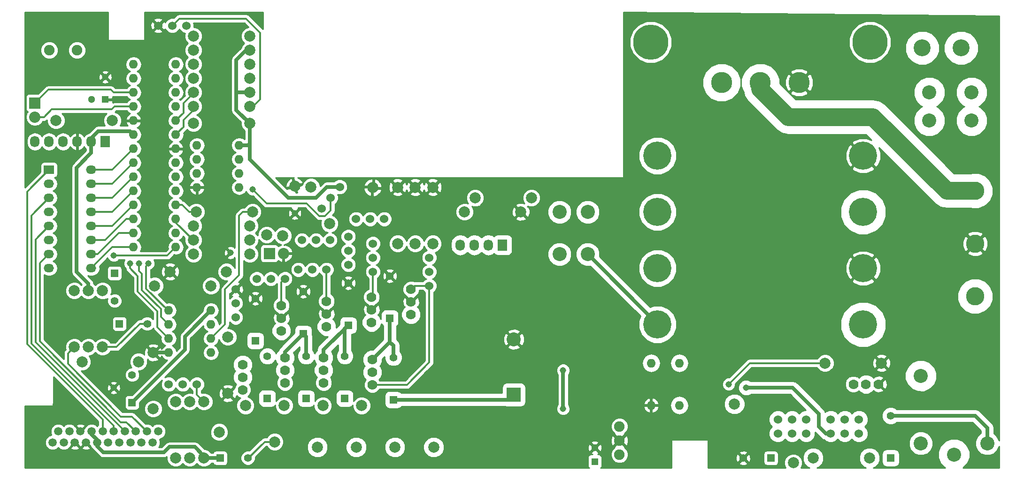
<source format=gbl>
G04 #@! TF.FileFunction,Copper,L2,Bot,Signal*
%FSLAX46Y46*%
G04 Gerber Fmt 4.6, Leading zero omitted, Abs format (unit mm)*
G04 Created by KiCad (PCBNEW 4.0.1-3.201512221402+6198~38~ubuntu15.04.1-stable) date Tue 02 Feb 2016 09:09:18 AM EST*
%MOMM*%
G01*
G04 APERTURE LIST*
%ADD10C,0.100000*%
%ADD11C,1.905000*%
%ADD12C,1.998980*%
%ADD13C,1.524000*%
%ADD14O,1.600000X1.600000*%
%ADD15R,1.397000X1.397000*%
%ADD16C,1.397000*%
%ADD17C,2.540000*%
%ADD18C,1.500000*%
%ADD19R,2.032000X2.032000*%
%ADD20O,2.032000X2.032000*%
%ADD21R,1.727200X2.032000*%
%ADD22O,1.727200X2.032000*%
%ADD23C,1.778000*%
%ADD24R,1.824000X1.524000*%
%ADD25O,1.824000X1.524000*%
%ADD26C,5.080000*%
%ADD27R,1.300000X1.300000*%
%ADD28C,1.300000*%
%ADD29R,2.540000X2.540000*%
%ADD30R,1.400000X1.400000*%
%ADD31C,1.400000*%
%ADD32C,3.048000*%
%ADD33C,3.302000*%
%ADD34C,1.143000*%
%ADD35C,3.810000*%
%ADD36C,6.350000*%
%ADD37C,0.600000*%
%ADD38C,0.635000*%
%ADD39C,0.304800*%
%ADD40C,3.175000*%
%ADD41C,0.254000*%
G04 APERTURE END LIST*
D10*
D11*
X158750000Y-116205000D03*
X158750000Y-113665000D03*
X158750000Y-118745000D03*
D12*
X98044000Y-79202409D03*
X103124000Y-70403591D03*
D13*
X106661681Y-72349247D03*
X108294361Y-70403494D03*
X105029000Y-74295000D03*
X113792000Y-76200000D03*
X111252000Y-76200000D03*
X116332000Y-76200000D03*
X95885000Y-86995000D03*
X98425000Y-86995000D03*
X93345000Y-86995000D03*
D14*
X169545000Y-109855000D03*
X164465000Y-109855000D03*
X164465000Y-102235000D03*
X169545000Y-102235000D03*
D15*
X207645000Y-119380000D03*
D16*
X207645000Y-111760000D03*
D15*
X95250000Y-108585000D03*
D16*
X95250000Y-100965000D03*
D15*
X93091000Y-98171000D03*
D16*
X93091000Y-90551000D03*
D15*
X102235000Y-108585000D03*
D16*
X102235000Y-100965000D03*
D15*
X101727000Y-96901000D03*
D16*
X101727000Y-89281000D03*
D15*
X109220000Y-108585000D03*
D16*
X109220000Y-100965000D03*
D15*
X109855000Y-95377000D03*
D16*
X109855000Y-87757000D03*
D15*
X117983000Y-108839000D03*
D16*
X117983000Y-101219000D03*
D15*
X117348000Y-94107000D03*
D16*
X117348000Y-86487000D03*
D17*
X214630000Y-53340000D03*
X214630000Y-58420000D03*
X222250000Y-58420000D03*
X222250000Y-53340000D03*
X147955000Y-82550000D03*
X153035000Y-82550000D03*
X153035000Y-74930000D03*
X147955000Y-74930000D03*
D18*
X64540000Y-116570000D03*
X66540000Y-116570000D03*
X62540000Y-116570000D03*
X60540000Y-116570000D03*
X58540000Y-116570000D03*
X56540000Y-116570000D03*
X57540000Y-114570000D03*
X59540000Y-114570000D03*
X61540000Y-114570000D03*
X63540000Y-114570000D03*
X65540000Y-114570000D03*
X67540000Y-114570000D03*
X68540000Y-116570000D03*
X69540000Y-114570000D03*
X70540000Y-116570000D03*
X71540000Y-114570000D03*
X72540000Y-116570000D03*
X73540000Y-114570000D03*
X74540000Y-116570000D03*
X75540000Y-114570000D03*
D17*
X219075000Y-118745000D03*
X213075000Y-116745000D03*
X213075000Y-104545000D03*
X225075000Y-116745000D03*
D19*
X53340000Y-55245000D03*
D20*
X53340000Y-57785000D03*
D21*
X66040000Y-62230000D03*
D22*
X63500000Y-62230000D03*
X60960000Y-62230000D03*
X58420000Y-62230000D03*
X55880000Y-62230000D03*
X53340000Y-62230000D03*
D21*
X137668000Y-80899000D03*
D22*
X135128000Y-80899000D03*
X132588000Y-80899000D03*
X130048000Y-80899000D03*
D19*
X95631000Y-82423000D03*
D20*
X98171000Y-82423000D03*
D13*
X196850000Y-114935000D03*
X196850000Y-112395000D03*
X199390000Y-114935000D03*
X199390000Y-112395000D03*
X201930000Y-114935000D03*
X201930000Y-112395000D03*
X187325000Y-114935000D03*
X187325000Y-112395000D03*
X189865000Y-114935000D03*
X189865000Y-112395000D03*
X192405000Y-114935000D03*
X192405000Y-112395000D03*
X78105000Y-41275000D03*
X80645000Y-41275000D03*
X75565000Y-41275000D03*
D23*
X205480000Y-106045000D03*
X203200000Y-106045000D03*
X200920000Y-106045000D03*
X90805000Y-102495000D03*
X90805000Y-104775000D03*
X90805000Y-107055000D03*
X97790000Y-96387000D03*
X97790000Y-94107000D03*
X97790000Y-91827000D03*
D13*
X104013000Y-80010000D03*
X101473000Y-80010000D03*
X106553000Y-80010000D03*
D23*
X98425000Y-101225000D03*
X98425000Y-103505000D03*
X98425000Y-105785000D03*
X105918000Y-95625000D03*
X105918000Y-93345000D03*
X105918000Y-91065000D03*
D13*
X103378000Y-85344000D03*
X105918000Y-85344000D03*
X100838000Y-85344000D03*
X114300000Y-83185000D03*
X114300000Y-85725000D03*
X114300000Y-80645000D03*
D23*
X105410000Y-101225000D03*
X105410000Y-103505000D03*
X105410000Y-105785000D03*
X114046000Y-94863000D03*
X114046000Y-92583000D03*
X114046000Y-90303000D03*
D13*
X109855000Y-81915000D03*
X109855000Y-84455000D03*
X109855000Y-79375000D03*
D23*
X114173000Y-101606000D03*
X114173000Y-103886000D03*
X114173000Y-106166000D03*
X121158000Y-93466000D03*
X121158000Y-91186000D03*
X121158000Y-88906000D03*
D13*
X124460000Y-85725000D03*
X124460000Y-88265000D03*
X124460000Y-83185000D03*
X80010000Y-106045000D03*
X82550000Y-106045000D03*
X77470000Y-106045000D03*
D12*
X60452000Y-89154000D03*
X60452000Y-99314000D03*
X57150000Y-58420000D03*
X67310000Y-58420000D03*
X92075000Y-45720000D03*
X81915000Y-45720000D03*
X92075000Y-58928000D03*
X81915000Y-58928000D03*
X92075000Y-53340000D03*
X81915000Y-53340000D03*
X92075000Y-55880000D03*
X81915000Y-55880000D03*
X81915000Y-43180000D03*
X92075000Y-43180000D03*
X82423000Y-74930000D03*
X92583000Y-74930000D03*
X81915000Y-77470000D03*
X92075000Y-77470000D03*
X92075000Y-80010000D03*
X81915000Y-80010000D03*
X92075000Y-82550000D03*
X81915000Y-82550000D03*
X87884000Y-85725000D03*
X77724000Y-85725000D03*
X85090000Y-88265000D03*
X74930000Y-88265000D03*
X78740000Y-119380000D03*
X78740000Y-109220000D03*
X195834000Y-102235000D03*
X205994000Y-102235000D03*
X193675000Y-119380000D03*
X203835000Y-119380000D03*
X190088301Y-120238301D03*
X179481699Y-109631699D03*
X92075000Y-50800000D03*
X81915000Y-50800000D03*
X95123000Y-79075409D03*
X100203000Y-70276591D03*
X92075000Y-48260000D03*
X81915000Y-48260000D03*
X125095000Y-70485000D03*
X125095000Y-80645000D03*
X142875000Y-72390000D03*
X132715000Y-72390000D03*
X130810000Y-74930000D03*
X140970000Y-74930000D03*
X104285191Y-117415000D03*
X91294809Y-109915000D03*
X111270191Y-117415000D03*
X98279809Y-109915000D03*
X118255191Y-117415000D03*
X105264809Y-109915000D03*
X125240191Y-117415000D03*
X112249809Y-109915000D03*
X121920000Y-80645000D03*
X121920000Y-70485000D03*
X106471494Y-77052361D03*
X114254506Y-70521639D03*
X118745000Y-80645000D03*
X118745000Y-70485000D03*
X81280000Y-109220000D03*
X81280000Y-119380000D03*
X88138000Y-97536000D03*
X88138000Y-107696000D03*
X74676000Y-110490000D03*
X74676000Y-100330000D03*
X83820000Y-119380000D03*
X83820000Y-109220000D03*
X86564177Y-114687867D03*
X96569823Y-116452133D03*
X61849000Y-101981000D03*
X72009000Y-101981000D03*
X65532000Y-99314000D03*
X65532000Y-89154000D03*
X62992000Y-89154000D03*
X62992000Y-99314000D03*
D24*
X55880000Y-67310000D03*
D25*
X63500000Y-67310000D03*
X55880000Y-69850000D03*
X63500000Y-69850000D03*
X55880000Y-72390000D03*
X63500000Y-72390000D03*
X55880000Y-74930000D03*
X63500000Y-74930000D03*
X55880000Y-77470000D03*
X63500000Y-77470000D03*
X55880000Y-80010000D03*
X63500000Y-80010000D03*
X55880000Y-82550000D03*
X63500000Y-82550000D03*
X55880000Y-85090000D03*
X63500000Y-85090000D03*
D11*
X55920000Y-45720000D03*
X60920000Y-45720000D03*
D26*
X202692000Y-64770000D03*
X202692000Y-74930000D03*
X202692000Y-85090000D03*
X202692000Y-95250000D03*
X165608000Y-64770000D03*
X165608000Y-74930000D03*
X165608000Y-85090000D03*
X165608000Y-95250000D03*
D14*
X78740000Y-81280000D03*
X78740000Y-78740000D03*
X78740000Y-76200000D03*
X78740000Y-73660000D03*
X78740000Y-71120000D03*
X78740000Y-68580000D03*
X78740000Y-66040000D03*
X78740000Y-63500000D03*
X78740000Y-60960000D03*
X78740000Y-58420000D03*
X78740000Y-55880000D03*
X78740000Y-53340000D03*
X78740000Y-50800000D03*
X78740000Y-48260000D03*
X71120000Y-48260000D03*
X71120000Y-50800000D03*
X71120000Y-53340000D03*
X71120000Y-55880000D03*
X71120000Y-58420000D03*
X71120000Y-60960000D03*
X71120000Y-63500000D03*
X71120000Y-66040000D03*
X71120000Y-68580000D03*
X71120000Y-71120000D03*
X71120000Y-73660000D03*
X71120000Y-76200000D03*
X71120000Y-78740000D03*
X71120000Y-81280000D03*
X77470000Y-92710000D03*
X77470000Y-95250000D03*
X77470000Y-97790000D03*
X77470000Y-100330000D03*
X85090000Y-100330000D03*
X85090000Y-97790000D03*
X85090000Y-95250000D03*
X85090000Y-92710000D03*
X82550000Y-62865000D03*
X82550000Y-65405000D03*
X82550000Y-67945000D03*
X82550000Y-70485000D03*
X90170000Y-70485000D03*
X90170000Y-67945000D03*
X90170000Y-65405000D03*
X90170000Y-62865000D03*
D13*
X89535000Y-91440000D03*
X89535000Y-88900000D03*
X89535000Y-93980000D03*
D27*
X66040000Y-54610000D03*
D28*
X63540000Y-54610000D03*
D29*
X139700000Y-107950000D03*
D17*
X139700000Y-97950000D03*
D30*
X186055000Y-119380000D03*
D31*
X181055000Y-119380000D03*
D27*
X154305000Y-120015000D03*
D28*
X154305000Y-117515000D03*
D30*
X86741000Y-119380000D03*
D31*
X91741000Y-119380000D03*
D30*
X70866000Y-109347000D03*
D31*
X70866000Y-104347000D03*
D30*
X67691000Y-85979000D03*
D31*
X67691000Y-90979000D03*
D30*
X68580000Y-95123000D03*
D31*
X73580000Y-95123000D03*
D32*
X213360000Y-45313600D03*
X220345000Y-45313600D03*
D33*
X222885000Y-90170000D03*
X222885000Y-80645000D03*
X222885000Y-71120000D03*
D34*
X148590000Y-110490000D03*
X148590000Y-103505000D03*
X181610000Y-106680000D03*
X178435000Y-106045000D03*
X70485000Y-84201000D03*
X72136000Y-84201000D03*
X73787000Y-84201000D03*
X67564000Y-106680000D03*
X88646000Y-82296000D03*
X92583000Y-70866000D03*
X100203000Y-75184000D03*
X66040000Y-50546000D03*
X67564000Y-82804000D03*
D35*
X177150000Y-51559993D03*
X184150000Y-51559993D03*
X191150000Y-51559993D03*
D36*
X203900000Y-44259993D03*
X164400000Y-44259993D03*
D37*
X67564000Y-106680000D03*
D38*
X74676000Y-100330000D02*
X77470000Y-100330000D01*
X63500000Y-62230000D02*
X63500000Y-64262000D01*
X62992000Y-87884000D02*
X62992000Y-89154000D01*
X60833000Y-85725000D02*
X62992000Y-87884000D01*
X60833000Y-66929000D02*
X60833000Y-85725000D01*
X63500000Y-64262000D02*
X60833000Y-66929000D01*
X92075000Y-53340000D02*
X89662000Y-53340000D01*
X92075000Y-58928000D02*
X89662000Y-56515000D01*
X89662000Y-47498000D02*
X91440000Y-45720000D01*
X89662000Y-56515000D02*
X89662000Y-53340000D01*
X89662000Y-53340000D02*
X89662000Y-47498000D01*
X91440000Y-45720000D02*
X92075000Y-45720000D01*
X90170000Y-62865000D02*
X92075000Y-62865000D01*
X91948000Y-62738000D02*
X92075000Y-62738000D01*
X92075000Y-62865000D02*
X91948000Y-62738000D01*
X108294361Y-70403494D02*
X105999506Y-70403494D01*
X92075000Y-65405000D02*
X92075000Y-62738000D01*
X92075000Y-62738000D02*
X92075000Y-58928000D01*
X99060000Y-72390000D02*
X92075000Y-65405000D01*
X104013000Y-72390000D02*
X99060000Y-72390000D01*
X105999506Y-70403494D02*
X104013000Y-72390000D01*
X70866000Y-109347000D02*
X80391000Y-99822000D01*
X80391000Y-97409000D02*
X85090000Y-92710000D01*
X80391000Y-99822000D02*
X80391000Y-97409000D01*
X83820000Y-119380000D02*
X86741000Y-119380000D01*
X64540000Y-116570000D02*
X64540000Y-117245000D01*
X64540000Y-117245000D02*
X65659000Y-118364000D01*
X65659000Y-118364000D02*
X76581000Y-118364000D01*
X76581000Y-118364000D02*
X77597000Y-117348000D01*
X77597000Y-117348000D02*
X82169000Y-117348000D01*
X82169000Y-117348000D02*
X83820000Y-118999000D01*
X83820000Y-118999000D02*
X83820000Y-119380000D01*
X64540000Y-117245000D02*
X64540000Y-116102000D01*
X64540000Y-116102000D02*
X63540000Y-115102000D01*
X63540000Y-115102000D02*
X63540000Y-114570000D01*
X63500000Y-62230000D02*
X63500000Y-61595000D01*
X63500000Y-61595000D02*
X64770000Y-60325000D01*
X70485000Y-60325000D02*
X71120000Y-60960000D01*
X64770000Y-60325000D02*
X70485000Y-60325000D01*
X148590000Y-103505000D02*
X148590000Y-110490000D01*
X117983000Y-108839000D02*
X138811000Y-108839000D01*
X138811000Y-108839000D02*
X139700000Y-107950000D01*
D39*
X91741000Y-119380000D02*
X91821000Y-119380000D01*
X91821000Y-119380000D02*
X94748867Y-116452133D01*
X94748867Y-116452133D02*
X96569823Y-116452133D01*
X82550000Y-106045000D02*
X82550000Y-107950000D01*
X82550000Y-107950000D02*
X83820000Y-109220000D01*
X65532000Y-99314000D02*
X68072000Y-99314000D01*
X72263000Y-95123000D02*
X73580000Y-95123000D01*
X68072000Y-99314000D02*
X72263000Y-95123000D01*
D38*
X102235000Y-100965000D02*
X102235000Y-97409000D01*
X102235000Y-97409000D02*
X101727000Y-96901000D01*
X98425000Y-101225000D02*
X98425000Y-100203000D01*
X98425000Y-100203000D02*
X101727000Y-96901000D01*
X109220000Y-100965000D02*
X109220000Y-96012000D01*
X109220000Y-96012000D02*
X109855000Y-95377000D01*
X105410000Y-101225000D02*
X105410000Y-99822000D01*
X105410000Y-99822000D02*
X109855000Y-95377000D01*
X117983000Y-101219000D02*
X117983000Y-99060000D01*
X117983000Y-99060000D02*
X117348000Y-98425000D01*
X114173000Y-101606000D02*
X114173000Y-101600000D01*
X114173000Y-101600000D02*
X117348000Y-98425000D01*
X117348000Y-98425000D02*
X117348000Y-94107000D01*
D40*
X184150000Y-51559993D02*
X184150000Y-52705000D01*
X184150000Y-52705000D02*
X189230000Y-57785000D01*
X189230000Y-57785000D02*
X204470000Y-57785000D01*
X204470000Y-57785000D02*
X217805000Y-71120000D01*
X217805000Y-71120000D02*
X222885000Y-71120000D01*
D39*
X72136000Y-84201000D02*
X72136000Y-85598000D01*
X76073000Y-93853000D02*
X77470000Y-95250000D01*
X76073000Y-92456000D02*
X76073000Y-93853000D01*
X72644000Y-89027000D02*
X76073000Y-92456000D01*
X72644000Y-86106000D02*
X72644000Y-89027000D01*
X72136000Y-85598000D02*
X72644000Y-86106000D01*
X70485000Y-84201000D02*
X70485000Y-85090000D01*
X75438000Y-95758000D02*
X77470000Y-97790000D01*
X75438000Y-92837000D02*
X75438000Y-95758000D01*
X71882000Y-89281000D02*
X75438000Y-92837000D01*
X71882000Y-86487000D02*
X71882000Y-89281000D01*
X70485000Y-85090000D02*
X71882000Y-86487000D01*
X65540000Y-114570000D02*
X65540000Y-112403000D01*
X51943000Y-71247000D02*
X55880000Y-67310000D01*
X51943000Y-98806000D02*
X51943000Y-71247000D01*
X65540000Y-112403000D02*
X51943000Y-98806000D01*
X67540000Y-114570000D02*
X67540000Y-113514000D01*
X52705000Y-75565000D02*
X55880000Y-72390000D01*
X52705000Y-98679000D02*
X52705000Y-75565000D01*
X67540000Y-113514000D02*
X52705000Y-98679000D01*
X55880000Y-77470000D02*
X53467000Y-79883000D01*
X53467000Y-98497000D02*
X69540000Y-114570000D01*
X53467000Y-79883000D02*
X53467000Y-98497000D01*
X71540000Y-114570000D02*
X71517000Y-114570000D01*
X71517000Y-114570000D02*
X69850000Y-112903000D01*
X69850000Y-112903000D02*
X68834000Y-112903000D01*
X68834000Y-112903000D02*
X54229000Y-98298000D01*
X54229000Y-98298000D02*
X54229000Y-97259000D01*
X55880000Y-82550000D02*
X54356000Y-84074000D01*
X54229000Y-84201000D02*
X54229000Y-97259000D01*
X54356000Y-84074000D02*
X54229000Y-84201000D01*
X60452000Y-99314000D02*
X59309000Y-100457000D01*
X59309000Y-100457000D02*
X59309000Y-102362000D01*
X59309000Y-102362000D02*
X68834000Y-111887000D01*
X68834000Y-111887000D02*
X70857000Y-111887000D01*
X70857000Y-111887000D02*
X73540000Y-114570000D01*
X71120000Y-53340000D02*
X67564000Y-53340000D01*
X55753000Y-52832000D02*
X53340000Y-55245000D01*
X67056000Y-52832000D02*
X55753000Y-52832000D01*
X67564000Y-53340000D02*
X67056000Y-52832000D01*
X71120000Y-55880000D02*
X67691000Y-55880000D01*
X54991000Y-57785000D02*
X53340000Y-57785000D01*
X56388000Y-56388000D02*
X54991000Y-57785000D01*
X67183000Y-56388000D02*
X56388000Y-56388000D01*
X67691000Y-55880000D02*
X67183000Y-56388000D01*
X63500000Y-85090000D02*
X67310000Y-81280000D01*
X67310000Y-81280000D02*
X71120000Y-81280000D01*
X63500000Y-82550000D02*
X64643000Y-82550000D01*
X68453000Y-78740000D02*
X71120000Y-78740000D01*
X64643000Y-82550000D02*
X68453000Y-78740000D01*
X92075000Y-55880000D02*
X92710000Y-55880000D01*
X92710000Y-55880000D02*
X93980000Y-54610000D01*
X93980000Y-54610000D02*
X93980000Y-42545000D01*
X93980000Y-42545000D02*
X91440000Y-40005000D01*
X91440000Y-40005000D02*
X79375000Y-40005000D01*
X79375000Y-40005000D02*
X78105000Y-41275000D01*
X97790000Y-91827000D02*
X97790000Y-87630000D01*
X97790000Y-87630000D02*
X98425000Y-86995000D01*
X105918000Y-85344000D02*
X105918000Y-91065000D01*
X114300000Y-85725000D02*
X114300000Y-90049000D01*
X114300000Y-90049000D02*
X114046000Y-90303000D01*
X114173000Y-106166000D02*
X120402000Y-106166000D01*
X124460000Y-102108000D02*
X124460000Y-88265000D01*
X120402000Y-106166000D02*
X124460000Y-102108000D01*
X124460000Y-88265000D02*
X121799000Y-88265000D01*
X121799000Y-88265000D02*
X121158000Y-88906000D01*
X81915000Y-53340000D02*
X81915000Y-53467000D01*
X81915000Y-53467000D02*
X80137000Y-55245000D01*
X80137000Y-55245000D02*
X80137000Y-57023000D01*
X80137000Y-57023000D02*
X78740000Y-58420000D01*
X73787000Y-84201000D02*
X73787000Y-84328000D01*
X73787000Y-84328000D02*
X73406000Y-84709000D01*
X73406000Y-88773000D02*
X77343000Y-92710000D01*
X73406000Y-84709000D02*
X73406000Y-88773000D01*
X77343000Y-92710000D02*
X77470000Y-92710000D01*
X81915000Y-55880000D02*
X81915000Y-56515000D01*
X81915000Y-56515000D02*
X80137000Y-58293000D01*
X80137000Y-59563000D02*
X78740000Y-60960000D01*
X80137000Y-58293000D02*
X80137000Y-59563000D01*
X81915000Y-55880000D02*
X81915000Y-56388000D01*
X78740000Y-73660000D02*
X79883000Y-73660000D01*
X81153000Y-74930000D02*
X82423000Y-74930000D01*
X79883000Y-73660000D02*
X81153000Y-74930000D01*
X92583000Y-74930000D02*
X90805000Y-74930000D01*
X87630000Y-95250000D02*
X85090000Y-97790000D01*
X87630000Y-88900000D02*
X87630000Y-95250000D01*
X90170000Y-86360000D02*
X87630000Y-88900000D01*
X90170000Y-75565000D02*
X90170000Y-86360000D01*
X90805000Y-74930000D02*
X90170000Y-75565000D01*
X78740000Y-76200000D02*
X78740000Y-76835000D01*
X78740000Y-76835000D02*
X81915000Y-80010000D01*
X63500000Y-67310000D02*
X67310000Y-67310000D01*
X67310000Y-67310000D02*
X71120000Y-63500000D01*
X63500000Y-69850000D02*
X67310000Y-69850000D01*
X67310000Y-69850000D02*
X71120000Y-66040000D01*
X63500000Y-72390000D02*
X67310000Y-72390000D01*
X67310000Y-72390000D02*
X71120000Y-68580000D01*
X63500000Y-74930000D02*
X67310000Y-74930000D01*
X67310000Y-74930000D02*
X71120000Y-71120000D01*
X63500000Y-77470000D02*
X67310000Y-77470000D01*
X67310000Y-77470000D02*
X71120000Y-73660000D01*
X63500000Y-80010000D02*
X66040000Y-80010000D01*
X69850000Y-76200000D02*
X71120000Y-76200000D01*
X66040000Y-80010000D02*
X69850000Y-76200000D01*
D38*
X196850000Y-114935000D02*
X195961000Y-114935000D01*
X195961000Y-114935000D02*
X194691000Y-113665000D01*
X194691000Y-113665000D02*
X194691000Y-111379000D01*
X194691000Y-111379000D02*
X189992000Y-106680000D01*
X189992000Y-106680000D02*
X181610000Y-106680000D01*
X165608000Y-95250000D02*
X165608000Y-95123000D01*
X165608000Y-95123000D02*
X153035000Y-82550000D01*
X207645000Y-111760000D02*
X222885000Y-111760000D01*
X225075000Y-113950000D02*
X225075000Y-116745000D01*
X222885000Y-111760000D02*
X225075000Y-113950000D01*
D39*
X195834000Y-102235000D02*
X182245000Y-102235000D01*
X182245000Y-102235000D02*
X178435000Y-106045000D01*
X106661681Y-72349247D02*
X106661681Y-74694319D01*
X95123000Y-73406000D02*
X92583000Y-70866000D01*
X102362000Y-73406000D02*
X95123000Y-73406000D01*
X104648000Y-75692000D02*
X102362000Y-73406000D01*
X105664000Y-75692000D02*
X104648000Y-75692000D01*
X106661681Y-74694319D02*
X105664000Y-75692000D01*
X67564000Y-82804000D02*
X77216000Y-82804000D01*
X77216000Y-82804000D02*
X78740000Y-81280000D01*
D41*
G36*
X66548000Y-43815000D02*
X66558006Y-43864410D01*
X66586447Y-43906035D01*
X66628841Y-43933315D01*
X66675000Y-43942000D01*
X73025000Y-43942000D01*
X73074410Y-43931994D01*
X73116035Y-43903553D01*
X73143315Y-43861159D01*
X73152000Y-43815000D01*
X73152000Y-42255213D01*
X74764392Y-42255213D01*
X74833857Y-42497397D01*
X75357302Y-42684144D01*
X75912368Y-42656362D01*
X76296143Y-42497397D01*
X76365608Y-42255213D01*
X75565000Y-41454605D01*
X74764392Y-42255213D01*
X73152000Y-42255213D01*
X73152000Y-41067302D01*
X74155856Y-41067302D01*
X74183638Y-41622368D01*
X74342603Y-42006143D01*
X74584787Y-42075608D01*
X75385395Y-41275000D01*
X74584787Y-40474392D01*
X74342603Y-40543857D01*
X74155856Y-41067302D01*
X73152000Y-41067302D01*
X73152000Y-40294787D01*
X74764392Y-40294787D01*
X75565000Y-41095395D01*
X76365608Y-40294787D01*
X76296143Y-40052603D01*
X75772698Y-39865856D01*
X75217632Y-39893638D01*
X74833857Y-40052603D01*
X74764392Y-40294787D01*
X73152000Y-40294787D01*
X73152000Y-38862000D01*
X94488000Y-38862000D01*
X94488000Y-41939448D01*
X91996776Y-39448224D01*
X91741325Y-39277537D01*
X91440000Y-39217600D01*
X79375000Y-39217600D01*
X79073675Y-39277537D01*
X78818224Y-39448224D01*
X78387001Y-39879447D01*
X78384100Y-39878243D01*
X77828339Y-39877758D01*
X77314697Y-40089990D01*
X76921371Y-40482630D01*
X76841605Y-40674727D01*
X76787397Y-40543857D01*
X76545213Y-40474392D01*
X75744605Y-41275000D01*
X76545213Y-42075608D01*
X76787397Y-42006143D01*
X76837509Y-41865682D01*
X76919990Y-42065303D01*
X77312630Y-42458629D01*
X77825900Y-42671757D01*
X78381661Y-42672242D01*
X78895303Y-42460010D01*
X79288629Y-42067370D01*
X79374949Y-41859488D01*
X79459990Y-42065303D01*
X79852630Y-42458629D01*
X80357661Y-42668336D01*
X80280794Y-42853453D01*
X80280226Y-43503694D01*
X80528538Y-44104655D01*
X80873480Y-44450199D01*
X80530154Y-44792927D01*
X80280794Y-45393453D01*
X80280226Y-46043694D01*
X80528538Y-46644655D01*
X80873480Y-46990199D01*
X80530154Y-47332927D01*
X80280794Y-47933453D01*
X80280226Y-48583694D01*
X80528538Y-49184655D01*
X80873480Y-49530199D01*
X80530154Y-49872927D01*
X80280794Y-50473453D01*
X80280226Y-51123694D01*
X80528538Y-51724655D01*
X80873480Y-52070199D01*
X80530154Y-52412927D01*
X80280794Y-53013453D01*
X80280226Y-53663694D01*
X80375112Y-53893336D01*
X79580224Y-54688224D01*
X79560955Y-54717062D01*
X79400725Y-54610000D01*
X79782811Y-54354698D01*
X80093880Y-53889151D01*
X80203113Y-53340000D01*
X80093880Y-52790849D01*
X79782811Y-52325302D01*
X79400725Y-52070000D01*
X79782811Y-51814698D01*
X80093880Y-51349151D01*
X80203113Y-50800000D01*
X80093880Y-50250849D01*
X79782811Y-49785302D01*
X79400725Y-49530000D01*
X79782811Y-49274698D01*
X80093880Y-48809151D01*
X80203113Y-48260000D01*
X80093880Y-47710849D01*
X79782811Y-47245302D01*
X79317264Y-46934233D01*
X78768113Y-46825000D01*
X78711887Y-46825000D01*
X78162736Y-46934233D01*
X77697189Y-47245302D01*
X77386120Y-47710849D01*
X77276887Y-48260000D01*
X77386120Y-48809151D01*
X77697189Y-49274698D01*
X78079275Y-49530000D01*
X77697189Y-49785302D01*
X77386120Y-50250849D01*
X77276887Y-50800000D01*
X77386120Y-51349151D01*
X77697189Y-51814698D01*
X78079275Y-52070000D01*
X77697189Y-52325302D01*
X77386120Y-52790849D01*
X77276887Y-53340000D01*
X77386120Y-53889151D01*
X77697189Y-54354698D01*
X78079275Y-54610000D01*
X77697189Y-54865302D01*
X77386120Y-55330849D01*
X77276887Y-55880000D01*
X77386120Y-56429151D01*
X77697189Y-56894698D01*
X78079275Y-57150000D01*
X77697189Y-57405302D01*
X77386120Y-57870849D01*
X77276887Y-58420000D01*
X77386120Y-58969151D01*
X77697189Y-59434698D01*
X78079275Y-59690000D01*
X77697189Y-59945302D01*
X77386120Y-60410849D01*
X77276887Y-60960000D01*
X77386120Y-61509151D01*
X77697189Y-61974698D01*
X78101703Y-62244986D01*
X77884866Y-62347611D01*
X77508959Y-62762577D01*
X77348096Y-63150961D01*
X77470085Y-63373000D01*
X78613000Y-63373000D01*
X78613000Y-63353000D01*
X78867000Y-63353000D01*
X78867000Y-63373000D01*
X80009915Y-63373000D01*
X80131904Y-63150961D01*
X80013464Y-62865000D01*
X81086887Y-62865000D01*
X81196120Y-63414151D01*
X81507189Y-63879698D01*
X81889275Y-64135000D01*
X81507189Y-64390302D01*
X81196120Y-64855849D01*
X81086887Y-65405000D01*
X81196120Y-65954151D01*
X81507189Y-66419698D01*
X81889275Y-66675000D01*
X81507189Y-66930302D01*
X81196120Y-67395849D01*
X81086887Y-67945000D01*
X81196120Y-68494151D01*
X81507189Y-68959698D01*
X81911703Y-69229986D01*
X81694866Y-69332611D01*
X81318959Y-69747577D01*
X81158096Y-70135961D01*
X81280085Y-70358000D01*
X82423000Y-70358000D01*
X82423000Y-70338000D01*
X82677000Y-70338000D01*
X82677000Y-70358000D01*
X83819915Y-70358000D01*
X83941904Y-70135961D01*
X83781041Y-69747577D01*
X83405134Y-69332611D01*
X83188297Y-69229986D01*
X83592811Y-68959698D01*
X83903880Y-68494151D01*
X84013113Y-67945000D01*
X83903880Y-67395849D01*
X83592811Y-66930302D01*
X83210725Y-66675000D01*
X83592811Y-66419698D01*
X83903880Y-65954151D01*
X84013113Y-65405000D01*
X83903880Y-64855849D01*
X83592811Y-64390302D01*
X83210725Y-64135000D01*
X83592811Y-63879698D01*
X83903880Y-63414151D01*
X84013113Y-62865000D01*
X83903880Y-62315849D01*
X83592811Y-61850302D01*
X83127264Y-61539233D01*
X82578113Y-61430000D01*
X82521887Y-61430000D01*
X81972736Y-61539233D01*
X81507189Y-61850302D01*
X81196120Y-62315849D01*
X81086887Y-62865000D01*
X80013464Y-62865000D01*
X79971041Y-62762577D01*
X79595134Y-62347611D01*
X79378297Y-62244986D01*
X79782811Y-61974698D01*
X80093880Y-61509151D01*
X80203113Y-60960000D01*
X80145117Y-60668435D01*
X80693776Y-60119776D01*
X80734441Y-60058917D01*
X80987927Y-60312846D01*
X81588453Y-60562206D01*
X82238694Y-60562774D01*
X82839655Y-60314462D01*
X83299846Y-59855073D01*
X83549206Y-59254547D01*
X83549774Y-58604306D01*
X83301462Y-58003345D01*
X82842073Y-57543154D01*
X82506870Y-57403966D01*
X82839655Y-57266462D01*
X83299846Y-56807073D01*
X83549206Y-56206547D01*
X83549774Y-55556306D01*
X83301462Y-54955345D01*
X82956520Y-54609801D01*
X83299846Y-54267073D01*
X83549206Y-53666547D01*
X83549774Y-53016306D01*
X83301462Y-52415345D01*
X82956520Y-52069801D01*
X83299846Y-51727073D01*
X83549206Y-51126547D01*
X83549774Y-50476306D01*
X83301462Y-49875345D01*
X82956520Y-49529801D01*
X83299846Y-49187073D01*
X83549206Y-48586547D01*
X83549774Y-47936306D01*
X83301462Y-47335345D01*
X82956520Y-46989801D01*
X83299846Y-46647073D01*
X83549206Y-46046547D01*
X83549774Y-45396306D01*
X83301462Y-44795345D01*
X82956520Y-44449801D01*
X83299846Y-44107073D01*
X83549206Y-43506547D01*
X83549774Y-42856306D01*
X83301462Y-42255345D01*
X82842073Y-41795154D01*
X82241547Y-41545794D01*
X82041764Y-41545619D01*
X82042242Y-40998339D01*
X81957150Y-40792400D01*
X91113848Y-40792400D01*
X91866775Y-41545327D01*
X91751306Y-41545226D01*
X91150345Y-41793538D01*
X90690154Y-42252927D01*
X90440794Y-42853453D01*
X90440226Y-43503694D01*
X90688538Y-44104655D01*
X91033480Y-44450199D01*
X90690154Y-44792927D01*
X90455908Y-45357054D01*
X88988481Y-46824481D01*
X88782005Y-47133494D01*
X88709500Y-47498000D01*
X88709500Y-56515000D01*
X88782005Y-56879506D01*
X88988481Y-57188519D01*
X90440760Y-58640798D01*
X90440226Y-59251694D01*
X90688538Y-59852655D01*
X91122500Y-60287375D01*
X91122500Y-61789958D01*
X90747264Y-61539233D01*
X90198113Y-61430000D01*
X90141887Y-61430000D01*
X89592736Y-61539233D01*
X89127189Y-61850302D01*
X88816120Y-62315849D01*
X88706887Y-62865000D01*
X88816120Y-63414151D01*
X89127189Y-63879698D01*
X89509275Y-64135000D01*
X89127189Y-64390302D01*
X88816120Y-64855849D01*
X88706887Y-65405000D01*
X88816120Y-65954151D01*
X89127189Y-66419698D01*
X89509275Y-66675000D01*
X89127189Y-66930302D01*
X88816120Y-67395849D01*
X88706887Y-67945000D01*
X88816120Y-68494151D01*
X89127189Y-68959698D01*
X89509275Y-69215000D01*
X89127189Y-69470302D01*
X88816120Y-69935849D01*
X88706887Y-70485000D01*
X88816120Y-71034151D01*
X89127189Y-71499698D01*
X89592736Y-71810767D01*
X90141887Y-71920000D01*
X90198113Y-71920000D01*
X90747264Y-71810767D01*
X91212811Y-71499698D01*
X91414613Y-71197681D01*
X91559582Y-71548535D01*
X91898680Y-71888225D01*
X92341959Y-72072290D01*
X92676030Y-72072582D01*
X94566224Y-73962776D01*
X94821675Y-74133463D01*
X95123000Y-74193400D01*
X99571268Y-74193400D01*
X99540559Y-74341954D01*
X100203000Y-75004395D01*
X100865441Y-74341954D01*
X100834732Y-74193400D01*
X102035848Y-74193400D01*
X104091224Y-76248776D01*
X104346675Y-76419463D01*
X104648000Y-76479400D01*
X104939608Y-76479400D01*
X104837288Y-76725814D01*
X104836720Y-77376055D01*
X105085032Y-77977016D01*
X105544421Y-78437207D01*
X106121385Y-78676783D01*
X105762697Y-78824990D01*
X105369371Y-79217630D01*
X105283051Y-79425512D01*
X105198010Y-79219697D01*
X104805370Y-78826371D01*
X104292100Y-78613243D01*
X103736339Y-78612758D01*
X103222697Y-78824990D01*
X102829371Y-79217630D01*
X102743051Y-79425512D01*
X102658010Y-79219697D01*
X102265370Y-78826371D01*
X101752100Y-78613243D01*
X101196339Y-78612758D01*
X100682697Y-78824990D01*
X100289371Y-79217630D01*
X100076243Y-79730900D01*
X100075758Y-80286661D01*
X100287990Y-80800303D01*
X100680630Y-81193629D01*
X101193900Y-81406757D01*
X101749661Y-81407242D01*
X102263303Y-81195010D01*
X102656629Y-80802370D01*
X102742949Y-80594488D01*
X102827990Y-80800303D01*
X103220630Y-81193629D01*
X103733900Y-81406757D01*
X104289661Y-81407242D01*
X104803303Y-81195010D01*
X105196629Y-80802370D01*
X105282949Y-80594488D01*
X105367990Y-80800303D01*
X105760630Y-81193629D01*
X106273900Y-81406757D01*
X106829661Y-81407242D01*
X107343303Y-81195010D01*
X107736629Y-80802370D01*
X107949757Y-80289100D01*
X107950242Y-79733339D01*
X107916494Y-79651661D01*
X108457758Y-79651661D01*
X108669990Y-80165303D01*
X109062630Y-80558629D01*
X109270512Y-80644949D01*
X109064697Y-80729990D01*
X108671371Y-81122630D01*
X108458243Y-81635900D01*
X108457758Y-82191661D01*
X108669990Y-82705303D01*
X109062630Y-83098629D01*
X109270512Y-83184949D01*
X109064697Y-83269990D01*
X108671371Y-83662630D01*
X108458243Y-84175900D01*
X108457758Y-84731661D01*
X108669990Y-85245303D01*
X109062630Y-85638629D01*
X109575900Y-85851757D01*
X110131661Y-85852242D01*
X110645303Y-85640010D01*
X111038629Y-85247370D01*
X111251757Y-84734100D01*
X111252242Y-84178339D01*
X111040010Y-83664697D01*
X110647370Y-83271371D01*
X110439488Y-83185051D01*
X110645303Y-83100010D01*
X111038629Y-82707370D01*
X111251757Y-82194100D01*
X111252242Y-81638339D01*
X111040010Y-81124697D01*
X110647370Y-80731371D01*
X110439488Y-80645051D01*
X110645303Y-80560010D01*
X111038629Y-80167370D01*
X111251757Y-79654100D01*
X111252242Y-79098339D01*
X111040010Y-78584697D01*
X110647370Y-78191371D01*
X110134100Y-77978243D01*
X109578339Y-77977758D01*
X109064697Y-78189990D01*
X108671371Y-78582630D01*
X108458243Y-79095900D01*
X108457758Y-79651661D01*
X107916494Y-79651661D01*
X107738010Y-79219697D01*
X107345370Y-78826371D01*
X106902885Y-78642635D01*
X107396149Y-78438823D01*
X107856340Y-77979434D01*
X108105700Y-77378908D01*
X108106268Y-76728667D01*
X108002142Y-76476661D01*
X109854758Y-76476661D01*
X110066990Y-76990303D01*
X110459630Y-77383629D01*
X110972900Y-77596757D01*
X111528661Y-77597242D01*
X112042303Y-77385010D01*
X112435629Y-76992370D01*
X112521949Y-76784488D01*
X112606990Y-76990303D01*
X112999630Y-77383629D01*
X113512900Y-77596757D01*
X114068661Y-77597242D01*
X114582303Y-77385010D01*
X114975629Y-76992370D01*
X115061949Y-76784488D01*
X115146990Y-76990303D01*
X115539630Y-77383629D01*
X116052900Y-77596757D01*
X116608661Y-77597242D01*
X117122303Y-77385010D01*
X117515629Y-76992370D01*
X117728757Y-76479100D01*
X117729242Y-75923339D01*
X117517010Y-75409697D01*
X117361280Y-75253694D01*
X129175226Y-75253694D01*
X129423538Y-75854655D01*
X129882927Y-76314846D01*
X130483453Y-76564206D01*
X131133694Y-76564774D01*
X131734655Y-76316462D01*
X131969363Y-76082163D01*
X139997443Y-76082163D01*
X140096042Y-76348965D01*
X140705582Y-76575401D01*
X141355377Y-76551341D01*
X141843958Y-76348965D01*
X141942557Y-76082163D01*
X140970000Y-75109605D01*
X139997443Y-76082163D01*
X131969363Y-76082163D01*
X132194846Y-75857073D01*
X132444206Y-75256547D01*
X132444722Y-74665582D01*
X139324599Y-74665582D01*
X139348659Y-75315377D01*
X139551035Y-75803958D01*
X139817837Y-75902557D01*
X140790395Y-74930000D01*
X139817837Y-73957443D01*
X139551035Y-74056042D01*
X139324599Y-74665582D01*
X132444722Y-74665582D01*
X132444774Y-74606306D01*
X132196462Y-74005345D01*
X132092695Y-73901396D01*
X132388453Y-74024206D01*
X133038694Y-74024774D01*
X133636327Y-73777837D01*
X139997443Y-73777837D01*
X140970000Y-74750395D01*
X140984142Y-74736252D01*
X141163748Y-74915858D01*
X141149605Y-74930000D01*
X142122163Y-75902557D01*
X142388965Y-75803958D01*
X142554793Y-75357567D01*
X145795626Y-75357567D01*
X146123622Y-76151377D01*
X146730428Y-76759244D01*
X147523664Y-77088624D01*
X148382567Y-77089374D01*
X149176377Y-76761378D01*
X149784244Y-76154572D01*
X150113624Y-75361336D01*
X150113627Y-75357567D01*
X150875626Y-75357567D01*
X151203622Y-76151377D01*
X151810428Y-76759244D01*
X152603664Y-77088624D01*
X153462567Y-77089374D01*
X154256377Y-76761378D01*
X154864244Y-76154572D01*
X155090752Y-75609078D01*
X162178406Y-75609078D01*
X162699340Y-76869835D01*
X163663092Y-77835270D01*
X164922937Y-78358403D01*
X166287078Y-78359594D01*
X167547835Y-77838660D01*
X168513270Y-76874908D01*
X168982492Y-75744894D01*
X198576487Y-75744894D01*
X199201608Y-77257802D01*
X200358110Y-78416324D01*
X201869925Y-79044084D01*
X203506894Y-79045513D01*
X203563886Y-79021964D01*
X221441569Y-79021964D01*
X222885000Y-80465395D01*
X224328431Y-79021964D01*
X224150221Y-78687508D01*
X223304811Y-78352334D01*
X222395490Y-78366198D01*
X221619779Y-78687508D01*
X221441569Y-79021964D01*
X203563886Y-79021964D01*
X205019802Y-78420392D01*
X206178324Y-77263890D01*
X206806084Y-75752075D01*
X206807513Y-74115106D01*
X206182392Y-72602198D01*
X205025890Y-71443676D01*
X203514075Y-70815916D01*
X201877106Y-70814487D01*
X200364198Y-71439608D01*
X199205676Y-72596110D01*
X198577916Y-74107925D01*
X198576487Y-75744894D01*
X168982492Y-75744894D01*
X169036403Y-75615063D01*
X169037594Y-74250922D01*
X168516660Y-72990165D01*
X167552908Y-72024730D01*
X166293063Y-71501597D01*
X164928922Y-71500406D01*
X163668165Y-72021340D01*
X162702730Y-72985092D01*
X162179597Y-74244937D01*
X162178406Y-75609078D01*
X155090752Y-75609078D01*
X155193624Y-75361336D01*
X155194374Y-74502433D01*
X154866378Y-73708623D01*
X154259572Y-73100756D01*
X153466336Y-72771376D01*
X152607433Y-72770626D01*
X151813623Y-73098622D01*
X151205756Y-73705428D01*
X150876376Y-74498664D01*
X150875626Y-75357567D01*
X150113627Y-75357567D01*
X150114374Y-74502433D01*
X149786378Y-73708623D01*
X149179572Y-73100756D01*
X148386336Y-72771376D01*
X147527433Y-72770626D01*
X146733623Y-73098622D01*
X146125756Y-73705428D01*
X145796376Y-74498664D01*
X145795626Y-75357567D01*
X142554793Y-75357567D01*
X142615401Y-75194418D01*
X142591341Y-74544623D01*
X142388965Y-74056042D01*
X142122164Y-73957444D01*
X142200065Y-73879543D01*
X142548453Y-74024206D01*
X143198694Y-74024774D01*
X143799655Y-73776462D01*
X144259846Y-73317073D01*
X144509206Y-72716547D01*
X144509774Y-72066306D01*
X144261462Y-71465345D01*
X143802073Y-71005154D01*
X143201547Y-70755794D01*
X142551306Y-70755226D01*
X141950345Y-71003538D01*
X141490154Y-71462927D01*
X141240794Y-72063453D01*
X141240226Y-72713694D01*
X141488538Y-73314655D01*
X141590633Y-73416928D01*
X141234418Y-73284599D01*
X140584623Y-73308659D01*
X140096042Y-73511035D01*
X139997443Y-73777837D01*
X133636327Y-73777837D01*
X133639655Y-73776462D01*
X134099846Y-73317073D01*
X134349206Y-72716547D01*
X134349774Y-72066306D01*
X134101462Y-71465345D01*
X133642073Y-71005154D01*
X133041547Y-70755794D01*
X132391306Y-70755226D01*
X131790345Y-71003538D01*
X131330154Y-71462927D01*
X131080794Y-72063453D01*
X131080226Y-72713694D01*
X131328538Y-73314655D01*
X131432305Y-73418604D01*
X131136547Y-73295794D01*
X130486306Y-73295226D01*
X129885345Y-73543538D01*
X129425154Y-74002927D01*
X129175794Y-74603453D01*
X129175226Y-75253694D01*
X117361280Y-75253694D01*
X117124370Y-75016371D01*
X116611100Y-74803243D01*
X116055339Y-74802758D01*
X115541697Y-75014990D01*
X115148371Y-75407630D01*
X115062051Y-75615512D01*
X114977010Y-75409697D01*
X114584370Y-75016371D01*
X114071100Y-74803243D01*
X113515339Y-74802758D01*
X113001697Y-75014990D01*
X112608371Y-75407630D01*
X112522051Y-75615512D01*
X112437010Y-75409697D01*
X112044370Y-75016371D01*
X111531100Y-74803243D01*
X110975339Y-74802758D01*
X110461697Y-75014990D01*
X110068371Y-75407630D01*
X109855243Y-75920900D01*
X109854758Y-76476661D01*
X108002142Y-76476661D01*
X107857956Y-76127706D01*
X107398567Y-75667515D01*
X106977061Y-75492491D01*
X107218457Y-75251095D01*
X107389144Y-74995644D01*
X107449081Y-74694319D01*
X107449081Y-73535456D01*
X107451984Y-73534257D01*
X107845310Y-73141617D01*
X108058438Y-72628347D01*
X108058923Y-72072586D01*
X107932135Y-71765734D01*
X108015261Y-71800251D01*
X108571022Y-71800736D01*
X109084664Y-71588504D01*
X109477990Y-71195864D01*
X109657215Y-70764241D01*
X112605747Y-70764241D01*
X112824091Y-71376727D01*
X113260203Y-71859033D01*
X113729285Y-72103222D01*
X113935276Y-72029395D01*
X114250080Y-72029395D01*
X114497108Y-72170398D01*
X115109594Y-71952054D01*
X115457838Y-71637163D01*
X117772443Y-71637163D01*
X117871042Y-71903965D01*
X118480582Y-72130401D01*
X119130377Y-72106341D01*
X119618958Y-71903965D01*
X119717557Y-71637163D01*
X120947443Y-71637163D01*
X121046042Y-71903965D01*
X121655582Y-72130401D01*
X122305377Y-72106341D01*
X122793958Y-71903965D01*
X122892557Y-71637163D01*
X124122443Y-71637163D01*
X124221042Y-71903965D01*
X124830582Y-72130401D01*
X125480377Y-72106341D01*
X125968958Y-71903965D01*
X126067557Y-71637163D01*
X125095000Y-70664605D01*
X124122443Y-71637163D01*
X122892557Y-71637163D01*
X121920000Y-70664605D01*
X120947443Y-71637163D01*
X119717557Y-71637163D01*
X118745000Y-70664605D01*
X117772443Y-71637163D01*
X115457838Y-71637163D01*
X115591900Y-71515942D01*
X115836089Y-71046860D01*
X115740124Y-70779099D01*
X114369954Y-70659225D01*
X114250080Y-72029395D01*
X113935276Y-72029395D01*
X113997046Y-72007257D01*
X114116920Y-70637087D01*
X112746750Y-70517213D01*
X112605747Y-70764241D01*
X109657215Y-70764241D01*
X109691118Y-70682594D01*
X109691359Y-70406191D01*
X114392092Y-70406191D01*
X115762262Y-70526065D01*
X115903265Y-70279037D01*
X115882427Y-70220582D01*
X117099599Y-70220582D01*
X117123659Y-70870377D01*
X117326035Y-71358958D01*
X117592837Y-71457557D01*
X118565395Y-70485000D01*
X118924605Y-70485000D01*
X119897163Y-71457557D01*
X120163965Y-71358958D01*
X120323335Y-70929951D01*
X120501035Y-71358958D01*
X120767837Y-71457557D01*
X121740395Y-70485000D01*
X122099605Y-70485000D01*
X123072163Y-71457557D01*
X123338965Y-71358958D01*
X123498335Y-70929951D01*
X123676035Y-71358958D01*
X123942837Y-71457557D01*
X124915395Y-70485000D01*
X125274605Y-70485000D01*
X126247163Y-71457557D01*
X126513965Y-71358958D01*
X126740401Y-70749418D01*
X126716341Y-70099623D01*
X126513965Y-69611042D01*
X126247163Y-69512443D01*
X125274605Y-70485000D01*
X124915395Y-70485000D01*
X123942837Y-69512443D01*
X123676035Y-69611042D01*
X123516665Y-70040049D01*
X123338965Y-69611042D01*
X123072163Y-69512443D01*
X122099605Y-70485000D01*
X121740395Y-70485000D01*
X120767837Y-69512443D01*
X120501035Y-69611042D01*
X120341665Y-70040049D01*
X120163965Y-69611042D01*
X119897163Y-69512443D01*
X118924605Y-70485000D01*
X118565395Y-70485000D01*
X117592837Y-69512443D01*
X117326035Y-69611042D01*
X117099599Y-70220582D01*
X115882427Y-70220582D01*
X115684921Y-69666551D01*
X115383170Y-69332837D01*
X117772443Y-69332837D01*
X118745000Y-70305395D01*
X119717557Y-69332837D01*
X120947443Y-69332837D01*
X121920000Y-70305395D01*
X122892557Y-69332837D01*
X124122443Y-69332837D01*
X125095000Y-70305395D01*
X126067557Y-69332837D01*
X125968958Y-69066035D01*
X125359418Y-68839599D01*
X124709623Y-68863659D01*
X124221042Y-69066035D01*
X124122443Y-69332837D01*
X122892557Y-69332837D01*
X122793958Y-69066035D01*
X122184418Y-68839599D01*
X121534623Y-68863659D01*
X121046042Y-69066035D01*
X120947443Y-69332837D01*
X119717557Y-69332837D01*
X119618958Y-69066035D01*
X119009418Y-68839599D01*
X118359623Y-68863659D01*
X117871042Y-69066035D01*
X117772443Y-69332837D01*
X115383170Y-69332837D01*
X115248809Y-69184245D01*
X114779727Y-68940056D01*
X114511966Y-69036021D01*
X114392092Y-70406191D01*
X109691359Y-70406191D01*
X109691603Y-70126833D01*
X109637717Y-69996418D01*
X112672923Y-69996418D01*
X112768888Y-70264179D01*
X114139058Y-70384053D01*
X114258932Y-69013883D01*
X114011904Y-68872880D01*
X113399418Y-69091224D01*
X112917112Y-69527336D01*
X112672923Y-69996418D01*
X109637717Y-69996418D01*
X109479371Y-69613191D01*
X109086731Y-69219865D01*
X108573461Y-69006737D01*
X108017700Y-69006252D01*
X107504058Y-69218484D01*
X107271142Y-69450994D01*
X105999506Y-69450994D01*
X105635000Y-69523499D01*
X105325987Y-69729975D01*
X104758584Y-70297378D01*
X104758774Y-70079897D01*
X104510462Y-69478936D01*
X104051073Y-69018745D01*
X103450547Y-68769385D01*
X102800306Y-68768817D01*
X102199345Y-69017129D01*
X101739154Y-69476518D01*
X101622747Y-69756857D01*
X101669352Y-69484711D01*
X101254693Y-68983840D01*
X100731378Y-68707000D01*
X159385000Y-68707000D01*
X159434410Y-68696994D01*
X159476035Y-68668553D01*
X159503315Y-68626159D01*
X159512000Y-68580000D01*
X159512000Y-65449078D01*
X162178406Y-65449078D01*
X162699340Y-66709835D01*
X163663092Y-67675270D01*
X164922937Y-68198403D01*
X166287078Y-68199594D01*
X167547835Y-67678660D01*
X168192875Y-67034744D01*
X200606862Y-67034744D01*
X200893431Y-67461584D01*
X202060363Y-67944982D01*
X203323457Y-67945018D01*
X204490417Y-67461685D01*
X204490569Y-67461584D01*
X204777138Y-67034744D01*
X202692000Y-64949605D01*
X200606862Y-67034744D01*
X168192875Y-67034744D01*
X168513270Y-66714908D01*
X169036403Y-65455063D01*
X169036449Y-65401457D01*
X199516982Y-65401457D01*
X200000315Y-66568417D01*
X200000416Y-66568569D01*
X200427256Y-66855138D01*
X202512395Y-64770000D01*
X200427256Y-62684862D01*
X200000416Y-62971431D01*
X199517018Y-64138363D01*
X199516982Y-65401457D01*
X169036449Y-65401457D01*
X169037594Y-64090922D01*
X168516660Y-62830165D01*
X167552908Y-61864730D01*
X166293063Y-61341597D01*
X164928922Y-61340406D01*
X163668165Y-61861340D01*
X162702730Y-62825092D01*
X162179597Y-64084937D01*
X162178406Y-65449078D01*
X159512000Y-65449078D01*
X159512000Y-52249131D01*
X173669598Y-52249131D01*
X174198249Y-53528566D01*
X175176278Y-54508303D01*
X176454788Y-55039187D01*
X177839138Y-55040395D01*
X179118573Y-54511744D01*
X180098310Y-53533715D01*
X180629194Y-52255205D01*
X180629199Y-52249131D01*
X180669598Y-52249131D01*
X181108137Y-53310479D01*
X181228416Y-53915160D01*
X181913916Y-54941084D01*
X186993916Y-60021084D01*
X188019840Y-60706584D01*
X189230000Y-60947300D01*
X203160132Y-60947300D01*
X204150287Y-61937455D01*
X203323637Y-61595018D01*
X202060543Y-61594982D01*
X200893583Y-62078315D01*
X200893431Y-62078416D01*
X200606862Y-62505256D01*
X202692000Y-64590395D01*
X202706142Y-64576252D01*
X202885748Y-64755858D01*
X202871605Y-64770000D01*
X204956744Y-66855138D01*
X205383584Y-66568569D01*
X205866982Y-65401637D01*
X205867018Y-64138543D01*
X205524571Y-63311739D01*
X215568916Y-73356084D01*
X216594840Y-74041584D01*
X217805000Y-74282300D01*
X222088960Y-74282300D01*
X222240534Y-74345239D01*
X223523836Y-74346359D01*
X224709882Y-73856295D01*
X225618105Y-72949655D01*
X226110239Y-71764466D01*
X226111359Y-70481164D01*
X225621295Y-69295118D01*
X224714655Y-68386895D01*
X223529466Y-67894761D01*
X222246164Y-67893641D01*
X222091129Y-67957700D01*
X219114868Y-67957700D01*
X206706084Y-55548916D01*
X205680160Y-54863416D01*
X204470000Y-54622700D01*
X190539868Y-54622700D01*
X189283601Y-53366433D01*
X189523165Y-53366433D01*
X189732353Y-53727282D01*
X190669650Y-54104817D01*
X191680077Y-54094926D01*
X192142502Y-53903383D01*
X211784707Y-53903383D01*
X212216890Y-54949345D01*
X213016446Y-55750298D01*
X213328279Y-55879782D01*
X213020655Y-56006890D01*
X212219702Y-56806446D01*
X211785695Y-57851652D01*
X211784707Y-58983383D01*
X212216890Y-60029345D01*
X213016446Y-60830298D01*
X214061652Y-61264305D01*
X215193383Y-61265293D01*
X216239345Y-60833110D01*
X217040298Y-60033554D01*
X217474305Y-58988348D01*
X217475293Y-57856617D01*
X217043110Y-56810655D01*
X216243554Y-56009702D01*
X215931721Y-55880218D01*
X216239345Y-55753110D01*
X217040298Y-54953554D01*
X217474305Y-53908348D01*
X217474309Y-53903383D01*
X219404707Y-53903383D01*
X219836890Y-54949345D01*
X220636446Y-55750298D01*
X220948279Y-55879782D01*
X220640655Y-56006890D01*
X219839702Y-56806446D01*
X219405695Y-57851652D01*
X219404707Y-58983383D01*
X219836890Y-60029345D01*
X220636446Y-60830298D01*
X221681652Y-61264305D01*
X222813383Y-61265293D01*
X223859345Y-60833110D01*
X224660298Y-60033554D01*
X225094305Y-58988348D01*
X225095293Y-57856617D01*
X224663110Y-56810655D01*
X223863554Y-56009702D01*
X223551721Y-55880218D01*
X223859345Y-55753110D01*
X224660298Y-54953554D01*
X225094305Y-53908348D01*
X225095293Y-52776617D01*
X224663110Y-51730655D01*
X223863554Y-50929702D01*
X222818348Y-50495695D01*
X221686617Y-50494707D01*
X220640655Y-50926890D01*
X219839702Y-51726446D01*
X219405695Y-52771652D01*
X219404707Y-53903383D01*
X217474309Y-53903383D01*
X217475293Y-52776617D01*
X217043110Y-51730655D01*
X216243554Y-50929702D01*
X215198348Y-50495695D01*
X214066617Y-50494707D01*
X213020655Y-50926890D01*
X212219702Y-51726446D01*
X211785695Y-52771652D01*
X211784707Y-53903383D01*
X192142502Y-53903383D01*
X192567647Y-53727282D01*
X192776835Y-53366433D01*
X191150000Y-51739598D01*
X189523165Y-53366433D01*
X189283601Y-53366433D01*
X187629668Y-51712500D01*
X187630219Y-51079643D01*
X188605176Y-51079643D01*
X188615067Y-52090070D01*
X188982711Y-52977640D01*
X189343560Y-53186828D01*
X190970395Y-51559993D01*
X191329605Y-51559993D01*
X192956440Y-53186828D01*
X193317289Y-52977640D01*
X193694824Y-52040343D01*
X193684933Y-51029916D01*
X193317289Y-50142346D01*
X192956440Y-49933158D01*
X191329605Y-51559993D01*
X190970395Y-51559993D01*
X189343560Y-49933158D01*
X188982711Y-50142346D01*
X188605176Y-51079643D01*
X187630219Y-51079643D01*
X187630402Y-50870855D01*
X187168743Y-49753553D01*
X189523165Y-49753553D01*
X191150000Y-51380388D01*
X192776835Y-49753553D01*
X192567647Y-49392704D01*
X191630350Y-49015169D01*
X190619923Y-49025060D01*
X189732353Y-49392704D01*
X189523165Y-49753553D01*
X187168743Y-49753553D01*
X187101751Y-49591420D01*
X186123722Y-48611683D01*
X184845212Y-48080799D01*
X183460862Y-48079591D01*
X182181427Y-48608242D01*
X181201690Y-49586271D01*
X180670806Y-50864781D01*
X180669598Y-52249131D01*
X180629199Y-52249131D01*
X180630402Y-50870855D01*
X180101751Y-49591420D01*
X179123722Y-48611683D01*
X177845212Y-48080799D01*
X176460862Y-48079591D01*
X175181427Y-48608242D01*
X174201690Y-49586271D01*
X173670806Y-50864781D01*
X173669598Y-52249131D01*
X159512000Y-52249131D01*
X159512000Y-45014524D01*
X160589340Y-45014524D01*
X161168156Y-46415365D01*
X162238991Y-47488070D01*
X163638819Y-48069330D01*
X165154531Y-48070653D01*
X166555372Y-47491837D01*
X167628077Y-46421002D01*
X168209337Y-45021174D01*
X168209342Y-45014524D01*
X200089340Y-45014524D01*
X200668156Y-46415365D01*
X201738991Y-47488070D01*
X203138819Y-48069330D01*
X204654531Y-48070653D01*
X206055372Y-47491837D01*
X207128077Y-46421002D01*
X207333086Y-45927285D01*
X210260663Y-45927285D01*
X210731433Y-47066636D01*
X211602379Y-47939103D01*
X212740906Y-48411861D01*
X213973685Y-48412937D01*
X215113036Y-47942167D01*
X215985503Y-47071221D01*
X216458261Y-45932694D01*
X216458265Y-45927285D01*
X217245663Y-45927285D01*
X217716433Y-47066636D01*
X218587379Y-47939103D01*
X219725906Y-48411861D01*
X220958685Y-48412937D01*
X222098036Y-47942167D01*
X222970503Y-47071221D01*
X223443261Y-45932694D01*
X223444337Y-44699915D01*
X222973567Y-43560564D01*
X222102621Y-42688097D01*
X220964094Y-42215339D01*
X219731315Y-42214263D01*
X218591964Y-42685033D01*
X217719497Y-43555979D01*
X217246739Y-44694506D01*
X217245663Y-45927285D01*
X216458265Y-45927285D01*
X216459337Y-44699915D01*
X215988567Y-43560564D01*
X215117621Y-42688097D01*
X213979094Y-42215339D01*
X212746315Y-42214263D01*
X211606964Y-42685033D01*
X210734497Y-43555979D01*
X210261739Y-44694506D01*
X210260663Y-45927285D01*
X207333086Y-45927285D01*
X207709337Y-45021174D01*
X207710660Y-43505462D01*
X207131844Y-42104621D01*
X206061009Y-41031916D01*
X204661181Y-40450656D01*
X203145469Y-40449333D01*
X201744628Y-41028149D01*
X200671923Y-42098984D01*
X200090663Y-43498812D01*
X200089340Y-45014524D01*
X168209342Y-45014524D01*
X168210660Y-43505462D01*
X167631844Y-42104621D01*
X166561009Y-41031916D01*
X165161181Y-40450656D01*
X163645469Y-40449333D01*
X162244628Y-41028149D01*
X161171923Y-42098984D01*
X160590663Y-43498812D01*
X160589340Y-45014524D01*
X159512000Y-45014524D01*
X159512000Y-38863192D01*
X227203000Y-39495818D01*
X227203000Y-116241502D01*
X226906378Y-115523623D01*
X226299572Y-114915756D01*
X226281500Y-114908252D01*
X226281500Y-113950000D01*
X226189661Y-113488292D01*
X226005499Y-113212675D01*
X225928125Y-113096876D01*
X223738124Y-110906876D01*
X223637521Y-110839655D01*
X223346708Y-110645339D01*
X222885000Y-110553500D01*
X208683712Y-110553500D01*
X208545421Y-110414968D01*
X207962159Y-110172776D01*
X207330612Y-110172225D01*
X206746928Y-110413398D01*
X206299968Y-110859579D01*
X206057776Y-111442841D01*
X206057225Y-112074388D01*
X206298398Y-112658072D01*
X206744579Y-113105032D01*
X207327841Y-113347224D01*
X207959388Y-113347775D01*
X208543072Y-113106602D01*
X208683419Y-112966500D01*
X222385252Y-112966500D01*
X223868500Y-114449749D01*
X223868500Y-114907475D01*
X223853623Y-114913622D01*
X223245756Y-115520428D01*
X222916376Y-116313664D01*
X222915626Y-117172567D01*
X223243622Y-117966377D01*
X223850428Y-118574244D01*
X224643664Y-118903624D01*
X225502567Y-118904374D01*
X226296377Y-118576378D01*
X226904244Y-117969572D01*
X227203000Y-117250087D01*
X227203000Y-121158000D01*
X220684455Y-121158000D01*
X221485298Y-120358554D01*
X221919305Y-119313348D01*
X221920293Y-118181617D01*
X221488110Y-117135655D01*
X220688554Y-116334702D01*
X219643348Y-115900695D01*
X218511617Y-115899707D01*
X217465655Y-116331890D01*
X216664702Y-117131446D01*
X216230695Y-118176652D01*
X216229707Y-119308383D01*
X216661890Y-120354345D01*
X217461446Y-121155298D01*
X217467953Y-121158000D01*
X204477194Y-121158000D01*
X204903346Y-120981918D01*
X205435051Y-120451141D01*
X205723162Y-119757292D01*
X205723817Y-119006004D01*
X205589735Y-118681500D01*
X206040084Y-118681500D01*
X206040084Y-120078500D01*
X206102073Y-120407944D01*
X206296774Y-120710517D01*
X206593853Y-120913503D01*
X206946500Y-120984916D01*
X208343500Y-120984916D01*
X208672944Y-120922927D01*
X208975517Y-120728226D01*
X209178503Y-120431147D01*
X209249916Y-120078500D01*
X209249916Y-118681500D01*
X209187927Y-118352056D01*
X208993226Y-118049483D01*
X208696147Y-117846497D01*
X208343500Y-117775084D01*
X206946500Y-117775084D01*
X206617056Y-117837073D01*
X206314483Y-118031774D01*
X206111497Y-118328853D01*
X206040084Y-118681500D01*
X205589735Y-118681500D01*
X205436918Y-118311654D01*
X204906141Y-117779949D01*
X204212292Y-117491838D01*
X203461004Y-117491183D01*
X202766654Y-117778082D01*
X202234949Y-118308859D01*
X201946838Y-119002708D01*
X201946183Y-119753996D01*
X202233082Y-120448346D01*
X202763859Y-120980051D01*
X203192408Y-121158000D01*
X194317194Y-121158000D01*
X194743346Y-120981918D01*
X195275051Y-120451141D01*
X195563162Y-119757292D01*
X195563817Y-119006004D01*
X195276918Y-118311654D01*
X194746141Y-117779949D01*
X194052292Y-117491838D01*
X193301004Y-117491183D01*
X192606654Y-117778082D01*
X192074949Y-118308859D01*
X191786838Y-119002708D01*
X191786183Y-119753996D01*
X192073082Y-120448346D01*
X192603859Y-120980051D01*
X193032408Y-121158000D01*
X191476209Y-121158000D01*
X191722507Y-120564848D01*
X191723075Y-119914607D01*
X191474763Y-119313646D01*
X191015374Y-118853455D01*
X190414848Y-118604095D01*
X189764607Y-118603527D01*
X189163646Y-118851839D01*
X188703455Y-119311228D01*
X188454095Y-119911754D01*
X188453527Y-120561995D01*
X188699791Y-121158000D01*
X174752000Y-121158000D01*
X174752000Y-120315275D01*
X180299331Y-120315275D01*
X180361169Y-120551042D01*
X180862122Y-120727419D01*
X181392440Y-120698664D01*
X181748831Y-120551042D01*
X181810669Y-120315275D01*
X181055000Y-119559605D01*
X180299331Y-120315275D01*
X174752000Y-120315275D01*
X174752000Y-119187122D01*
X179707581Y-119187122D01*
X179736336Y-119717440D01*
X179883958Y-120073831D01*
X180119725Y-120135669D01*
X180875395Y-119380000D01*
X181234605Y-119380000D01*
X181990275Y-120135669D01*
X182226042Y-120073831D01*
X182402419Y-119572878D01*
X182373664Y-119042560D01*
X182226042Y-118686169D01*
X182202522Y-118680000D01*
X184707560Y-118680000D01*
X184707560Y-120080000D01*
X184751838Y-120315317D01*
X184890910Y-120531441D01*
X185103110Y-120676431D01*
X185355000Y-120727440D01*
X186755000Y-120727440D01*
X186990317Y-120683162D01*
X187206441Y-120544090D01*
X187351431Y-120331890D01*
X187402440Y-120080000D01*
X187402440Y-118680000D01*
X187358162Y-118444683D01*
X187219090Y-118228559D01*
X187006890Y-118083569D01*
X186755000Y-118032560D01*
X185355000Y-118032560D01*
X185119683Y-118076838D01*
X184903559Y-118215910D01*
X184758569Y-118428110D01*
X184707560Y-118680000D01*
X182202522Y-118680000D01*
X181990275Y-118624331D01*
X181234605Y-119380000D01*
X180875395Y-119380000D01*
X180119725Y-118624331D01*
X179883958Y-118686169D01*
X179707581Y-119187122D01*
X174752000Y-119187122D01*
X174752000Y-118444725D01*
X180299331Y-118444725D01*
X181055000Y-119200395D01*
X181810669Y-118444725D01*
X181748831Y-118208958D01*
X181247878Y-118032581D01*
X180717560Y-118061336D01*
X180361169Y-118208958D01*
X180299331Y-118444725D01*
X174752000Y-118444725D01*
X174752000Y-117172567D01*
X210915626Y-117172567D01*
X211243622Y-117966377D01*
X211850428Y-118574244D01*
X212643664Y-118903624D01*
X213502567Y-118904374D01*
X214296377Y-118576378D01*
X214904244Y-117969572D01*
X215233624Y-117176336D01*
X215234374Y-116317433D01*
X214906378Y-115523623D01*
X214299572Y-114915756D01*
X213506336Y-114586376D01*
X212647433Y-114585626D01*
X211853623Y-114913622D01*
X211245756Y-115520428D01*
X210916376Y-116313664D01*
X210915626Y-117172567D01*
X174752000Y-117172567D01*
X174752000Y-116205000D01*
X174741994Y-116155590D01*
X174713553Y-116113965D01*
X174671159Y-116086685D01*
X174625000Y-116078000D01*
X168275000Y-116078000D01*
X168225590Y-116088006D01*
X168183965Y-116116447D01*
X168156685Y-116158841D01*
X168148000Y-116205000D01*
X168148000Y-121158000D01*
X155361513Y-121158000D01*
X155406441Y-121129090D01*
X155551431Y-120916890D01*
X155602440Y-120665000D01*
X155602440Y-119365000D01*
X155558162Y-119129683D01*
X155512929Y-119059388D01*
X157162225Y-119059388D01*
X157403398Y-119643072D01*
X157849579Y-120090032D01*
X158432841Y-120332224D01*
X159064388Y-120332775D01*
X159648072Y-120091602D01*
X160095032Y-119645421D01*
X160337224Y-119062159D01*
X160337775Y-118430612D01*
X160096602Y-117846928D01*
X159658471Y-117408032D01*
X159688554Y-117323159D01*
X158750000Y-116384605D01*
X157811446Y-117323159D01*
X157841725Y-117408583D01*
X157404968Y-117844579D01*
X157162776Y-118427841D01*
X157162225Y-119059388D01*
X155512929Y-119059388D01*
X155419090Y-118913559D01*
X155206890Y-118768569D01*
X154955000Y-118717560D01*
X154792615Y-118717560D01*
X154968729Y-118644611D01*
X155024410Y-118414016D01*
X154305000Y-117694605D01*
X153585590Y-118414016D01*
X153641271Y-118644611D01*
X153850902Y-118717560D01*
X153655000Y-118717560D01*
X153419683Y-118761838D01*
X153203559Y-118900910D01*
X153058569Y-119113110D01*
X153007560Y-119365000D01*
X153007560Y-120665000D01*
X153051838Y-120900317D01*
X153190910Y-121116441D01*
X153251734Y-121158000D01*
X51562000Y-121158000D01*
X51562000Y-109982000D01*
X56515000Y-109982000D01*
X56564410Y-109971994D01*
X56606035Y-109943553D01*
X56633315Y-109901159D01*
X56642000Y-109855000D01*
X56642000Y-109523065D01*
X56662954Y-109491705D01*
X56717000Y-109220000D01*
X56717000Y-104693552D01*
X64752600Y-112729152D01*
X64752600Y-113399047D01*
X64539964Y-113611313D01*
X64325564Y-113396539D01*
X63816702Y-113185241D01*
X63265715Y-113184760D01*
X62756485Y-113395169D01*
X62366539Y-113784436D01*
X62268099Y-114021506D01*
X61719605Y-114570000D01*
X61733748Y-114584143D01*
X61554143Y-114763748D01*
X61540000Y-114749605D01*
X61525858Y-114763748D01*
X61346253Y-114584143D01*
X61360395Y-114570000D01*
X60811967Y-114021572D01*
X60714831Y-113786485D01*
X60527157Y-113598483D01*
X60748088Y-113598483D01*
X61540000Y-114390395D01*
X62331912Y-113598483D01*
X62263923Y-113357540D01*
X61744829Y-113172799D01*
X61194552Y-113200770D01*
X60816077Y-113357540D01*
X60748088Y-113598483D01*
X60527157Y-113598483D01*
X60325564Y-113396539D01*
X59816702Y-113185241D01*
X59265715Y-113184760D01*
X58756485Y-113395169D01*
X58539964Y-113611313D01*
X58325564Y-113396539D01*
X57816702Y-113185241D01*
X57265715Y-113184760D01*
X56756485Y-113395169D01*
X56366539Y-113784436D01*
X56155241Y-114293298D01*
X56154760Y-114844285D01*
X56295452Y-115184786D01*
X56265715Y-115184760D01*
X55756485Y-115395169D01*
X55366539Y-115784436D01*
X55155241Y-116293298D01*
X55154760Y-116844285D01*
X55365169Y-117353515D01*
X55754436Y-117743461D01*
X56263298Y-117954759D01*
X56814285Y-117955240D01*
X57323515Y-117744831D01*
X57540036Y-117528687D01*
X57754436Y-117743461D01*
X58263298Y-117954759D01*
X58814285Y-117955240D01*
X59323515Y-117744831D01*
X59527183Y-117541517D01*
X59748088Y-117541517D01*
X59816077Y-117782460D01*
X60335171Y-117967201D01*
X60885448Y-117939230D01*
X61263923Y-117782460D01*
X61331912Y-117541517D01*
X61748088Y-117541517D01*
X61816077Y-117782460D01*
X62335171Y-117967201D01*
X62885448Y-117939230D01*
X63263923Y-117782460D01*
X63331912Y-117541517D01*
X62540000Y-116749605D01*
X61748088Y-117541517D01*
X61331912Y-117541517D01*
X60540000Y-116749605D01*
X59748088Y-117541517D01*
X59527183Y-117541517D01*
X59713461Y-117355564D01*
X59811901Y-117118494D01*
X60360395Y-116570000D01*
X60346253Y-116555858D01*
X60525858Y-116376253D01*
X60540000Y-116390395D01*
X60554143Y-116376253D01*
X60733748Y-116555858D01*
X60719605Y-116570000D01*
X61245524Y-117095919D01*
X61327540Y-117293923D01*
X61489123Y-117339518D01*
X61511517Y-117361912D01*
X61540000Y-117353875D01*
X61568483Y-117361912D01*
X61590877Y-117339518D01*
X61752460Y-117293923D01*
X61816547Y-117113848D01*
X62360395Y-116570000D01*
X62346253Y-116555858D01*
X62525858Y-116376253D01*
X62540000Y-116390395D01*
X62554143Y-116376253D01*
X62733748Y-116555858D01*
X62719605Y-116570000D01*
X63268033Y-117118428D01*
X63365169Y-117353515D01*
X63739541Y-117728540D01*
X63866481Y-117918519D01*
X64985481Y-119037519D01*
X65294494Y-119243995D01*
X65659000Y-119316500D01*
X76581000Y-119316500D01*
X76945506Y-119243995D01*
X77105721Y-119136943D01*
X77105226Y-119703694D01*
X77353538Y-120304655D01*
X77812927Y-120764846D01*
X78413453Y-121014206D01*
X79063694Y-121014774D01*
X79664655Y-120766462D01*
X80010199Y-120421520D01*
X80352927Y-120764846D01*
X80953453Y-121014206D01*
X81603694Y-121014774D01*
X82204655Y-120766462D01*
X82550199Y-120421520D01*
X82892927Y-120764846D01*
X83493453Y-121014206D01*
X84143694Y-121014774D01*
X84744655Y-120766462D01*
X85179375Y-120332500D01*
X85448895Y-120332500D01*
X85576910Y-120531441D01*
X85789110Y-120676431D01*
X86041000Y-120727440D01*
X87441000Y-120727440D01*
X87676317Y-120683162D01*
X87892441Y-120544090D01*
X88037431Y-120331890D01*
X88088440Y-120080000D01*
X88088440Y-119644383D01*
X90405769Y-119644383D01*
X90608582Y-120135229D01*
X90983796Y-120511098D01*
X91474287Y-120714768D01*
X92005383Y-120715231D01*
X92496229Y-120512418D01*
X92872098Y-120137204D01*
X93075768Y-119646713D01*
X93076124Y-119238428D01*
X95075019Y-117239533D01*
X95126648Y-117239533D01*
X95183361Y-117376788D01*
X95642750Y-117836979D01*
X96243276Y-118086339D01*
X96893517Y-118086907D01*
X97494478Y-117838595D01*
X97544163Y-117788996D01*
X102396374Y-117788996D01*
X102683273Y-118483346D01*
X103214050Y-119015051D01*
X103907899Y-119303162D01*
X104659187Y-119303817D01*
X105353537Y-119016918D01*
X105885242Y-118486141D01*
X106173353Y-117792292D01*
X106173355Y-117788996D01*
X109381374Y-117788996D01*
X109668273Y-118483346D01*
X110199050Y-119015051D01*
X110892899Y-119303162D01*
X111644187Y-119303817D01*
X112338537Y-119016918D01*
X112870242Y-118486141D01*
X113158353Y-117792292D01*
X113158355Y-117788996D01*
X116366374Y-117788996D01*
X116653273Y-118483346D01*
X117184050Y-119015051D01*
X117877899Y-119303162D01*
X118629187Y-119303817D01*
X119323537Y-119016918D01*
X119855242Y-118486141D01*
X120143353Y-117792292D01*
X120143355Y-117788996D01*
X123351374Y-117788996D01*
X123638273Y-118483346D01*
X124169050Y-119015051D01*
X124862899Y-119303162D01*
X125614187Y-119303817D01*
X126308537Y-119016918D01*
X126840242Y-118486141D01*
X127128353Y-117792292D01*
X127128752Y-117334078D01*
X153007378Y-117334078D01*
X153036917Y-117844428D01*
X153175389Y-118178729D01*
X153405984Y-118234410D01*
X154125395Y-117515000D01*
X154484605Y-117515000D01*
X155204016Y-118234410D01*
X155434611Y-118178729D01*
X155602622Y-117695922D01*
X155573083Y-117185572D01*
X155434611Y-116851271D01*
X155204016Y-116795590D01*
X154484605Y-117515000D01*
X154125395Y-117515000D01*
X153405984Y-116795590D01*
X153175389Y-116851271D01*
X153007378Y-117334078D01*
X127128752Y-117334078D01*
X127129008Y-117041004D01*
X126953394Y-116615984D01*
X153585590Y-116615984D01*
X154305000Y-117335395D01*
X155024410Y-116615984D01*
X154968729Y-116385389D01*
X154485922Y-116217378D01*
X153975572Y-116246917D01*
X153641271Y-116385389D01*
X153585590Y-116615984D01*
X126953394Y-116615984D01*
X126842109Y-116346654D01*
X126447946Y-115951801D01*
X157151325Y-115951801D01*
X157176122Y-116582861D01*
X157369912Y-117050712D01*
X157631841Y-117143554D01*
X158570395Y-116205000D01*
X158929605Y-116205000D01*
X159868159Y-117143554D01*
X160130088Y-117050712D01*
X160348675Y-116458199D01*
X160323878Y-115827139D01*
X160130088Y-115359288D01*
X159868159Y-115266446D01*
X158929605Y-116205000D01*
X158570395Y-116205000D01*
X157631841Y-115266446D01*
X157369912Y-115359288D01*
X157151325Y-115951801D01*
X126447946Y-115951801D01*
X126311332Y-115814949D01*
X125617483Y-115526838D01*
X124866195Y-115526183D01*
X124171845Y-115813082D01*
X123640140Y-116343859D01*
X123352029Y-117037708D01*
X123351374Y-117788996D01*
X120143355Y-117788996D01*
X120144008Y-117041004D01*
X119857109Y-116346654D01*
X119326332Y-115814949D01*
X118632483Y-115526838D01*
X117881195Y-115526183D01*
X117186845Y-115813082D01*
X116655140Y-116343859D01*
X116367029Y-117037708D01*
X116366374Y-117788996D01*
X113158355Y-117788996D01*
X113159008Y-117041004D01*
X112872109Y-116346654D01*
X112341332Y-115814949D01*
X111647483Y-115526838D01*
X110896195Y-115526183D01*
X110201845Y-115813082D01*
X109670140Y-116343859D01*
X109382029Y-117037708D01*
X109381374Y-117788996D01*
X106173355Y-117788996D01*
X106174008Y-117041004D01*
X105887109Y-116346654D01*
X105356332Y-115814949D01*
X104662483Y-115526838D01*
X103911195Y-115526183D01*
X103216845Y-115813082D01*
X102685140Y-116343859D01*
X102397029Y-117037708D01*
X102396374Y-117788996D01*
X97544163Y-117788996D01*
X97954669Y-117379206D01*
X98204029Y-116778680D01*
X98204597Y-116128439D01*
X97956285Y-115527478D01*
X97496896Y-115067287D01*
X96896370Y-114817927D01*
X96246129Y-114817359D01*
X95645168Y-115065671D01*
X95184977Y-115525060D01*
X95126980Y-115664733D01*
X94748867Y-115664733D01*
X94447542Y-115724670D01*
X94192091Y-115895357D01*
X92032093Y-118055355D01*
X92007713Y-118045232D01*
X91476617Y-118044769D01*
X90985771Y-118247582D01*
X90609902Y-118622796D01*
X90406232Y-119113287D01*
X90405769Y-119644383D01*
X88088440Y-119644383D01*
X88088440Y-118680000D01*
X88044162Y-118444683D01*
X87905090Y-118228559D01*
X87692890Y-118083569D01*
X87441000Y-118032560D01*
X86041000Y-118032560D01*
X85805683Y-118076838D01*
X85589559Y-118215910D01*
X85444986Y-118427500D01*
X85178666Y-118427500D01*
X84747073Y-117995154D01*
X84146547Y-117745794D01*
X83913629Y-117745591D01*
X82842519Y-116674481D01*
X82533506Y-116468005D01*
X82169000Y-116395500D01*
X77597000Y-116395500D01*
X77232494Y-116468005D01*
X76923481Y-116674481D01*
X76186462Y-117411500D01*
X75657427Y-117411500D01*
X75713461Y-117355564D01*
X75924759Y-116846702D01*
X75925240Y-116295715D01*
X75784548Y-115955214D01*
X75814285Y-115955240D01*
X76323515Y-115744831D01*
X76713461Y-115355564D01*
X76856303Y-115011561D01*
X84929403Y-115011561D01*
X85177715Y-115612522D01*
X85637104Y-116072713D01*
X86237630Y-116322073D01*
X86887871Y-116322641D01*
X87488832Y-116074329D01*
X87949023Y-115614940D01*
X88198383Y-115014414D01*
X88198951Y-114364173D01*
X88039962Y-113979388D01*
X157162225Y-113979388D01*
X157403398Y-114563072D01*
X157841529Y-115001968D01*
X157811446Y-115086841D01*
X158750000Y-116025395D01*
X159688554Y-115086841D01*
X159658275Y-115001417D01*
X160095032Y-114565421D01*
X160337224Y-113982159D01*
X160337775Y-113350612D01*
X160096602Y-112766928D01*
X159650421Y-112319968D01*
X159067159Y-112077776D01*
X158435612Y-112077225D01*
X157851928Y-112318398D01*
X157404968Y-112764579D01*
X157162776Y-113347841D01*
X157162225Y-113979388D01*
X88039962Y-113979388D01*
X87950639Y-113763212D01*
X87491250Y-113303021D01*
X86890724Y-113053661D01*
X86240483Y-113053093D01*
X85639522Y-113301405D01*
X85179331Y-113760794D01*
X84929971Y-114361320D01*
X84929403Y-115011561D01*
X76856303Y-115011561D01*
X76924759Y-114846702D01*
X76925240Y-114295715D01*
X76714831Y-113786485D01*
X76325564Y-113396539D01*
X75816702Y-113185241D01*
X75265715Y-113184760D01*
X74756485Y-113395169D01*
X74539964Y-113611313D01*
X74325564Y-113396539D01*
X73816702Y-113185241D01*
X73268314Y-113184762D01*
X71413776Y-111330224D01*
X71158325Y-111159537D01*
X70857000Y-111099600D01*
X69160152Y-111099600D01*
X68874246Y-110813694D01*
X73041226Y-110813694D01*
X73289538Y-111414655D01*
X73748927Y-111874846D01*
X74349453Y-112124206D01*
X74999694Y-112124774D01*
X75600655Y-111876462D01*
X76060846Y-111417073D01*
X76310206Y-110816547D01*
X76310774Y-110166306D01*
X76062462Y-109565345D01*
X75603073Y-109105154D01*
X75002547Y-108855794D01*
X74352306Y-108855226D01*
X73751345Y-109103538D01*
X73291154Y-109562927D01*
X73041794Y-110163453D01*
X73041226Y-110813694D01*
X68874246Y-110813694D01*
X65582598Y-107522046D01*
X66901559Y-107522046D01*
X66947552Y-107744533D01*
X67401855Y-107899405D01*
X67880844Y-107868633D01*
X68180448Y-107744533D01*
X68226441Y-107522046D01*
X67564000Y-106859605D01*
X66901559Y-107522046D01*
X65582598Y-107522046D01*
X64578407Y-106517855D01*
X66344595Y-106517855D01*
X66375367Y-106996844D01*
X66499467Y-107296448D01*
X66721954Y-107342441D01*
X67384395Y-106680000D01*
X67743605Y-106680000D01*
X68406046Y-107342441D01*
X68628533Y-107296448D01*
X68783405Y-106842145D01*
X68752633Y-106363156D01*
X68628533Y-106063552D01*
X68406046Y-106017559D01*
X67743605Y-106680000D01*
X67384395Y-106680000D01*
X66721954Y-106017559D01*
X66499467Y-106063552D01*
X66344595Y-106517855D01*
X64578407Y-106517855D01*
X63898506Y-105837954D01*
X66901559Y-105837954D01*
X67564000Y-106500395D01*
X68226441Y-105837954D01*
X68180448Y-105615467D01*
X67726145Y-105460595D01*
X67247156Y-105491367D01*
X66947552Y-105615467D01*
X66901559Y-105837954D01*
X63898506Y-105837954D01*
X62671935Y-104611383D01*
X69530769Y-104611383D01*
X69733582Y-105102229D01*
X70108796Y-105478098D01*
X70599287Y-105681768D01*
X71130383Y-105682231D01*
X71621229Y-105479418D01*
X71997098Y-105104204D01*
X72200768Y-104613713D01*
X72201231Y-104082617D01*
X72008219Y-103615491D01*
X72332694Y-103615774D01*
X72933655Y-103367462D01*
X73393846Y-102908073D01*
X73643206Y-102307547D01*
X73643774Y-101657306D01*
X73610012Y-101575596D01*
X73703444Y-101482164D01*
X73802042Y-101748965D01*
X74411582Y-101975401D01*
X75061377Y-101951341D01*
X75549958Y-101748965D01*
X75648557Y-101482163D01*
X74676000Y-100509605D01*
X74661858Y-100523748D01*
X74482252Y-100344142D01*
X74496395Y-100330000D01*
X73523837Y-99357443D01*
X73257035Y-99456042D01*
X73030599Y-100065582D01*
X73054642Y-100714930D01*
X72936073Y-100596154D01*
X72335547Y-100346794D01*
X71685306Y-100346226D01*
X71084345Y-100594538D01*
X70624154Y-101053927D01*
X70374794Y-101654453D01*
X70374226Y-102304694D01*
X70622538Y-102905655D01*
X70728578Y-103011880D01*
X70601617Y-103011769D01*
X70110771Y-103214582D01*
X69734902Y-103589796D01*
X69531232Y-104080287D01*
X69530769Y-104611383D01*
X62671935Y-104611383D01*
X61675892Y-103615340D01*
X62172694Y-103615774D01*
X62773655Y-103367462D01*
X63233846Y-102908073D01*
X63483206Y-102307547D01*
X63483774Y-101657306D01*
X63235462Y-101056345D01*
X63127915Y-100948610D01*
X63315694Y-100948774D01*
X63916655Y-100700462D01*
X64262199Y-100355520D01*
X64604927Y-100698846D01*
X65205453Y-100948206D01*
X65855694Y-100948774D01*
X66456655Y-100700462D01*
X66916846Y-100241073D01*
X66974843Y-100101400D01*
X68072000Y-100101400D01*
X68373325Y-100041463D01*
X68628776Y-99870776D01*
X69321715Y-99177837D01*
X73703443Y-99177837D01*
X74676000Y-100150395D01*
X75648557Y-99177837D01*
X75549958Y-98911035D01*
X74940418Y-98684599D01*
X74290623Y-98708659D01*
X73802042Y-98911035D01*
X73703443Y-99177837D01*
X69321715Y-99177837D01*
X72534377Y-95965175D01*
X72822796Y-96254098D01*
X73313287Y-96457768D01*
X73844383Y-96458231D01*
X74335229Y-96255418D01*
X74680903Y-95910346D01*
X74710537Y-96059325D01*
X74881224Y-96314776D01*
X76064883Y-97498435D01*
X76006887Y-97790000D01*
X76116120Y-98339151D01*
X76427189Y-98804698D01*
X76831703Y-99074986D01*
X76614866Y-99177611D01*
X76238959Y-99592577D01*
X76195241Y-99698130D01*
X76094965Y-99456042D01*
X75828163Y-99357443D01*
X74855605Y-100330000D01*
X75828163Y-101302557D01*
X76094965Y-101203958D01*
X76189788Y-100948705D01*
X76238959Y-101067423D01*
X76614866Y-101482389D01*
X77120959Y-101721914D01*
X77171841Y-101694121D01*
X70866402Y-107999560D01*
X70166000Y-107999560D01*
X69930683Y-108043838D01*
X69714559Y-108182910D01*
X69569569Y-108395110D01*
X69518560Y-108647000D01*
X69518560Y-110047000D01*
X69562838Y-110282317D01*
X69701910Y-110498441D01*
X69914110Y-110643431D01*
X70166000Y-110694440D01*
X71566000Y-110694440D01*
X71801317Y-110650162D01*
X72017441Y-110511090D01*
X72162431Y-110298890D01*
X72213440Y-110047000D01*
X72213440Y-109346598D01*
X76271433Y-105288605D01*
X76073243Y-105765900D01*
X76072758Y-106321661D01*
X76284990Y-106835303D01*
X76677630Y-107228629D01*
X77190900Y-107441757D01*
X77746661Y-107442242D01*
X78260303Y-107230010D01*
X78653629Y-106837370D01*
X78739949Y-106629488D01*
X78824990Y-106835303D01*
X79217630Y-107228629D01*
X79730900Y-107441757D01*
X80286661Y-107442242D01*
X80800303Y-107230010D01*
X81193629Y-106837370D01*
X81279949Y-106629488D01*
X81364990Y-106835303D01*
X81757630Y-107228629D01*
X81762600Y-107230693D01*
X81762600Y-107650593D01*
X81606547Y-107585794D01*
X80956306Y-107585226D01*
X80355345Y-107833538D01*
X80009801Y-108178480D01*
X79667073Y-107835154D01*
X79066547Y-107585794D01*
X78416306Y-107585226D01*
X77815345Y-107833538D01*
X77355154Y-108292927D01*
X77105794Y-108893453D01*
X77105226Y-109543694D01*
X77353538Y-110144655D01*
X77812927Y-110604846D01*
X78413453Y-110854206D01*
X79063694Y-110854774D01*
X79664655Y-110606462D01*
X80010199Y-110261520D01*
X80352927Y-110604846D01*
X80953453Y-110854206D01*
X81603694Y-110854774D01*
X82204655Y-110606462D01*
X82550199Y-110261520D01*
X82892927Y-110604846D01*
X83493453Y-110854206D01*
X84143694Y-110854774D01*
X84744655Y-110606462D01*
X85204846Y-110147073D01*
X85454206Y-109546547D01*
X85454774Y-108896306D01*
X85434882Y-108848163D01*
X87165443Y-108848163D01*
X87264042Y-109114965D01*
X87873582Y-109341401D01*
X88523377Y-109317341D01*
X89011958Y-109114965D01*
X89110557Y-108848163D01*
X88138000Y-107875605D01*
X87165443Y-108848163D01*
X85434882Y-108848163D01*
X85206462Y-108295345D01*
X84747073Y-107835154D01*
X84146547Y-107585794D01*
X83496306Y-107585226D01*
X83356532Y-107642980D01*
X83337400Y-107623848D01*
X83337400Y-107431582D01*
X86492599Y-107431582D01*
X86516659Y-108081377D01*
X86719035Y-108569958D01*
X86985837Y-108668557D01*
X87958395Y-107696000D01*
X88317605Y-107696000D01*
X89290163Y-108668557D01*
X89556965Y-108569958D01*
X89721580Y-108126833D01*
X89940596Y-108346231D01*
X90374909Y-108526573D01*
X90370154Y-108528538D01*
X89909963Y-108987927D01*
X89660603Y-109588453D01*
X89660035Y-110238694D01*
X89908347Y-110839655D01*
X90367736Y-111299846D01*
X90968262Y-111549206D01*
X91618503Y-111549774D01*
X92219464Y-111301462D01*
X92679655Y-110842073D01*
X92929015Y-110241547D01*
X92929583Y-109591306D01*
X92681271Y-108990345D01*
X92221882Y-108530154D01*
X91701057Y-108313889D01*
X92096231Y-107919404D01*
X92109893Y-107886500D01*
X93645084Y-107886500D01*
X93645084Y-109283500D01*
X93707073Y-109612944D01*
X93901774Y-109915517D01*
X94198853Y-110118503D01*
X94551500Y-110189916D01*
X95948500Y-110189916D01*
X96277944Y-110127927D01*
X96580517Y-109933226D01*
X96645385Y-109838289D01*
X96645035Y-110238694D01*
X96893347Y-110839655D01*
X97352736Y-111299846D01*
X97953262Y-111549206D01*
X98603503Y-111549774D01*
X99204464Y-111301462D01*
X99664655Y-110842073D01*
X99914015Y-110241547D01*
X99914583Y-109591306D01*
X99666271Y-108990345D01*
X99206882Y-108530154D01*
X98606356Y-108280794D01*
X97956115Y-108280226D01*
X97355154Y-108528538D01*
X96894963Y-108987927D01*
X96854916Y-109084371D01*
X96854916Y-107886500D01*
X100630084Y-107886500D01*
X100630084Y-109283500D01*
X100692073Y-109612944D01*
X100886774Y-109915517D01*
X101183853Y-110118503D01*
X101536500Y-110189916D01*
X102933500Y-110189916D01*
X103262944Y-110127927D01*
X103565517Y-109933226D01*
X103630385Y-109838289D01*
X103630035Y-110238694D01*
X103878347Y-110839655D01*
X104337736Y-111299846D01*
X104938262Y-111549206D01*
X105588503Y-111549774D01*
X106189464Y-111301462D01*
X106649655Y-110842073D01*
X106899015Y-110241547D01*
X106899583Y-109591306D01*
X106651271Y-108990345D01*
X106191882Y-108530154D01*
X105591356Y-108280794D01*
X104941115Y-108280226D01*
X104340154Y-108528538D01*
X103879963Y-108987927D01*
X103839916Y-109084371D01*
X103839916Y-107886500D01*
X107615084Y-107886500D01*
X107615084Y-109283500D01*
X107677073Y-109612944D01*
X107871774Y-109915517D01*
X108168853Y-110118503D01*
X108521500Y-110189916D01*
X109918500Y-110189916D01*
X110247944Y-110127927D01*
X110550517Y-109933226D01*
X110615385Y-109838289D01*
X110615035Y-110238694D01*
X110863347Y-110839655D01*
X111322736Y-111299846D01*
X111923262Y-111549206D01*
X112573503Y-111549774D01*
X113174464Y-111301462D01*
X113634655Y-110842073D01*
X113884015Y-110241547D01*
X113884583Y-109591306D01*
X113636271Y-108990345D01*
X113176882Y-108530154D01*
X112576356Y-108280794D01*
X111926115Y-108280226D01*
X111325154Y-108528538D01*
X110864963Y-108987927D01*
X110824916Y-109084371D01*
X110824916Y-108140500D01*
X116378084Y-108140500D01*
X116378084Y-109537500D01*
X116440073Y-109866944D01*
X116634774Y-110169517D01*
X116931853Y-110372503D01*
X117284500Y-110443916D01*
X118681500Y-110443916D01*
X119010944Y-110381927D01*
X119313517Y-110187226D01*
X119410355Y-110045500D01*
X138063445Y-110045500D01*
X138077353Y-110055003D01*
X138430000Y-110126416D01*
X140970000Y-110126416D01*
X141299444Y-110064427D01*
X141602017Y-109869726D01*
X141805003Y-109572647D01*
X141876416Y-109220000D01*
X141876416Y-106680000D01*
X141814427Y-106350556D01*
X141619726Y-106047983D01*
X141322647Y-105844997D01*
X140970000Y-105773584D01*
X138430000Y-105773584D01*
X138100556Y-105835573D01*
X137797983Y-106030274D01*
X137594997Y-106327353D01*
X137523584Y-106680000D01*
X137523584Y-107632500D01*
X119411029Y-107632500D01*
X119331226Y-107508483D01*
X119034147Y-107305497D01*
X118681500Y-107234084D01*
X117284500Y-107234084D01*
X116955056Y-107296073D01*
X116652483Y-107490774D01*
X116449497Y-107787853D01*
X116378084Y-108140500D01*
X110824916Y-108140500D01*
X110824916Y-107886500D01*
X110762927Y-107557056D01*
X110568226Y-107254483D01*
X110271147Y-107051497D01*
X109918500Y-106980084D01*
X108521500Y-106980084D01*
X108192056Y-107042073D01*
X107889483Y-107236774D01*
X107686497Y-107533853D01*
X107615084Y-107886500D01*
X103839916Y-107886500D01*
X103777927Y-107557056D01*
X103583226Y-107254483D01*
X103286147Y-107051497D01*
X102933500Y-106980084D01*
X101536500Y-106980084D01*
X101207056Y-107042073D01*
X100904483Y-107236774D01*
X100701497Y-107533853D01*
X100630084Y-107886500D01*
X96854916Y-107886500D01*
X96792927Y-107557056D01*
X96598226Y-107254483D01*
X96301147Y-107051497D01*
X95948500Y-106980084D01*
X94551500Y-106980084D01*
X94222056Y-107042073D01*
X93919483Y-107236774D01*
X93716497Y-107533853D01*
X93645084Y-107886500D01*
X92109893Y-107886500D01*
X92328735Y-107359472D01*
X92329264Y-106753188D01*
X92097738Y-106192851D01*
X91999711Y-106094653D01*
X92311436Y-105783471D01*
X92582691Y-105130218D01*
X92583308Y-104422886D01*
X92313194Y-103769160D01*
X92179472Y-103635205D01*
X92311436Y-103503471D01*
X92582691Y-102850218D01*
X92583308Y-102142886D01*
X92313194Y-101489160D01*
X92103788Y-101279388D01*
X93662225Y-101279388D01*
X93903398Y-101863072D01*
X94349579Y-102310032D01*
X94932841Y-102552224D01*
X95564388Y-102552775D01*
X96148072Y-102311602D01*
X96595032Y-101865421D01*
X96680636Y-101659264D01*
X96916806Y-102230840D01*
X97050528Y-102364795D01*
X96918564Y-102496529D01*
X96647309Y-103149782D01*
X96646692Y-103857114D01*
X96916806Y-104510840D01*
X97229976Y-104824557D01*
X97133769Y-104920596D01*
X96901265Y-105480528D01*
X96900736Y-106086812D01*
X97132262Y-106647149D01*
X97560596Y-107076231D01*
X98120528Y-107308735D01*
X98726812Y-107309264D01*
X99287149Y-107077738D01*
X99716231Y-106649404D01*
X99948735Y-106089472D01*
X99949264Y-105483188D01*
X99717738Y-104922851D01*
X99619711Y-104824653D01*
X99931436Y-104513471D01*
X100202691Y-103860218D01*
X100203308Y-103152886D01*
X99933194Y-102499160D01*
X99799472Y-102365205D01*
X99931436Y-102233471D01*
X100202691Y-101580218D01*
X100203308Y-100872886D01*
X99986376Y-100347872D01*
X101028500Y-99305748D01*
X101028500Y-99926288D01*
X100889968Y-100064579D01*
X100647776Y-100647841D01*
X100647225Y-101279388D01*
X100888398Y-101863072D01*
X101334579Y-102310032D01*
X101917841Y-102552224D01*
X102549388Y-102552775D01*
X103133072Y-102311602D01*
X103580032Y-101865421D01*
X103665636Y-101659264D01*
X103901806Y-102230840D01*
X104035528Y-102364795D01*
X103903564Y-102496529D01*
X103632309Y-103149782D01*
X103631692Y-103857114D01*
X103901806Y-104510840D01*
X104214976Y-104824557D01*
X104118769Y-104920596D01*
X103886265Y-105480528D01*
X103885736Y-106086812D01*
X104117262Y-106647149D01*
X104545596Y-107076231D01*
X105105528Y-107308735D01*
X105711812Y-107309264D01*
X106272149Y-107077738D01*
X106701231Y-106649404D01*
X106933735Y-106089472D01*
X106934264Y-105483188D01*
X106702738Y-104922851D01*
X106604711Y-104824653D01*
X106916436Y-104513471D01*
X107187691Y-103860218D01*
X107188308Y-103152886D01*
X106918194Y-102499160D01*
X106784472Y-102365205D01*
X106916436Y-102233471D01*
X107187691Y-101580218D01*
X107188308Y-100872886D01*
X106918194Y-100219160D01*
X106818728Y-100119520D01*
X108013500Y-98924748D01*
X108013500Y-99926288D01*
X107874968Y-100064579D01*
X107632776Y-100647841D01*
X107632225Y-101279388D01*
X107873398Y-101863072D01*
X108319579Y-102310032D01*
X108902841Y-102552224D01*
X109534388Y-102552775D01*
X110118072Y-102311602D01*
X110565032Y-101865421D01*
X110807224Y-101282159D01*
X110807775Y-100650612D01*
X110566602Y-100066928D01*
X110426500Y-99926581D01*
X110426500Y-96981916D01*
X110553500Y-96981916D01*
X110882944Y-96919927D01*
X111185517Y-96725226D01*
X111388503Y-96428147D01*
X111459916Y-96075500D01*
X111459916Y-95215114D01*
X112267692Y-95215114D01*
X112537806Y-95868840D01*
X113037529Y-96369436D01*
X113690782Y-96640691D01*
X114398114Y-96641308D01*
X115051840Y-96371194D01*
X115552436Y-95871471D01*
X115823691Y-95218218D01*
X115823738Y-95163951D01*
X115999774Y-95437517D01*
X116141500Y-95534355D01*
X116141500Y-97925252D01*
X114238696Y-99828056D01*
X113820886Y-99827692D01*
X113167160Y-100097806D01*
X112666564Y-100597529D01*
X112395309Y-101250782D01*
X112394692Y-101958114D01*
X112664806Y-102611840D01*
X112798528Y-102745795D01*
X112666564Y-102877529D01*
X112395309Y-103530782D01*
X112394692Y-104238114D01*
X112664806Y-104891840D01*
X112977976Y-105205557D01*
X112881769Y-105301596D01*
X112649265Y-105861528D01*
X112648736Y-106467812D01*
X112880262Y-107028149D01*
X113308596Y-107457231D01*
X113868528Y-107689735D01*
X114474812Y-107690264D01*
X115035149Y-107458738D01*
X115464231Y-107030404D01*
X115496206Y-106953400D01*
X120402000Y-106953400D01*
X120703325Y-106893463D01*
X120958776Y-106722776D01*
X123937617Y-103743935D01*
X147383291Y-103743935D01*
X147566582Y-104187535D01*
X147637500Y-104258577D01*
X147637500Y-109736077D01*
X147567775Y-109805680D01*
X147383710Y-110248959D01*
X147383291Y-110728935D01*
X147566582Y-111172535D01*
X147905680Y-111512225D01*
X148348959Y-111696290D01*
X148828935Y-111696709D01*
X149272535Y-111513418D01*
X149612225Y-111174320D01*
X149796290Y-110731041D01*
X149796709Y-110251065D01*
X149777280Y-110204041D01*
X163073086Y-110204041D01*
X163312611Y-110710134D01*
X163727577Y-111086041D01*
X164115961Y-111246904D01*
X164338000Y-111124915D01*
X164338000Y-109982000D01*
X164592000Y-109982000D01*
X164592000Y-111124915D01*
X164814039Y-111246904D01*
X165202423Y-111086041D01*
X165617389Y-110710134D01*
X165856914Y-110204041D01*
X165735629Y-109982000D01*
X164592000Y-109982000D01*
X164338000Y-109982000D01*
X163194371Y-109982000D01*
X163073086Y-110204041D01*
X149777280Y-110204041D01*
X149619387Y-109821911D01*
X167856000Y-109821911D01*
X167856000Y-109888089D01*
X167984567Y-110534441D01*
X168350697Y-111082392D01*
X168898648Y-111448522D01*
X169545000Y-111577089D01*
X170191352Y-111448522D01*
X170739303Y-111082392D01*
X171105433Y-110534441D01*
X171210606Y-110005695D01*
X177592882Y-110005695D01*
X177879781Y-110700045D01*
X178410558Y-111231750D01*
X179104407Y-111519861D01*
X179855695Y-111520516D01*
X180550045Y-111233617D01*
X181081750Y-110702840D01*
X181369861Y-110008991D01*
X181370516Y-109257703D01*
X181083617Y-108563353D01*
X180552840Y-108031648D01*
X179858991Y-107743537D01*
X179107703Y-107742882D01*
X178413353Y-108029781D01*
X177881648Y-108560558D01*
X177593537Y-109254407D01*
X177592882Y-110005695D01*
X171210606Y-110005695D01*
X171234000Y-109888089D01*
X171234000Y-109821911D01*
X171105433Y-109175559D01*
X170739303Y-108627608D01*
X170191352Y-108261478D01*
X169545000Y-108132911D01*
X168898648Y-108261478D01*
X168350697Y-108627608D01*
X167984567Y-109175559D01*
X167856000Y-109821911D01*
X149619387Y-109821911D01*
X149613418Y-109807465D01*
X149542500Y-109736423D01*
X149542500Y-109505959D01*
X163073086Y-109505959D01*
X163194371Y-109728000D01*
X164338000Y-109728000D01*
X164338000Y-108585085D01*
X164592000Y-108585085D01*
X164592000Y-109728000D01*
X165735629Y-109728000D01*
X165856914Y-109505959D01*
X165617389Y-108999866D01*
X165202423Y-108623959D01*
X164814039Y-108463096D01*
X164592000Y-108585085D01*
X164338000Y-108585085D01*
X164115961Y-108463096D01*
X163727577Y-108623959D01*
X163312611Y-108999866D01*
X163073086Y-109505959D01*
X149542500Y-109505959D01*
X149542500Y-106283935D01*
X177228291Y-106283935D01*
X177411582Y-106727535D01*
X177750680Y-107067225D01*
X178193959Y-107251290D01*
X178673935Y-107251709D01*
X179117535Y-107068418D01*
X179216889Y-106969237D01*
X180149247Y-106969237D01*
X180371126Y-107506226D01*
X180781613Y-107917430D01*
X181318214Y-108140246D01*
X181899237Y-108140753D01*
X182436226Y-107918874D01*
X182468657Y-107886500D01*
X189492252Y-107886500D01*
X192349702Y-110743951D01*
X192078037Y-110743714D01*
X191471005Y-110994534D01*
X191134821Y-111330132D01*
X190801437Y-110996166D01*
X190194845Y-110744287D01*
X189538037Y-110743714D01*
X188931005Y-110994534D01*
X188594821Y-111330132D01*
X188261437Y-110996166D01*
X187654845Y-110744287D01*
X186998037Y-110743714D01*
X186391005Y-110994534D01*
X185926166Y-111458563D01*
X185674287Y-112065155D01*
X185673714Y-112721963D01*
X185924534Y-113328995D01*
X186260132Y-113665179D01*
X185926166Y-113998563D01*
X185674287Y-114605155D01*
X185673714Y-115261963D01*
X185924534Y-115868995D01*
X186388563Y-116333834D01*
X186995155Y-116585713D01*
X187651963Y-116586286D01*
X188258995Y-116335466D01*
X188595179Y-115999868D01*
X188928563Y-116333834D01*
X189535155Y-116585713D01*
X190191963Y-116586286D01*
X190798995Y-116335466D01*
X191135179Y-115999868D01*
X191468563Y-116333834D01*
X192075155Y-116585713D01*
X192731963Y-116586286D01*
X193338995Y-116335466D01*
X193803834Y-115871437D01*
X194055713Y-115264845D01*
X194056174Y-114736422D01*
X195107876Y-115788124D01*
X195499292Y-116049661D01*
X195662241Y-116082073D01*
X195913563Y-116333834D01*
X196520155Y-116585713D01*
X197176963Y-116586286D01*
X197783995Y-116335466D01*
X198120179Y-115999868D01*
X198453563Y-116333834D01*
X199060155Y-116585713D01*
X199716963Y-116586286D01*
X200323995Y-116335466D01*
X200660179Y-115999868D01*
X200993563Y-116333834D01*
X201600155Y-116585713D01*
X202256963Y-116586286D01*
X202863995Y-116335466D01*
X203328834Y-115871437D01*
X203580713Y-115264845D01*
X203581286Y-114608037D01*
X203330466Y-114001005D01*
X202994868Y-113664821D01*
X203328834Y-113331437D01*
X203580713Y-112724845D01*
X203581286Y-112068037D01*
X203330466Y-111461005D01*
X202866437Y-110996166D01*
X202259845Y-110744287D01*
X201603037Y-110743714D01*
X200996005Y-110994534D01*
X200659821Y-111330132D01*
X200326437Y-110996166D01*
X199719845Y-110744287D01*
X199063037Y-110743714D01*
X198456005Y-110994534D01*
X198119821Y-111330132D01*
X197786437Y-110996166D01*
X197179845Y-110744287D01*
X196523037Y-110743714D01*
X195916005Y-110994534D01*
X195836761Y-111073640D01*
X195805662Y-110917293D01*
X195544125Y-110525876D01*
X191365061Y-106346812D01*
X199395736Y-106346812D01*
X199627262Y-106907149D01*
X200055596Y-107336231D01*
X200615528Y-107568735D01*
X201221812Y-107569264D01*
X201782149Y-107337738D01*
X201880347Y-107239711D01*
X202191529Y-107551436D01*
X202844782Y-107822691D01*
X203552114Y-107823308D01*
X204205840Y-107553194D01*
X204601182Y-107158542D01*
X204672467Y-107372539D01*
X205241965Y-107580516D01*
X205847700Y-107554723D01*
X206287533Y-107372539D01*
X206372591Y-107117196D01*
X205480000Y-106224605D01*
X205465858Y-106238748D01*
X205286253Y-106059143D01*
X205300395Y-106045000D01*
X205659605Y-106045000D01*
X206552196Y-106937591D01*
X206807539Y-106852533D01*
X207015516Y-106283035D01*
X206989723Y-105677300D01*
X206807539Y-105237467D01*
X206552196Y-105152409D01*
X205659605Y-106045000D01*
X205300395Y-106045000D01*
X205286253Y-106030858D01*
X205465858Y-105851253D01*
X205480000Y-105865395D01*
X206237012Y-105108383D01*
X210229707Y-105108383D01*
X210661890Y-106154345D01*
X211461446Y-106955298D01*
X212506652Y-107389305D01*
X213638383Y-107390293D01*
X214684345Y-106958110D01*
X215485298Y-106158554D01*
X215919305Y-105113348D01*
X215920293Y-103981617D01*
X215488110Y-102935655D01*
X214688554Y-102134702D01*
X213643348Y-101700695D01*
X212511617Y-101699707D01*
X211465655Y-102131890D01*
X210664702Y-102931446D01*
X210230695Y-103976652D01*
X210229707Y-105108383D01*
X206237012Y-105108383D01*
X206372591Y-104972804D01*
X206287533Y-104717461D01*
X205718035Y-104509484D01*
X205112300Y-104535277D01*
X204672467Y-104717461D01*
X204601056Y-104931835D01*
X204208471Y-104538564D01*
X203555218Y-104267309D01*
X202847886Y-104266692D01*
X202194160Y-104536806D01*
X201880443Y-104849976D01*
X201784404Y-104753769D01*
X201224472Y-104521265D01*
X200618188Y-104520736D01*
X200057851Y-104752262D01*
X199628769Y-105180596D01*
X199396265Y-105740528D01*
X199395736Y-106346812D01*
X191365061Y-106346812D01*
X190845124Y-105826876D01*
X190780164Y-105783471D01*
X190453708Y-105565339D01*
X189992000Y-105473500D01*
X182469263Y-105473500D01*
X182438387Y-105442570D01*
X181901786Y-105219754D01*
X181320763Y-105219247D01*
X180783774Y-105441126D01*
X180372570Y-105851613D01*
X180149754Y-106388214D01*
X180149247Y-106969237D01*
X179216889Y-106969237D01*
X179457225Y-106729320D01*
X179641290Y-106286041D01*
X179641582Y-105951970D01*
X182571152Y-103022400D01*
X194390825Y-103022400D01*
X194447538Y-103159655D01*
X194906927Y-103619846D01*
X195507453Y-103869206D01*
X196157694Y-103869774D01*
X196758655Y-103621462D01*
X196993363Y-103387163D01*
X205021443Y-103387163D01*
X205120042Y-103653965D01*
X205729582Y-103880401D01*
X206379377Y-103856341D01*
X206867958Y-103653965D01*
X206966557Y-103387163D01*
X205994000Y-102414605D01*
X205021443Y-103387163D01*
X196993363Y-103387163D01*
X197218846Y-103162073D01*
X197468206Y-102561547D01*
X197468722Y-101970582D01*
X204348599Y-101970582D01*
X204372659Y-102620377D01*
X204575035Y-103108958D01*
X204841837Y-103207557D01*
X205814395Y-102235000D01*
X206173605Y-102235000D01*
X207146163Y-103207557D01*
X207412965Y-103108958D01*
X207639401Y-102499418D01*
X207615341Y-101849623D01*
X207412965Y-101361042D01*
X207146163Y-101262443D01*
X206173605Y-102235000D01*
X205814395Y-102235000D01*
X204841837Y-101262443D01*
X204575035Y-101361042D01*
X204348599Y-101970582D01*
X197468722Y-101970582D01*
X197468774Y-101911306D01*
X197220462Y-101310345D01*
X196993351Y-101082837D01*
X205021443Y-101082837D01*
X205994000Y-102055395D01*
X206966557Y-101082837D01*
X206867958Y-100816035D01*
X206258418Y-100589599D01*
X205608623Y-100613659D01*
X205120042Y-100816035D01*
X205021443Y-101082837D01*
X196993351Y-101082837D01*
X196761073Y-100850154D01*
X196160547Y-100600794D01*
X195510306Y-100600226D01*
X194909345Y-100848538D01*
X194449154Y-101307927D01*
X194391157Y-101447600D01*
X182245000Y-101447600D01*
X181943675Y-101507537D01*
X181688224Y-101678224D01*
X178527867Y-104838581D01*
X178196065Y-104838291D01*
X177752465Y-105021582D01*
X177412775Y-105360680D01*
X177228710Y-105803959D01*
X177228291Y-106283935D01*
X149542500Y-106283935D01*
X149542500Y-104258923D01*
X149612225Y-104189320D01*
X149796290Y-103746041D01*
X149796709Y-103266065D01*
X149613418Y-102822465D01*
X149274320Y-102482775D01*
X148831041Y-102298710D01*
X148351065Y-102298291D01*
X147907465Y-102481582D01*
X147567775Y-102820680D01*
X147383710Y-103263959D01*
X147383291Y-103743935D01*
X123937617Y-103743935D01*
X125016776Y-102664776D01*
X125187463Y-102409325D01*
X125228720Y-102201911D01*
X162776000Y-102201911D01*
X162776000Y-102268089D01*
X162904567Y-102914441D01*
X163270697Y-103462392D01*
X163818648Y-103828522D01*
X164465000Y-103957089D01*
X165111352Y-103828522D01*
X165659303Y-103462392D01*
X166025433Y-102914441D01*
X166154000Y-102268089D01*
X166154000Y-102201911D01*
X167856000Y-102201911D01*
X167856000Y-102268089D01*
X167984567Y-102914441D01*
X168350697Y-103462392D01*
X168898648Y-103828522D01*
X169545000Y-103957089D01*
X170191352Y-103828522D01*
X170739303Y-103462392D01*
X171105433Y-102914441D01*
X171234000Y-102268089D01*
X171234000Y-102201911D01*
X171105433Y-101555559D01*
X170739303Y-101007608D01*
X170191352Y-100641478D01*
X169545000Y-100512911D01*
X168898648Y-100641478D01*
X168350697Y-101007608D01*
X167984567Y-101555559D01*
X167856000Y-102201911D01*
X166154000Y-102201911D01*
X166025433Y-101555559D01*
X165659303Y-101007608D01*
X165111352Y-100641478D01*
X164465000Y-100512911D01*
X163818648Y-100641478D01*
X163270697Y-101007608D01*
X162904567Y-101555559D01*
X162776000Y-102201911D01*
X125228720Y-102201911D01*
X125247400Y-102108000D01*
X125247400Y-99297777D01*
X138531828Y-99297777D01*
X138663520Y-99592657D01*
X139371036Y-99864261D01*
X140128632Y-99844436D01*
X140736480Y-99592657D01*
X140868172Y-99297777D01*
X139700000Y-98129605D01*
X138531828Y-99297777D01*
X125247400Y-99297777D01*
X125247400Y-97621036D01*
X137785739Y-97621036D01*
X137805564Y-98378632D01*
X138057343Y-98986480D01*
X138352223Y-99118172D01*
X139520395Y-97950000D01*
X139879605Y-97950000D01*
X141047777Y-99118172D01*
X141342657Y-98986480D01*
X141614261Y-98278964D01*
X141594436Y-97521368D01*
X141342657Y-96913520D01*
X141047777Y-96781828D01*
X139879605Y-97950000D01*
X139520395Y-97950000D01*
X138352223Y-96781828D01*
X138057343Y-96913520D01*
X137785739Y-97621036D01*
X125247400Y-97621036D01*
X125247400Y-96602223D01*
X138531828Y-96602223D01*
X139700000Y-97770395D01*
X140868172Y-96602223D01*
X140736480Y-96307343D01*
X140028964Y-96035739D01*
X139271368Y-96055564D01*
X138663520Y-96307343D01*
X138531828Y-96602223D01*
X125247400Y-96602223D01*
X125247400Y-89451209D01*
X125250303Y-89450010D01*
X125643629Y-89057370D01*
X125856757Y-88544100D01*
X125857242Y-87988339D01*
X125645010Y-87474697D01*
X125252370Y-87081371D01*
X125044488Y-86995051D01*
X125250303Y-86910010D01*
X125643629Y-86517370D01*
X125856757Y-86004100D01*
X125857242Y-85448339D01*
X125645010Y-84934697D01*
X125252370Y-84541371D01*
X125044488Y-84455051D01*
X125250303Y-84370010D01*
X125643629Y-83977370D01*
X125856757Y-83464100D01*
X125857181Y-82977567D01*
X145795626Y-82977567D01*
X146123622Y-83771377D01*
X146730428Y-84379244D01*
X147523664Y-84708624D01*
X148382567Y-84709374D01*
X149176377Y-84381378D01*
X149784244Y-83774572D01*
X150113624Y-82981336D01*
X150113627Y-82977567D01*
X150875626Y-82977567D01*
X151203622Y-83771377D01*
X151810428Y-84379244D01*
X152603664Y-84708624D01*
X153462567Y-84709374D01*
X153480653Y-84701901D01*
X162521146Y-93742394D01*
X162179597Y-94564937D01*
X162178406Y-95929078D01*
X162699340Y-97189835D01*
X163663092Y-98155270D01*
X164922937Y-98678403D01*
X166287078Y-98679594D01*
X167547835Y-98158660D01*
X168513270Y-97194908D01*
X168982492Y-96064894D01*
X198576487Y-96064894D01*
X199201608Y-97577802D01*
X200358110Y-98736324D01*
X201869925Y-99364084D01*
X203506894Y-99365513D01*
X205019802Y-98740392D01*
X206178324Y-97583890D01*
X206806084Y-96072075D01*
X206807513Y-94435106D01*
X206182392Y-92922198D01*
X205025890Y-91763676D01*
X203514075Y-91135916D01*
X201877106Y-91134487D01*
X200364198Y-91759608D01*
X199205676Y-92916110D01*
X198577916Y-94427925D01*
X198576487Y-96064894D01*
X168982492Y-96064894D01*
X169036403Y-95935063D01*
X169037594Y-94570922D01*
X168516660Y-93310165D01*
X167552908Y-92344730D01*
X166293063Y-91821597D01*
X164928922Y-91820406D01*
X164279846Y-92088598D01*
X163000084Y-90808836D01*
X219658641Y-90808836D01*
X220148705Y-91994882D01*
X221055345Y-92903105D01*
X222240534Y-93395239D01*
X223523836Y-93396359D01*
X224709882Y-92906295D01*
X225618105Y-91999655D01*
X226110239Y-90814466D01*
X226111359Y-89531164D01*
X225621295Y-88345118D01*
X224714655Y-87436895D01*
X223529466Y-86944761D01*
X222246164Y-86943641D01*
X221060118Y-87433705D01*
X220151895Y-88340345D01*
X219659761Y-89525534D01*
X219658641Y-90808836D01*
X163000084Y-90808836D01*
X157960326Y-85769078D01*
X162178406Y-85769078D01*
X162699340Y-87029835D01*
X163663092Y-87995270D01*
X164922937Y-88518403D01*
X166287078Y-88519594D01*
X167547835Y-87998660D01*
X168192875Y-87354744D01*
X200606862Y-87354744D01*
X200893431Y-87781584D01*
X202060363Y-88264982D01*
X203323457Y-88265018D01*
X204490417Y-87781685D01*
X204490569Y-87781584D01*
X204777138Y-87354744D01*
X202692000Y-85269605D01*
X200606862Y-87354744D01*
X168192875Y-87354744D01*
X168513270Y-87034908D01*
X169036403Y-85775063D01*
X169036449Y-85721457D01*
X199516982Y-85721457D01*
X200000315Y-86888417D01*
X200000416Y-86888569D01*
X200427256Y-87175138D01*
X202512395Y-85090000D01*
X202871605Y-85090000D01*
X204956744Y-87175138D01*
X205383584Y-86888569D01*
X205866982Y-85721637D01*
X205867018Y-84458543D01*
X205383685Y-83291583D01*
X205383584Y-83291431D01*
X204956744Y-83004862D01*
X202871605Y-85090000D01*
X202512395Y-85090000D01*
X200427256Y-83004862D01*
X200000416Y-83291431D01*
X199517018Y-84458363D01*
X199516982Y-85721457D01*
X169036449Y-85721457D01*
X169037594Y-84410922D01*
X168516660Y-83150165D01*
X168192318Y-82825256D01*
X200606862Y-82825256D01*
X202692000Y-84910395D01*
X204777138Y-82825256D01*
X204490569Y-82398416D01*
X204175830Y-82268036D01*
X221441569Y-82268036D01*
X221619779Y-82602492D01*
X222465189Y-82937666D01*
X223374510Y-82923802D01*
X224150221Y-82602492D01*
X224328431Y-82268036D01*
X222885000Y-80824605D01*
X221441569Y-82268036D01*
X204175830Y-82268036D01*
X203323637Y-81915018D01*
X202060543Y-81914982D01*
X200893583Y-82398315D01*
X200893431Y-82398416D01*
X200606862Y-82825256D01*
X168192318Y-82825256D01*
X167552908Y-82184730D01*
X166293063Y-81661597D01*
X164928922Y-81660406D01*
X163668165Y-82181340D01*
X162702730Y-83145092D01*
X162179597Y-84404937D01*
X162178406Y-85769078D01*
X157960326Y-85769078D01*
X155187451Y-82996203D01*
X155193624Y-82981336D01*
X155194374Y-82122433D01*
X154866378Y-81328623D01*
X154259572Y-80720756D01*
X153466336Y-80391376D01*
X152607433Y-80390626D01*
X151813623Y-80718622D01*
X151205756Y-81325428D01*
X150876376Y-82118664D01*
X150875626Y-82977567D01*
X150113627Y-82977567D01*
X150114374Y-82122433D01*
X149786378Y-81328623D01*
X149179572Y-80720756D01*
X148386336Y-80391376D01*
X147527433Y-80390626D01*
X146733623Y-80718622D01*
X146125756Y-81325428D01*
X145796376Y-82118664D01*
X145795626Y-82977567D01*
X125857181Y-82977567D01*
X125857242Y-82908339D01*
X125645010Y-82394697D01*
X125497700Y-82247129D01*
X126019655Y-82031462D01*
X126479846Y-81572073D01*
X126729206Y-80971547D01*
X126729435Y-80709279D01*
X128295400Y-80709279D01*
X128295400Y-81088721D01*
X128428809Y-81759412D01*
X128808725Y-82327996D01*
X129377309Y-82707912D01*
X130048000Y-82841321D01*
X130718691Y-82707912D01*
X131287275Y-82327996D01*
X131318000Y-82282013D01*
X131348725Y-82327996D01*
X131917309Y-82707912D01*
X132588000Y-82841321D01*
X133258691Y-82707912D01*
X133827275Y-82327996D01*
X133858000Y-82282013D01*
X133888725Y-82327996D01*
X134457309Y-82707912D01*
X135128000Y-82841321D01*
X135798691Y-82707912D01*
X136120039Y-82493194D01*
X136154674Y-82547017D01*
X136451753Y-82750003D01*
X136804400Y-82821416D01*
X138531600Y-82821416D01*
X138861044Y-82759427D01*
X139163617Y-82564726D01*
X139366603Y-82267647D01*
X139438016Y-81915000D01*
X139438016Y-80225189D01*
X220592334Y-80225189D01*
X220606198Y-81134510D01*
X220927508Y-81910221D01*
X221261964Y-82088431D01*
X222705395Y-80645000D01*
X223064605Y-80645000D01*
X224508036Y-82088431D01*
X224842492Y-81910221D01*
X225177666Y-81064811D01*
X225163802Y-80155490D01*
X224842492Y-79379779D01*
X224508036Y-79201569D01*
X223064605Y-80645000D01*
X222705395Y-80645000D01*
X221261964Y-79201569D01*
X220927508Y-79379779D01*
X220592334Y-80225189D01*
X139438016Y-80225189D01*
X139438016Y-79883000D01*
X139376027Y-79553556D01*
X139181326Y-79250983D01*
X138884247Y-79047997D01*
X138531600Y-78976584D01*
X136804400Y-78976584D01*
X136474956Y-79038573D01*
X136172383Y-79233274D01*
X136122420Y-79306397D01*
X135798691Y-79090088D01*
X135128000Y-78956679D01*
X134457309Y-79090088D01*
X133888725Y-79470004D01*
X133858000Y-79515987D01*
X133827275Y-79470004D01*
X133258691Y-79090088D01*
X132588000Y-78956679D01*
X131917309Y-79090088D01*
X131348725Y-79470004D01*
X131318000Y-79515987D01*
X131287275Y-79470004D01*
X130718691Y-79090088D01*
X130048000Y-78956679D01*
X129377309Y-79090088D01*
X128808725Y-79470004D01*
X128428809Y-80038588D01*
X128295400Y-80709279D01*
X126729435Y-80709279D01*
X126729774Y-80321306D01*
X126481462Y-79720345D01*
X126022073Y-79260154D01*
X125421547Y-79010794D01*
X124771306Y-79010226D01*
X124170345Y-79258538D01*
X123710154Y-79717927D01*
X123507309Y-80206432D01*
X123306462Y-79720345D01*
X122847073Y-79260154D01*
X122246547Y-79010794D01*
X121596306Y-79010226D01*
X120995345Y-79258538D01*
X120535154Y-79717927D01*
X120332309Y-80206432D01*
X120131462Y-79720345D01*
X119672073Y-79260154D01*
X119071547Y-79010794D01*
X118421306Y-79010226D01*
X117820345Y-79258538D01*
X117360154Y-79717927D01*
X117110794Y-80318453D01*
X117110226Y-80968694D01*
X117358538Y-81569655D01*
X117817927Y-82029846D01*
X118418453Y-82279206D01*
X119068694Y-82279774D01*
X119669655Y-82031462D01*
X120129846Y-81572073D01*
X120332691Y-81083568D01*
X120533538Y-81569655D01*
X120992927Y-82029846D01*
X121593453Y-82279206D01*
X122243694Y-82279774D01*
X122844655Y-82031462D01*
X123304846Y-81572073D01*
X123507691Y-81083568D01*
X123708538Y-81569655D01*
X124001333Y-81862961D01*
X123669697Y-81999990D01*
X123276371Y-82392630D01*
X123063243Y-82905900D01*
X123062758Y-83461661D01*
X123274990Y-83975303D01*
X123667630Y-84368629D01*
X123875512Y-84454949D01*
X123669697Y-84539990D01*
X123276371Y-84932630D01*
X123063243Y-85445900D01*
X123062758Y-86001661D01*
X123274990Y-86515303D01*
X123667630Y-86908629D01*
X123875512Y-86994949D01*
X123669697Y-87079990D01*
X123276371Y-87472630D01*
X123274307Y-87477600D01*
X121799000Y-87477600D01*
X121726699Y-87491982D01*
X121462472Y-87382265D01*
X120856188Y-87381736D01*
X120295851Y-87613262D01*
X119866769Y-88041596D01*
X119634265Y-88601528D01*
X119633736Y-89207812D01*
X119865262Y-89768149D01*
X120293596Y-90197231D01*
X120388061Y-90236456D01*
X121158000Y-91006395D01*
X121927287Y-90237108D01*
X122020149Y-90198738D01*
X122449231Y-89770404D01*
X122681735Y-89210472D01*
X122681873Y-89052400D01*
X123273791Y-89052400D01*
X123274990Y-89055303D01*
X123667630Y-89448629D01*
X123672600Y-89450693D01*
X123672600Y-101781848D01*
X120075848Y-105378600D01*
X115496624Y-105378600D01*
X115465738Y-105303851D01*
X115367711Y-105205653D01*
X115679436Y-104894471D01*
X115950691Y-104241218D01*
X115951308Y-103533886D01*
X115681194Y-102880160D01*
X115547472Y-102746205D01*
X115679436Y-102614471D01*
X115950691Y-101961218D01*
X115951069Y-101528179D01*
X116395617Y-101083631D01*
X116395225Y-101533388D01*
X116636398Y-102117072D01*
X117082579Y-102564032D01*
X117665841Y-102806224D01*
X118297388Y-102806775D01*
X118881072Y-102565602D01*
X119328032Y-102119421D01*
X119570224Y-101536159D01*
X119570775Y-100904612D01*
X119329602Y-100320928D01*
X119189500Y-100180581D01*
X119189500Y-99060000D01*
X119097661Y-98598292D01*
X118988220Y-98434503D01*
X118836125Y-98206876D01*
X118554500Y-97925251D01*
X118554500Y-95535029D01*
X118678517Y-95455226D01*
X118881503Y-95158147D01*
X118952916Y-94805500D01*
X118952916Y-93818114D01*
X119379692Y-93818114D01*
X119649806Y-94471840D01*
X120149529Y-94972436D01*
X120802782Y-95243691D01*
X121510114Y-95244308D01*
X122163840Y-94974194D01*
X122664436Y-94474471D01*
X122935691Y-93821218D01*
X122936308Y-93113886D01*
X122666194Y-92460160D01*
X122271542Y-92064818D01*
X122485539Y-91993533D01*
X122693516Y-91424035D01*
X122667723Y-90818300D01*
X122485539Y-90378467D01*
X122230196Y-90293409D01*
X121337605Y-91186000D01*
X121351748Y-91200143D01*
X121172143Y-91379748D01*
X121158000Y-91365605D01*
X121143858Y-91379748D01*
X120964253Y-91200143D01*
X120978395Y-91186000D01*
X120085804Y-90293409D01*
X119830461Y-90378467D01*
X119622484Y-90947965D01*
X119648277Y-91553700D01*
X119830461Y-91993533D01*
X120044835Y-92064944D01*
X119651564Y-92457529D01*
X119380309Y-93110782D01*
X119379692Y-93818114D01*
X118952916Y-93818114D01*
X118952916Y-93408500D01*
X118890927Y-93079056D01*
X118696226Y-92776483D01*
X118399147Y-92573497D01*
X118046500Y-92502084D01*
X116649500Y-92502084D01*
X116320056Y-92564073D01*
X116017483Y-92758774D01*
X115814497Y-93055853D01*
X115743084Y-93408500D01*
X115743084Y-94314309D01*
X115554194Y-93857160D01*
X115159542Y-93461818D01*
X115373539Y-93390533D01*
X115581516Y-92821035D01*
X115555723Y-92215300D01*
X115373539Y-91775467D01*
X115118196Y-91690409D01*
X114225605Y-92583000D01*
X114239748Y-92597143D01*
X114060143Y-92776748D01*
X114046000Y-92762605D01*
X114031858Y-92776748D01*
X113852253Y-92597143D01*
X113866395Y-92583000D01*
X112973804Y-91690409D01*
X112718461Y-91775467D01*
X112510484Y-92344965D01*
X112536277Y-92950700D01*
X112718461Y-93390533D01*
X112932835Y-93461944D01*
X112539564Y-93854529D01*
X112268309Y-94507782D01*
X112267692Y-95215114D01*
X111459916Y-95215114D01*
X111459916Y-94678500D01*
X111397927Y-94349056D01*
X111203226Y-94046483D01*
X110906147Y-93843497D01*
X110553500Y-93772084D01*
X109156500Y-93772084D01*
X108827056Y-93834073D01*
X108524483Y-94028774D01*
X108321497Y-94325853D01*
X108250084Y-94678500D01*
X108250084Y-95275667D01*
X107695822Y-95829929D01*
X107696308Y-95272886D01*
X107426194Y-94619160D01*
X107031542Y-94223818D01*
X107245539Y-94152533D01*
X107453516Y-93583035D01*
X107427723Y-92977300D01*
X107245539Y-92537467D01*
X106990196Y-92452409D01*
X106097605Y-93345000D01*
X106111748Y-93359143D01*
X105932143Y-93538748D01*
X105918000Y-93524605D01*
X105903858Y-93538748D01*
X105724253Y-93359143D01*
X105738395Y-93345000D01*
X104845804Y-92452409D01*
X104590461Y-92537467D01*
X104382484Y-93106965D01*
X104408277Y-93712700D01*
X104590461Y-94152533D01*
X104804835Y-94223944D01*
X104411564Y-94616529D01*
X104140309Y-95269782D01*
X104139692Y-95977114D01*
X104409806Y-96630840D01*
X104909529Y-97131436D01*
X105562782Y-97402691D01*
X106122572Y-97403179D01*
X104556876Y-98968876D01*
X104295339Y-99360292D01*
X104203500Y-99822000D01*
X104203500Y-99917116D01*
X103903564Y-100216529D01*
X103773169Y-100530555D01*
X103581602Y-100066928D01*
X103441500Y-99926581D01*
X103441500Y-97409000D01*
X103349661Y-96947292D01*
X103331916Y-96920735D01*
X103331916Y-96202500D01*
X103269927Y-95873056D01*
X103075226Y-95570483D01*
X102778147Y-95367497D01*
X102425500Y-95296084D01*
X101028500Y-95296084D01*
X100699056Y-95358073D01*
X100396483Y-95552774D01*
X100193497Y-95849853D01*
X100122084Y-96202500D01*
X100122084Y-96799668D01*
X97571876Y-99349876D01*
X97310339Y-99741292D01*
X97289455Y-99846285D01*
X96918564Y-100216529D01*
X96788169Y-100530555D01*
X96596602Y-100066928D01*
X96150421Y-99619968D01*
X95567159Y-99377776D01*
X94935612Y-99377225D01*
X94351928Y-99618398D01*
X93904968Y-100064579D01*
X93662776Y-100647841D01*
X93662225Y-101279388D01*
X92103788Y-101279388D01*
X91813471Y-100988564D01*
X91160218Y-100717309D01*
X90452886Y-100716692D01*
X89799160Y-100986806D01*
X89298564Y-101486529D01*
X89027309Y-102139782D01*
X89026692Y-102847114D01*
X89296806Y-103500840D01*
X89430528Y-103634795D01*
X89298564Y-103766529D01*
X89027309Y-104419782D01*
X89026692Y-105127114D01*
X89296806Y-105780840D01*
X89609976Y-106094557D01*
X89513769Y-106190596D01*
X89292199Y-106724195D01*
X89290163Y-106723443D01*
X88317605Y-107696000D01*
X87958395Y-107696000D01*
X86985837Y-106723443D01*
X86719035Y-106822042D01*
X86492599Y-107431582D01*
X83337400Y-107431582D01*
X83337400Y-107231209D01*
X83340303Y-107230010D01*
X83733629Y-106837370D01*
X83855514Y-106543837D01*
X87165443Y-106543837D01*
X88138000Y-107516395D01*
X89110557Y-106543837D01*
X89011958Y-106277035D01*
X88402418Y-106050599D01*
X87752623Y-106074659D01*
X87264042Y-106277035D01*
X87165443Y-106543837D01*
X83855514Y-106543837D01*
X83946757Y-106324100D01*
X83947242Y-105768339D01*
X83735010Y-105254697D01*
X83342370Y-104861371D01*
X82829100Y-104648243D01*
X82273339Y-104647758D01*
X81759697Y-104859990D01*
X81366371Y-105252630D01*
X81280051Y-105460512D01*
X81195010Y-105254697D01*
X80802370Y-104861371D01*
X80289100Y-104648243D01*
X79733339Y-104647758D01*
X79219697Y-104859990D01*
X78826371Y-105252630D01*
X78740051Y-105460512D01*
X78655010Y-105254697D01*
X78262370Y-104861371D01*
X77749100Y-104648243D01*
X77193339Y-104647758D01*
X76714378Y-104845660D01*
X81064519Y-100495519D01*
X81270995Y-100186506D01*
X81343500Y-99822000D01*
X81343500Y-97803538D01*
X83671708Y-95475331D01*
X83736120Y-95799151D01*
X84047189Y-96264698D01*
X84429275Y-96520000D01*
X84047189Y-96775302D01*
X83736120Y-97240849D01*
X83626887Y-97790000D01*
X83736120Y-98339151D01*
X84047189Y-98804698D01*
X84429275Y-99060000D01*
X84047189Y-99315302D01*
X83736120Y-99780849D01*
X83626887Y-100330000D01*
X83736120Y-100879151D01*
X84047189Y-101344698D01*
X84512736Y-101655767D01*
X85061887Y-101765000D01*
X85118113Y-101765000D01*
X85667264Y-101655767D01*
X86132811Y-101344698D01*
X86443880Y-100879151D01*
X86553113Y-100330000D01*
X86443880Y-99780849D01*
X86132811Y-99315302D01*
X85750725Y-99060000D01*
X86132811Y-98804698D01*
X86443880Y-98339151D01*
X86527543Y-97918547D01*
X86751538Y-98460655D01*
X87210927Y-98920846D01*
X87811453Y-99170206D01*
X88461694Y-99170774D01*
X89062655Y-98922462D01*
X89522846Y-98463073D01*
X89772206Y-97862547D01*
X89772546Y-97472500D01*
X91486084Y-97472500D01*
X91486084Y-98869500D01*
X91548073Y-99198944D01*
X91742774Y-99501517D01*
X92039853Y-99704503D01*
X92392500Y-99775916D01*
X93789500Y-99775916D01*
X94118944Y-99713927D01*
X94421517Y-99519226D01*
X94624503Y-99222147D01*
X94695916Y-98869500D01*
X94695916Y-97472500D01*
X94633927Y-97143056D01*
X94439226Y-96840483D01*
X94290868Y-96739114D01*
X96011692Y-96739114D01*
X96281806Y-97392840D01*
X96781529Y-97893436D01*
X97434782Y-98164691D01*
X98142114Y-98165308D01*
X98795840Y-97895194D01*
X99296436Y-97395471D01*
X99567691Y-96742218D01*
X99568308Y-96034886D01*
X99298194Y-95381160D01*
X98903542Y-94985818D01*
X99117539Y-94914533D01*
X99325516Y-94345035D01*
X99299723Y-93739300D01*
X99117539Y-93299467D01*
X98862196Y-93214409D01*
X97969605Y-94107000D01*
X97983748Y-94121143D01*
X97804143Y-94300748D01*
X97790000Y-94286605D01*
X97775858Y-94300748D01*
X97596253Y-94121143D01*
X97610395Y-94107000D01*
X96717804Y-93214409D01*
X96462461Y-93299467D01*
X96254484Y-93868965D01*
X96280277Y-94474700D01*
X96462461Y-94914533D01*
X96676835Y-94985944D01*
X96283564Y-95378529D01*
X96012309Y-96031782D01*
X96011692Y-96739114D01*
X94290868Y-96739114D01*
X94142147Y-96637497D01*
X93789500Y-96566084D01*
X92392500Y-96566084D01*
X92063056Y-96628073D01*
X91760483Y-96822774D01*
X91557497Y-97119853D01*
X91486084Y-97472500D01*
X89772546Y-97472500D01*
X89772774Y-97212306D01*
X89524462Y-96611345D01*
X89065073Y-96151154D01*
X88464547Y-95901794D01*
X88092083Y-95901469D01*
X88186776Y-95806776D01*
X88357463Y-95551325D01*
X88417400Y-95250000D01*
X88417400Y-94837831D01*
X88742630Y-95163629D01*
X89255900Y-95376757D01*
X89811661Y-95377242D01*
X90325303Y-95165010D01*
X90718629Y-94772370D01*
X90931757Y-94259100D01*
X90932242Y-93703339D01*
X90720010Y-93189697D01*
X90327370Y-92796371D01*
X90119488Y-92710051D01*
X90325303Y-92625010D01*
X90718629Y-92232370D01*
X90931757Y-91719100D01*
X90931961Y-91485188D01*
X92336417Y-91485188D01*
X92398071Y-91720800D01*
X92898480Y-91896927D01*
X93428199Y-91868148D01*
X93783929Y-91720800D01*
X93845583Y-91485188D01*
X93091000Y-90730605D01*
X92336417Y-91485188D01*
X90931961Y-91485188D01*
X90932242Y-91163339D01*
X90720010Y-90649697D01*
X90429301Y-90358480D01*
X91745073Y-90358480D01*
X91773852Y-90888199D01*
X91921200Y-91243929D01*
X92156812Y-91305583D01*
X92911395Y-90551000D01*
X93270605Y-90551000D01*
X94025188Y-91305583D01*
X94260800Y-91243929D01*
X94436927Y-90743520D01*
X94408148Y-90213801D01*
X94260800Y-89858071D01*
X94025188Y-89796417D01*
X93270605Y-90551000D01*
X92911395Y-90551000D01*
X92156812Y-89796417D01*
X91921200Y-89858071D01*
X91745073Y-90358480D01*
X90429301Y-90358480D01*
X90327370Y-90256371D01*
X90135273Y-90176605D01*
X90266143Y-90122397D01*
X90335608Y-89880213D01*
X89535000Y-89079605D01*
X88734392Y-89880213D01*
X88803857Y-90122397D01*
X88944318Y-90172509D01*
X88744697Y-90254990D01*
X88417400Y-90581716D01*
X88417400Y-89661202D01*
X88554787Y-89700608D01*
X89355395Y-88900000D01*
X89714605Y-88900000D01*
X90515213Y-89700608D01*
X90757397Y-89631143D01*
X90762509Y-89616812D01*
X92336417Y-89616812D01*
X93091000Y-90371395D01*
X93845583Y-89616812D01*
X93783929Y-89381200D01*
X93283520Y-89205073D01*
X92753801Y-89233852D01*
X92398071Y-89381200D01*
X92336417Y-89616812D01*
X90762509Y-89616812D01*
X90944144Y-89107698D01*
X90916362Y-88552632D01*
X90757397Y-88168857D01*
X90515213Y-88099392D01*
X89714605Y-88900000D01*
X89355395Y-88900000D01*
X89341253Y-88885858D01*
X89520858Y-88706253D01*
X89535000Y-88720395D01*
X90335608Y-87919787D01*
X90266143Y-87677603D01*
X90044886Y-87598666D01*
X90371891Y-87271661D01*
X91947758Y-87271661D01*
X92159990Y-87785303D01*
X92552630Y-88178629D01*
X93065900Y-88391757D01*
X93621661Y-88392242D01*
X94135303Y-88180010D01*
X94528629Y-87787370D01*
X94614949Y-87579488D01*
X94699990Y-87785303D01*
X95092630Y-88178629D01*
X95605900Y-88391757D01*
X96161661Y-88392242D01*
X96675303Y-88180010D01*
X97002600Y-87853284D01*
X97002600Y-90503376D01*
X96927851Y-90534262D01*
X96498769Y-90962596D01*
X96266265Y-91522528D01*
X96265736Y-92128812D01*
X96497262Y-92689149D01*
X96925596Y-93118231D01*
X97020061Y-93157456D01*
X97790000Y-93927395D01*
X98559287Y-93158108D01*
X98652149Y-93119738D01*
X99081231Y-92691404D01*
X99313735Y-92131472D01*
X99314264Y-91525188D01*
X99082738Y-90964851D01*
X98654404Y-90535769D01*
X98577400Y-90503794D01*
X98577400Y-90215188D01*
X100972417Y-90215188D01*
X101034071Y-90450800D01*
X101534480Y-90626927D01*
X102064199Y-90598148D01*
X102419929Y-90450800D01*
X102481583Y-90215188D01*
X101727000Y-89460605D01*
X100972417Y-90215188D01*
X98577400Y-90215188D01*
X98577400Y-89088480D01*
X100381073Y-89088480D01*
X100409852Y-89618199D01*
X100557200Y-89973929D01*
X100792812Y-90035583D01*
X101547395Y-89281000D01*
X101906605Y-89281000D01*
X102661188Y-90035583D01*
X102896800Y-89973929D01*
X103072927Y-89473520D01*
X103044148Y-88943801D01*
X102896800Y-88588071D01*
X102661188Y-88526417D01*
X101906605Y-89281000D01*
X101547395Y-89281000D01*
X100792812Y-88526417D01*
X100557200Y-88588071D01*
X100381073Y-89088480D01*
X98577400Y-89088480D01*
X98577400Y-88392134D01*
X98701661Y-88392242D01*
X98811610Y-88346812D01*
X100972417Y-88346812D01*
X101727000Y-89101395D01*
X102481583Y-88346812D01*
X102419929Y-88111200D01*
X101919520Y-87935073D01*
X101389801Y-87963852D01*
X101034071Y-88111200D01*
X100972417Y-88346812D01*
X98811610Y-88346812D01*
X99215303Y-88180010D01*
X99608629Y-87787370D01*
X99821757Y-87274100D01*
X99822242Y-86718339D01*
X99610010Y-86204697D01*
X99217370Y-85811371D01*
X98758089Y-85620661D01*
X99440758Y-85620661D01*
X99652990Y-86134303D01*
X100045630Y-86527629D01*
X100558900Y-86740757D01*
X101114661Y-86741242D01*
X101628303Y-86529010D01*
X102021629Y-86136370D01*
X102107949Y-85928488D01*
X102192990Y-86134303D01*
X102585630Y-86527629D01*
X103098900Y-86740757D01*
X103654661Y-86741242D01*
X104168303Y-86529010D01*
X104561629Y-86136370D01*
X104647949Y-85928488D01*
X104732990Y-86134303D01*
X105125630Y-86527629D01*
X105130600Y-86529693D01*
X105130600Y-89741376D01*
X105055851Y-89772262D01*
X104626769Y-90200596D01*
X104394265Y-90760528D01*
X104393736Y-91366812D01*
X104625262Y-91927149D01*
X105053596Y-92356231D01*
X105148061Y-92395456D01*
X105918000Y-93165395D01*
X106687287Y-92396108D01*
X106780149Y-92357738D01*
X107209231Y-91929404D01*
X107441735Y-91369472D01*
X107442264Y-90763188D01*
X107376825Y-90604812D01*
X112521736Y-90604812D01*
X112753262Y-91165149D01*
X113181596Y-91594231D01*
X113276061Y-91633456D01*
X114046000Y-92403395D01*
X114815287Y-91634108D01*
X114908149Y-91595738D01*
X115337231Y-91167404D01*
X115569735Y-90607472D01*
X115570264Y-90001188D01*
X115338738Y-89440851D01*
X115087400Y-89189074D01*
X115087400Y-87421188D01*
X116593417Y-87421188D01*
X116655071Y-87656800D01*
X117155480Y-87832927D01*
X117685199Y-87804148D01*
X118040929Y-87656800D01*
X118102583Y-87421188D01*
X117348000Y-86666605D01*
X116593417Y-87421188D01*
X115087400Y-87421188D01*
X115087400Y-86911209D01*
X115090303Y-86910010D01*
X115483629Y-86517370D01*
X115576180Y-86294480D01*
X116002073Y-86294480D01*
X116030852Y-86824199D01*
X116178200Y-87179929D01*
X116413812Y-87241583D01*
X117168395Y-86487000D01*
X117527605Y-86487000D01*
X118282188Y-87241583D01*
X118517800Y-87179929D01*
X118693927Y-86679520D01*
X118665148Y-86149801D01*
X118517800Y-85794071D01*
X118282188Y-85732417D01*
X117527605Y-86487000D01*
X117168395Y-86487000D01*
X116413812Y-85732417D01*
X116178200Y-85794071D01*
X116002073Y-86294480D01*
X115576180Y-86294480D01*
X115696757Y-86004100D01*
X115697150Y-85552812D01*
X116593417Y-85552812D01*
X117348000Y-86307395D01*
X118102583Y-85552812D01*
X118040929Y-85317200D01*
X117540520Y-85141073D01*
X117010801Y-85169852D01*
X116655071Y-85317200D01*
X116593417Y-85552812D01*
X115697150Y-85552812D01*
X115697242Y-85448339D01*
X115485010Y-84934697D01*
X115092370Y-84541371D01*
X114884488Y-84455051D01*
X115090303Y-84370010D01*
X115483629Y-83977370D01*
X115696757Y-83464100D01*
X115697242Y-82908339D01*
X115485010Y-82394697D01*
X115092370Y-82001371D01*
X114884488Y-81915051D01*
X115090303Y-81830010D01*
X115483629Y-81437370D01*
X115696757Y-80924100D01*
X115697242Y-80368339D01*
X115485010Y-79854697D01*
X115092370Y-79461371D01*
X114579100Y-79248243D01*
X114023339Y-79247758D01*
X113509697Y-79459990D01*
X113116371Y-79852630D01*
X112903243Y-80365900D01*
X112902758Y-80921661D01*
X113114990Y-81435303D01*
X113507630Y-81828629D01*
X113715512Y-81914949D01*
X113509697Y-81999990D01*
X113116371Y-82392630D01*
X112903243Y-82905900D01*
X112902758Y-83461661D01*
X113114990Y-83975303D01*
X113507630Y-84368629D01*
X113715512Y-84454949D01*
X113509697Y-84539990D01*
X113116371Y-84932630D01*
X112903243Y-85445900D01*
X112902758Y-86001661D01*
X113114990Y-86515303D01*
X113507630Y-86908629D01*
X113512600Y-86910693D01*
X113512600Y-88874426D01*
X113183851Y-89010262D01*
X112754769Y-89438596D01*
X112522265Y-89998528D01*
X112521736Y-90604812D01*
X107376825Y-90604812D01*
X107210738Y-90202851D01*
X106782404Y-89773769D01*
X106705400Y-89741794D01*
X106705400Y-88691188D01*
X109100417Y-88691188D01*
X109162071Y-88926800D01*
X109662480Y-89102927D01*
X110192199Y-89074148D01*
X110547929Y-88926800D01*
X110609583Y-88691188D01*
X109855000Y-87936605D01*
X109100417Y-88691188D01*
X106705400Y-88691188D01*
X106705400Y-87564480D01*
X108509073Y-87564480D01*
X108537852Y-88094199D01*
X108685200Y-88449929D01*
X108920812Y-88511583D01*
X109675395Y-87757000D01*
X110034605Y-87757000D01*
X110789188Y-88511583D01*
X111024800Y-88449929D01*
X111200927Y-87949520D01*
X111172148Y-87419801D01*
X111024800Y-87064071D01*
X110789188Y-87002417D01*
X110034605Y-87757000D01*
X109675395Y-87757000D01*
X108920812Y-87002417D01*
X108685200Y-87064071D01*
X108509073Y-87564480D01*
X106705400Y-87564480D01*
X106705400Y-86822812D01*
X109100417Y-86822812D01*
X109855000Y-87577395D01*
X110609583Y-86822812D01*
X110547929Y-86587200D01*
X110047520Y-86411073D01*
X109517801Y-86439852D01*
X109162071Y-86587200D01*
X109100417Y-86822812D01*
X106705400Y-86822812D01*
X106705400Y-86530209D01*
X106708303Y-86529010D01*
X107101629Y-86136370D01*
X107314757Y-85623100D01*
X107315242Y-85067339D01*
X107103010Y-84553697D01*
X106710370Y-84160371D01*
X106197100Y-83947243D01*
X105641339Y-83946758D01*
X105127697Y-84158990D01*
X104734371Y-84551630D01*
X104648051Y-84759512D01*
X104563010Y-84553697D01*
X104170370Y-84160371D01*
X103657100Y-83947243D01*
X103101339Y-83946758D01*
X102587697Y-84158990D01*
X102194371Y-84551630D01*
X102108051Y-84759512D01*
X102023010Y-84553697D01*
X101630370Y-84160371D01*
X101117100Y-83947243D01*
X100561339Y-83946758D01*
X100047697Y-84158990D01*
X99654371Y-84551630D01*
X99441243Y-85064900D01*
X99440758Y-85620661D01*
X98758089Y-85620661D01*
X98704100Y-85598243D01*
X98148339Y-85597758D01*
X97634697Y-85809990D01*
X97241371Y-86202630D01*
X97155051Y-86410512D01*
X97070010Y-86204697D01*
X96677370Y-85811371D01*
X96164100Y-85598243D01*
X95608339Y-85597758D01*
X95094697Y-85809990D01*
X94701371Y-86202630D01*
X94615051Y-86410512D01*
X94530010Y-86204697D01*
X94137370Y-85811371D01*
X93624100Y-85598243D01*
X93068339Y-85597758D01*
X92554697Y-85809990D01*
X92161371Y-86202630D01*
X91948243Y-86715900D01*
X91947758Y-87271661D01*
X90371891Y-87271661D01*
X90726776Y-86916776D01*
X90897463Y-86661325D01*
X90957400Y-86360000D01*
X90957400Y-83743986D01*
X91147927Y-83934846D01*
X91748453Y-84184206D01*
X92398694Y-84184774D01*
X92999655Y-83936462D01*
X93459846Y-83477073D01*
X93709206Y-82876547D01*
X93709774Y-82226306D01*
X93461462Y-81625345D01*
X93116520Y-81279801D01*
X93459846Y-80937073D01*
X93709206Y-80336547D01*
X93709557Y-79934765D01*
X93736538Y-80000064D01*
X94195927Y-80460255D01*
X94796453Y-80709615D01*
X95446694Y-80710183D01*
X96047655Y-80461871D01*
X96507846Y-80002482D01*
X96557075Y-79883925D01*
X96657538Y-80127064D01*
X97116927Y-80587255D01*
X97717453Y-80836615D01*
X97745317Y-80836639D01*
X97202621Y-81085812D01*
X97198066Y-81090724D01*
X97111090Y-80955559D01*
X96898890Y-80810569D01*
X96647000Y-80759560D01*
X94615000Y-80759560D01*
X94379683Y-80803838D01*
X94163559Y-80942910D01*
X94018569Y-81155110D01*
X93967560Y-81407000D01*
X93967560Y-83439000D01*
X94011838Y-83674317D01*
X94150910Y-83890441D01*
X94363110Y-84035431D01*
X94615000Y-84086440D01*
X96647000Y-84086440D01*
X96882317Y-84042162D01*
X97098441Y-83903090D01*
X97198856Y-83756128D01*
X97202621Y-83760188D01*
X97788054Y-84028983D01*
X98044000Y-83910367D01*
X98044000Y-82550000D01*
X98298000Y-82550000D01*
X98298000Y-83910367D01*
X98553946Y-84028983D01*
X99139379Y-83760188D01*
X99577385Y-83287818D01*
X99776975Y-82805944D01*
X99657836Y-82550000D01*
X98298000Y-82550000D01*
X98044000Y-82550000D01*
X98024000Y-82550000D01*
X98024000Y-82296000D01*
X98044000Y-82296000D01*
X98044000Y-82276000D01*
X98298000Y-82276000D01*
X98298000Y-82296000D01*
X99657836Y-82296000D01*
X99776975Y-82040056D01*
X99577385Y-81558182D01*
X99139379Y-81085812D01*
X98553946Y-80817017D01*
X98298002Y-80935632D01*
X98298002Y-80837122D01*
X98367694Y-80837183D01*
X98968655Y-80588871D01*
X99428846Y-80129482D01*
X99678206Y-79528956D01*
X99678774Y-78878715D01*
X99430462Y-78277754D01*
X98971073Y-77817563D01*
X98370547Y-77568203D01*
X97720306Y-77567635D01*
X97119345Y-77815947D01*
X96659154Y-78275336D01*
X96609925Y-78393893D01*
X96509462Y-78150754D01*
X96050073Y-77690563D01*
X95449547Y-77441203D01*
X94799306Y-77440635D01*
X94198345Y-77688947D01*
X93738154Y-78148336D01*
X93488794Y-78748862D01*
X93488443Y-79150644D01*
X93461462Y-79085345D01*
X93116520Y-78739801D01*
X93459846Y-78397073D01*
X93709206Y-77796547D01*
X93709774Y-77146306D01*
X93461462Y-76545345D01*
X93313189Y-76396814D01*
X93507655Y-76316462D01*
X93798578Y-76026046D01*
X99540559Y-76026046D01*
X99586552Y-76248533D01*
X100040855Y-76403405D01*
X100519844Y-76372633D01*
X100819448Y-76248533D01*
X100865441Y-76026046D01*
X100203000Y-75363605D01*
X99540559Y-76026046D01*
X93798578Y-76026046D01*
X93967846Y-75857073D01*
X94217206Y-75256547D01*
X94217411Y-75021855D01*
X98983595Y-75021855D01*
X99014367Y-75500844D01*
X99138467Y-75800448D01*
X99360954Y-75846441D01*
X100023395Y-75184000D01*
X100382605Y-75184000D01*
X101045046Y-75846441D01*
X101267533Y-75800448D01*
X101422405Y-75346145D01*
X101391633Y-74867156D01*
X101267533Y-74567552D01*
X101045046Y-74521559D01*
X100382605Y-75184000D01*
X100023395Y-75184000D01*
X99360954Y-74521559D01*
X99138467Y-74567552D01*
X98983595Y-75021855D01*
X94217411Y-75021855D01*
X94217774Y-74606306D01*
X93969462Y-74005345D01*
X93510073Y-73545154D01*
X92909547Y-73295794D01*
X92259306Y-73295226D01*
X91658345Y-73543538D01*
X91198154Y-74002927D01*
X91140157Y-74142600D01*
X90805000Y-74142600D01*
X90503675Y-74202537D01*
X90248224Y-74373224D01*
X89613224Y-75008224D01*
X89442537Y-75263675D01*
X89382600Y-75565000D01*
X89382600Y-81379792D01*
X89308440Y-81453952D01*
X89262448Y-81231467D01*
X88808145Y-81076595D01*
X88329156Y-81107367D01*
X88029552Y-81231467D01*
X87983559Y-81453954D01*
X88646000Y-82116395D01*
X88660143Y-82102253D01*
X88839748Y-82281858D01*
X88825605Y-82296000D01*
X88839748Y-82310143D01*
X88660143Y-82489748D01*
X88646000Y-82475605D01*
X87983559Y-83138046D01*
X88029552Y-83360533D01*
X88483855Y-83515405D01*
X88962844Y-83484633D01*
X89262448Y-83360533D01*
X89308440Y-83138048D01*
X89382600Y-83212208D01*
X89382600Y-85071740D01*
X89270462Y-84800345D01*
X88811073Y-84340154D01*
X88210547Y-84090794D01*
X87560306Y-84090226D01*
X86959345Y-84338538D01*
X86499154Y-84797927D01*
X86249794Y-85398453D01*
X86249226Y-86048694D01*
X86497538Y-86649655D01*
X86956927Y-87109846D01*
X87557453Y-87359206D01*
X88056806Y-87359642D01*
X87073224Y-88343224D01*
X86902537Y-88598675D01*
X86842600Y-88900000D01*
X86842600Y-94923848D01*
X86547030Y-95219418D01*
X86443880Y-94700849D01*
X86132811Y-94235302D01*
X85750725Y-93980000D01*
X86132811Y-93724698D01*
X86443880Y-93259151D01*
X86553113Y-92710000D01*
X86443880Y-92160849D01*
X86132811Y-91695302D01*
X85667264Y-91384233D01*
X85118113Y-91275000D01*
X85061887Y-91275000D01*
X84512736Y-91384233D01*
X84047189Y-91695302D01*
X83736120Y-92160849D01*
X83626887Y-92710000D01*
X83646145Y-92806816D01*
X79717481Y-96735481D01*
X79511005Y-97044494D01*
X79438500Y-97409000D01*
X79438500Y-99427462D01*
X78833742Y-100032220D01*
X78861904Y-99980961D01*
X78701041Y-99592577D01*
X78325134Y-99177611D01*
X78108297Y-99074986D01*
X78512811Y-98804698D01*
X78823880Y-98339151D01*
X78933113Y-97790000D01*
X78823880Y-97240849D01*
X78512811Y-96775302D01*
X78130725Y-96520000D01*
X78512811Y-96264698D01*
X78823880Y-95799151D01*
X78933113Y-95250000D01*
X78823880Y-94700849D01*
X78512811Y-94235302D01*
X78130725Y-93980000D01*
X78512811Y-93724698D01*
X78823880Y-93259151D01*
X78933113Y-92710000D01*
X78823880Y-92160849D01*
X78512811Y-91695302D01*
X78047264Y-91384233D01*
X77498113Y-91275000D01*
X77441887Y-91275000D01*
X77091290Y-91344738D01*
X75531528Y-89784976D01*
X75854655Y-89651462D01*
X76314846Y-89192073D01*
X76564206Y-88591547D01*
X76564208Y-88588694D01*
X83455226Y-88588694D01*
X83703538Y-89189655D01*
X84162927Y-89649846D01*
X84763453Y-89899206D01*
X85413694Y-89899774D01*
X86014655Y-89651462D01*
X86474846Y-89192073D01*
X86724206Y-88591547D01*
X86724774Y-87941306D01*
X86476462Y-87340345D01*
X86017073Y-86880154D01*
X85416547Y-86630794D01*
X84766306Y-86630226D01*
X84165345Y-86878538D01*
X83705154Y-87337927D01*
X83455794Y-87938453D01*
X83455226Y-88588694D01*
X76564208Y-88588694D01*
X76564774Y-87941306D01*
X76316462Y-87340345D01*
X75857073Y-86880154D01*
X75849870Y-86877163D01*
X76751443Y-86877163D01*
X76850042Y-87143965D01*
X77459582Y-87370401D01*
X78109377Y-87346341D01*
X78597958Y-87143965D01*
X78696557Y-86877163D01*
X77724000Y-85904605D01*
X76751443Y-86877163D01*
X75849870Y-86877163D01*
X75256547Y-86630794D01*
X74606306Y-86630226D01*
X74193400Y-86800835D01*
X74193400Y-85460582D01*
X76078599Y-85460582D01*
X76102659Y-86110377D01*
X76305035Y-86598958D01*
X76571837Y-86697557D01*
X77544395Y-85725000D01*
X77903605Y-85725000D01*
X78876163Y-86697557D01*
X79142965Y-86598958D01*
X79369401Y-85989418D01*
X79345341Y-85339623D01*
X79142965Y-84851042D01*
X78876163Y-84752443D01*
X77903605Y-85725000D01*
X77544395Y-85725000D01*
X76571837Y-84752443D01*
X76305035Y-84851042D01*
X76078599Y-85460582D01*
X74193400Y-85460582D01*
X74193400Y-85338514D01*
X74469535Y-85224418D01*
X74809225Y-84885320D01*
X74938978Y-84572837D01*
X76751443Y-84572837D01*
X77724000Y-85545395D01*
X78696557Y-84572837D01*
X78597958Y-84306035D01*
X77988418Y-84079599D01*
X77338623Y-84103659D01*
X76850042Y-84306035D01*
X76751443Y-84572837D01*
X74938978Y-84572837D01*
X74993290Y-84442041D01*
X74993709Y-83962065D01*
X74840554Y-83591400D01*
X77216000Y-83591400D01*
X77517325Y-83531463D01*
X77772776Y-83360776D01*
X78467219Y-82666333D01*
X78711887Y-82715000D01*
X78768113Y-82715000D01*
X79317264Y-82605767D01*
X79782811Y-82294698D01*
X80093880Y-81829151D01*
X80203113Y-81280000D01*
X80093880Y-80730849D01*
X79782811Y-80265302D01*
X79400725Y-80010000D01*
X79782811Y-79754698D01*
X80088560Y-79297112D01*
X80337746Y-79546298D01*
X80280794Y-79683453D01*
X80280226Y-80333694D01*
X80528538Y-80934655D01*
X80873480Y-81280199D01*
X80530154Y-81622927D01*
X80280794Y-82223453D01*
X80280226Y-82873694D01*
X80528538Y-83474655D01*
X80987927Y-83934846D01*
X81588453Y-84184206D01*
X82238694Y-84184774D01*
X82839655Y-83936462D01*
X83299846Y-83477073D01*
X83549206Y-82876547D01*
X83549774Y-82226306D01*
X83511575Y-82133855D01*
X87426595Y-82133855D01*
X87457367Y-82612844D01*
X87581467Y-82912448D01*
X87803954Y-82958441D01*
X88466395Y-82296000D01*
X87803954Y-81633559D01*
X87581467Y-81679552D01*
X87426595Y-82133855D01*
X83511575Y-82133855D01*
X83301462Y-81625345D01*
X82956520Y-81279801D01*
X83299846Y-80937073D01*
X83549206Y-80336547D01*
X83549774Y-79686306D01*
X83301462Y-79085345D01*
X82956520Y-78739801D01*
X83299846Y-78397073D01*
X83549206Y-77796547D01*
X83549774Y-77146306D01*
X83301462Y-76545345D01*
X83153189Y-76396814D01*
X83347655Y-76316462D01*
X83807846Y-75857073D01*
X84057206Y-75256547D01*
X84057774Y-74606306D01*
X83809462Y-74005345D01*
X83350073Y-73545154D01*
X82749547Y-73295794D01*
X82099306Y-73295226D01*
X81498345Y-73543538D01*
X81188948Y-73852396D01*
X80439776Y-73103224D01*
X80184325Y-72932537D01*
X79942609Y-72884457D01*
X79782811Y-72645302D01*
X79400725Y-72390000D01*
X79782811Y-72134698D01*
X80093880Y-71669151D01*
X80203113Y-71120000D01*
X80146232Y-70834039D01*
X81158096Y-70834039D01*
X81318959Y-71222423D01*
X81694866Y-71637389D01*
X82200959Y-71876914D01*
X82423000Y-71755629D01*
X82423000Y-70612000D01*
X82677000Y-70612000D01*
X82677000Y-71755629D01*
X82899041Y-71876914D01*
X83405134Y-71637389D01*
X83781041Y-71222423D01*
X83941904Y-70834039D01*
X83819915Y-70612000D01*
X82677000Y-70612000D01*
X82423000Y-70612000D01*
X81280085Y-70612000D01*
X81158096Y-70834039D01*
X80146232Y-70834039D01*
X80093880Y-70570849D01*
X79782811Y-70105302D01*
X79400725Y-69850000D01*
X79782811Y-69594698D01*
X80093880Y-69129151D01*
X80203113Y-68580000D01*
X80093880Y-68030849D01*
X79782811Y-67565302D01*
X79400725Y-67310000D01*
X79782811Y-67054698D01*
X80093880Y-66589151D01*
X80203113Y-66040000D01*
X80093880Y-65490849D01*
X79782811Y-65025302D01*
X79378297Y-64755014D01*
X79595134Y-64652389D01*
X79971041Y-64237423D01*
X80131904Y-63849039D01*
X80009915Y-63627000D01*
X78867000Y-63627000D01*
X78867000Y-63647000D01*
X78613000Y-63647000D01*
X78613000Y-63627000D01*
X77470085Y-63627000D01*
X77348096Y-63849039D01*
X77508959Y-64237423D01*
X77884866Y-64652389D01*
X78101703Y-64755014D01*
X77697189Y-65025302D01*
X77386120Y-65490849D01*
X77276887Y-66040000D01*
X77386120Y-66589151D01*
X77697189Y-67054698D01*
X78079275Y-67310000D01*
X77697189Y-67565302D01*
X77386120Y-68030849D01*
X77276887Y-68580000D01*
X77386120Y-69129151D01*
X77697189Y-69594698D01*
X78079275Y-69850000D01*
X77697189Y-70105302D01*
X77386120Y-70570849D01*
X77276887Y-71120000D01*
X77386120Y-71669151D01*
X77697189Y-72134698D01*
X78079275Y-72390000D01*
X77697189Y-72645302D01*
X77386120Y-73110849D01*
X77276887Y-73660000D01*
X77386120Y-74209151D01*
X77697189Y-74674698D01*
X78079275Y-74930000D01*
X77697189Y-75185302D01*
X77386120Y-75650849D01*
X77276887Y-76200000D01*
X77386120Y-76749151D01*
X77697189Y-77214698D01*
X78079275Y-77470000D01*
X77697189Y-77725302D01*
X77386120Y-78190849D01*
X77276887Y-78740000D01*
X77386120Y-79289151D01*
X77697189Y-79754698D01*
X78079275Y-80010000D01*
X77697189Y-80265302D01*
X77386120Y-80730849D01*
X77276887Y-81280000D01*
X77334883Y-81571565D01*
X76889848Y-82016600D01*
X72348630Y-82016600D01*
X72473880Y-81829151D01*
X72583113Y-81280000D01*
X72473880Y-80730849D01*
X72162811Y-80265302D01*
X71780725Y-80010000D01*
X72162811Y-79754698D01*
X72473880Y-79289151D01*
X72583113Y-78740000D01*
X72473880Y-78190849D01*
X72162811Y-77725302D01*
X71780725Y-77470000D01*
X72162811Y-77214698D01*
X72473880Y-76749151D01*
X72583113Y-76200000D01*
X72473880Y-75650849D01*
X72162811Y-75185302D01*
X71780725Y-74930000D01*
X72162811Y-74674698D01*
X72473880Y-74209151D01*
X72583113Y-73660000D01*
X72473880Y-73110849D01*
X72162811Y-72645302D01*
X71780725Y-72390000D01*
X72162811Y-72134698D01*
X72473880Y-71669151D01*
X72583113Y-71120000D01*
X72473880Y-70570849D01*
X72162811Y-70105302D01*
X71780725Y-69850000D01*
X72162811Y-69594698D01*
X72473880Y-69129151D01*
X72583113Y-68580000D01*
X72473880Y-68030849D01*
X72162811Y-67565302D01*
X71780725Y-67310000D01*
X72162811Y-67054698D01*
X72473880Y-66589151D01*
X72583113Y-66040000D01*
X72473880Y-65490849D01*
X72162811Y-65025302D01*
X71780725Y-64770000D01*
X72162811Y-64514698D01*
X72473880Y-64049151D01*
X72583113Y-63500000D01*
X72473880Y-62950849D01*
X72162811Y-62485302D01*
X71780725Y-62230000D01*
X72162811Y-61974698D01*
X72473880Y-61509151D01*
X72583113Y-60960000D01*
X72473880Y-60410849D01*
X72162811Y-59945302D01*
X71758297Y-59675014D01*
X71975134Y-59572389D01*
X72351041Y-59157423D01*
X72511904Y-58769039D01*
X72389915Y-58547000D01*
X71247000Y-58547000D01*
X71247000Y-58567000D01*
X70993000Y-58567000D01*
X70993000Y-58547000D01*
X69850085Y-58547000D01*
X69728096Y-58769039D01*
X69888959Y-59157423D01*
X70083792Y-59372500D01*
X68669375Y-59372500D01*
X68694846Y-59347073D01*
X68944206Y-58746547D01*
X68944774Y-58096306D01*
X68696462Y-57495345D01*
X68237073Y-57035154D01*
X67821824Y-56862728D01*
X68017152Y-56667400D01*
X69925313Y-56667400D01*
X70077189Y-56894698D01*
X70481703Y-57164986D01*
X70264866Y-57267611D01*
X69888959Y-57682577D01*
X69728096Y-58070961D01*
X69850085Y-58293000D01*
X70993000Y-58293000D01*
X70993000Y-58273000D01*
X71247000Y-58273000D01*
X71247000Y-58293000D01*
X72389915Y-58293000D01*
X72511904Y-58070961D01*
X72351041Y-57682577D01*
X71975134Y-57267611D01*
X71758297Y-57164986D01*
X72162811Y-56894698D01*
X72473880Y-56429151D01*
X72583113Y-55880000D01*
X72473880Y-55330849D01*
X72162811Y-54865302D01*
X71780725Y-54610000D01*
X72162811Y-54354698D01*
X72473880Y-53889151D01*
X72583113Y-53340000D01*
X72473880Y-52790849D01*
X72162811Y-52325302D01*
X71780725Y-52070000D01*
X72162811Y-51814698D01*
X72473880Y-51349151D01*
X72583113Y-50800000D01*
X72473880Y-50250849D01*
X72162811Y-49785302D01*
X71780725Y-49530000D01*
X72162811Y-49274698D01*
X72473880Y-48809151D01*
X72583113Y-48260000D01*
X72473880Y-47710849D01*
X72162811Y-47245302D01*
X71697264Y-46934233D01*
X71148113Y-46825000D01*
X71091887Y-46825000D01*
X70542736Y-46934233D01*
X70077189Y-47245302D01*
X69766120Y-47710849D01*
X69656887Y-48260000D01*
X69766120Y-48809151D01*
X70077189Y-49274698D01*
X70459275Y-49530000D01*
X70077189Y-49785302D01*
X69766120Y-50250849D01*
X69656887Y-50800000D01*
X69766120Y-51349151D01*
X70077189Y-51814698D01*
X70459275Y-52070000D01*
X70077189Y-52325302D01*
X69925313Y-52552600D01*
X67890152Y-52552600D01*
X67612776Y-52275224D01*
X67357325Y-52104537D01*
X67056000Y-52044600D01*
X55753000Y-52044600D01*
X55451675Y-52104537D01*
X55196224Y-52275224D01*
X53889888Y-53581560D01*
X52324000Y-53581560D01*
X52088683Y-53625838D01*
X51872559Y-53764910D01*
X51727569Y-53977110D01*
X51676560Y-54229000D01*
X51676560Y-56261000D01*
X51720838Y-56496317D01*
X51859910Y-56712441D01*
X52016206Y-56819233D01*
X51814675Y-57120845D01*
X51689000Y-57752655D01*
X51689000Y-57817345D01*
X51814675Y-58449155D01*
X52172567Y-58984778D01*
X52708190Y-59342670D01*
X53340000Y-59468345D01*
X53971810Y-59342670D01*
X54507433Y-58984778D01*
X54782975Y-58572400D01*
X54991000Y-58572400D01*
X55292325Y-58512463D01*
X55515558Y-58363303D01*
X55515226Y-58743694D01*
X55763538Y-59344655D01*
X56222927Y-59804846D01*
X56823453Y-60054206D01*
X57473694Y-60054774D01*
X58074655Y-59806462D01*
X58534846Y-59347073D01*
X58784206Y-58746547D01*
X58784774Y-58096306D01*
X58536462Y-57495345D01*
X58217075Y-57175400D01*
X66243235Y-57175400D01*
X65925154Y-57492927D01*
X65675794Y-58093453D01*
X65675226Y-58743694D01*
X65923538Y-59344655D01*
X65951334Y-59372500D01*
X64770000Y-59372500D01*
X64405494Y-59445005D01*
X64096481Y-59651481D01*
X63127141Y-60620821D01*
X62926511Y-60660729D01*
X62440330Y-60985585D01*
X62233539Y-61295069D01*
X61862036Y-60879268D01*
X61334791Y-60625291D01*
X61319026Y-60622642D01*
X61087000Y-60743783D01*
X61087000Y-62103000D01*
X61107000Y-62103000D01*
X61107000Y-62357000D01*
X61087000Y-62357000D01*
X61087000Y-63716217D01*
X61319026Y-63837358D01*
X61334791Y-63834709D01*
X61862036Y-63580732D01*
X62233539Y-63164931D01*
X62440330Y-63474415D01*
X62547500Y-63546024D01*
X62547500Y-63867461D01*
X60159481Y-66255481D01*
X59953005Y-66564494D01*
X59880500Y-66929000D01*
X59880500Y-85725000D01*
X59953005Y-86089506D01*
X60159481Y-86398519D01*
X61797688Y-88036726D01*
X61721801Y-88112480D01*
X61379073Y-87769154D01*
X60778547Y-87519794D01*
X60128306Y-87519226D01*
X59527345Y-87767538D01*
X59067154Y-88226927D01*
X58817794Y-88827453D01*
X58817226Y-89477694D01*
X59065538Y-90078655D01*
X59524927Y-90538846D01*
X60125453Y-90788206D01*
X60775694Y-90788774D01*
X61376655Y-90540462D01*
X61722199Y-90195520D01*
X62064927Y-90538846D01*
X62665453Y-90788206D01*
X63315694Y-90788774D01*
X63916655Y-90540462D01*
X64262199Y-90195520D01*
X64604927Y-90538846D01*
X65205453Y-90788206D01*
X65855694Y-90788774D01*
X66421559Y-90554964D01*
X66356232Y-90712287D01*
X66355769Y-91243383D01*
X66558582Y-91734229D01*
X66933796Y-92110098D01*
X67424287Y-92313768D01*
X67955383Y-92314231D01*
X68446229Y-92111418D01*
X68822098Y-91736204D01*
X69025768Y-91245713D01*
X69026231Y-90714617D01*
X68823418Y-90223771D01*
X68448204Y-89847902D01*
X67957713Y-89644232D01*
X67426617Y-89643769D01*
X67030461Y-89807457D01*
X67166206Y-89480547D01*
X67166774Y-88830306D01*
X66918462Y-88229345D01*
X66459073Y-87769154D01*
X65858547Y-87519794D01*
X65208306Y-87519226D01*
X64607345Y-87767538D01*
X64261801Y-88112480D01*
X63922298Y-87772385D01*
X63871995Y-87519494D01*
X63665519Y-87210481D01*
X62848266Y-86393228D01*
X63319692Y-86487000D01*
X63680308Y-86487000D01*
X64214917Y-86380660D01*
X64668136Y-86077828D01*
X64970968Y-85624609D01*
X65039713Y-85279000D01*
X66343560Y-85279000D01*
X66343560Y-86679000D01*
X66387838Y-86914317D01*
X66526910Y-87130441D01*
X66739110Y-87275431D01*
X66991000Y-87326440D01*
X68391000Y-87326440D01*
X68626317Y-87282162D01*
X68842441Y-87143090D01*
X68987431Y-86930890D01*
X69038440Y-86679000D01*
X69038440Y-85279000D01*
X68994162Y-85043683D01*
X68855090Y-84827559D01*
X68642890Y-84682569D01*
X68391000Y-84631560D01*
X66991000Y-84631560D01*
X66755683Y-84675838D01*
X66539559Y-84814910D01*
X66394569Y-85027110D01*
X66343560Y-85279000D01*
X65039713Y-85279000D01*
X65077308Y-85090000D01*
X65000366Y-84703186D01*
X66445978Y-83257574D01*
X66540582Y-83486535D01*
X66879680Y-83826225D01*
X67322959Y-84010290D01*
X67802935Y-84010709D01*
X68246535Y-83827418D01*
X68482965Y-83591400D01*
X69431749Y-83591400D01*
X69278710Y-83959959D01*
X69278291Y-84439935D01*
X69461582Y-84883535D01*
X69705044Y-85127422D01*
X69757537Y-85391325D01*
X69928224Y-85646776D01*
X71094600Y-86813152D01*
X71094600Y-89281000D01*
X71154537Y-89582325D01*
X71325224Y-89837776D01*
X74650600Y-93163152D01*
X74650600Y-94305845D01*
X74337204Y-93991902D01*
X73846713Y-93788232D01*
X73315617Y-93787769D01*
X72824771Y-93990582D01*
X72479151Y-94335600D01*
X72263000Y-94335600D01*
X71961675Y-94395537D01*
X71706224Y-94566224D01*
X67745848Y-98526600D01*
X66975175Y-98526600D01*
X66918462Y-98389345D01*
X66459073Y-97929154D01*
X65858547Y-97679794D01*
X65208306Y-97679226D01*
X64607345Y-97927538D01*
X64261801Y-98272480D01*
X63919073Y-97929154D01*
X63318547Y-97679794D01*
X62668306Y-97679226D01*
X62067345Y-97927538D01*
X61721801Y-98272480D01*
X61379073Y-97929154D01*
X60778547Y-97679794D01*
X60128306Y-97679226D01*
X59527345Y-97927538D01*
X59067154Y-98386927D01*
X58817794Y-98987453D01*
X58817226Y-99637694D01*
X58874980Y-99777468D01*
X58752224Y-99900224D01*
X58581537Y-100155675D01*
X58521600Y-100457000D01*
X58521600Y-101477048D01*
X55016400Y-97971848D01*
X55016400Y-94423000D01*
X67232560Y-94423000D01*
X67232560Y-95823000D01*
X67276838Y-96058317D01*
X67415910Y-96274441D01*
X67628110Y-96419431D01*
X67880000Y-96470440D01*
X69280000Y-96470440D01*
X69515317Y-96426162D01*
X69731441Y-96287090D01*
X69876431Y-96074890D01*
X69927440Y-95823000D01*
X69927440Y-94423000D01*
X69883162Y-94187683D01*
X69744090Y-93971559D01*
X69531890Y-93826569D01*
X69280000Y-93775560D01*
X67880000Y-93775560D01*
X67644683Y-93819838D01*
X67428559Y-93958910D01*
X67283569Y-94171110D01*
X67232560Y-94423000D01*
X55016400Y-94423000D01*
X55016400Y-86281313D01*
X55165083Y-86380660D01*
X55699692Y-86487000D01*
X56060308Y-86487000D01*
X56594917Y-86380660D01*
X57048136Y-86077828D01*
X57350968Y-85624609D01*
X57457308Y-85090000D01*
X57350968Y-84555391D01*
X57048136Y-84102172D01*
X56625837Y-83820000D01*
X57048136Y-83537828D01*
X57350968Y-83084609D01*
X57457308Y-82550000D01*
X57350968Y-82015391D01*
X57048136Y-81562172D01*
X56625837Y-81280000D01*
X57048136Y-80997828D01*
X57350968Y-80544609D01*
X57457308Y-80010000D01*
X57350968Y-79475391D01*
X57048136Y-79022172D01*
X56625837Y-78740000D01*
X57048136Y-78457828D01*
X57350968Y-78004609D01*
X57457308Y-77470000D01*
X57350968Y-76935391D01*
X57048136Y-76482172D01*
X56625837Y-76200000D01*
X57048136Y-75917828D01*
X57350968Y-75464609D01*
X57457308Y-74930000D01*
X57350968Y-74395391D01*
X57048136Y-73942172D01*
X56625837Y-73660000D01*
X57048136Y-73377828D01*
X57350968Y-72924609D01*
X57457308Y-72390000D01*
X57350968Y-71855391D01*
X57048136Y-71402172D01*
X56625837Y-71120000D01*
X57048136Y-70837828D01*
X57350968Y-70384609D01*
X57457308Y-69850000D01*
X57350968Y-69315391D01*
X57048136Y-68862172D01*
X56825179Y-68713197D01*
X57027317Y-68675162D01*
X57243441Y-68536090D01*
X57388431Y-68323890D01*
X57439440Y-68072000D01*
X57439440Y-66548000D01*
X57395162Y-66312683D01*
X57256090Y-66096559D01*
X57043890Y-65951569D01*
X56792000Y-65900560D01*
X54968000Y-65900560D01*
X54732683Y-65944838D01*
X54516559Y-66083910D01*
X54371569Y-66296110D01*
X54320560Y-66548000D01*
X54320560Y-67755888D01*
X51562000Y-70514448D01*
X51562000Y-62045255D01*
X51841400Y-62045255D01*
X51841400Y-62414745D01*
X51955474Y-62988234D01*
X52280330Y-63474415D01*
X52766511Y-63799271D01*
X53340000Y-63913345D01*
X53913489Y-63799271D01*
X54399670Y-63474415D01*
X54610000Y-63159634D01*
X54820330Y-63474415D01*
X55306511Y-63799271D01*
X55880000Y-63913345D01*
X56453489Y-63799271D01*
X56939670Y-63474415D01*
X57150000Y-63159634D01*
X57360330Y-63474415D01*
X57846511Y-63799271D01*
X58420000Y-63913345D01*
X58993489Y-63799271D01*
X59479670Y-63474415D01*
X59686461Y-63164931D01*
X60057964Y-63580732D01*
X60585209Y-63834709D01*
X60600974Y-63837358D01*
X60833000Y-63716217D01*
X60833000Y-62357000D01*
X60813000Y-62357000D01*
X60813000Y-62103000D01*
X60833000Y-62103000D01*
X60833000Y-60743783D01*
X60600974Y-60622642D01*
X60585209Y-60625291D01*
X60057964Y-60879268D01*
X59686461Y-61295069D01*
X59479670Y-60985585D01*
X58993489Y-60660729D01*
X58420000Y-60546655D01*
X57846511Y-60660729D01*
X57360330Y-60985585D01*
X57150000Y-61300366D01*
X56939670Y-60985585D01*
X56453489Y-60660729D01*
X55880000Y-60546655D01*
X55306511Y-60660729D01*
X54820330Y-60985585D01*
X54610000Y-61300366D01*
X54399670Y-60985585D01*
X53913489Y-60660729D01*
X53340000Y-60546655D01*
X52766511Y-60660729D01*
X52280330Y-60985585D01*
X51955474Y-61471766D01*
X51841400Y-62045255D01*
X51562000Y-62045255D01*
X51562000Y-51388046D01*
X65377559Y-51388046D01*
X65423552Y-51610533D01*
X65877855Y-51765405D01*
X66356844Y-51734633D01*
X66656448Y-51610533D01*
X66702441Y-51388046D01*
X66040000Y-50725605D01*
X65377559Y-51388046D01*
X51562000Y-51388046D01*
X51562000Y-50383855D01*
X64820595Y-50383855D01*
X64851367Y-50862844D01*
X64975467Y-51162448D01*
X65197954Y-51208441D01*
X65860395Y-50546000D01*
X66219605Y-50546000D01*
X66882046Y-51208441D01*
X67104533Y-51162448D01*
X67259405Y-50708145D01*
X67228633Y-50229156D01*
X67104533Y-49929552D01*
X66882046Y-49883559D01*
X66219605Y-50546000D01*
X65860395Y-50546000D01*
X65197954Y-49883559D01*
X64975467Y-49929552D01*
X64820595Y-50383855D01*
X51562000Y-50383855D01*
X51562000Y-49703954D01*
X65377559Y-49703954D01*
X66040000Y-50366395D01*
X66702441Y-49703954D01*
X66656448Y-49481467D01*
X66202145Y-49326595D01*
X65723156Y-49357367D01*
X65423552Y-49481467D01*
X65377559Y-49703954D01*
X51562000Y-49703954D01*
X51562000Y-46034388D01*
X54332225Y-46034388D01*
X54573398Y-46618072D01*
X55019579Y-47065032D01*
X55602841Y-47307224D01*
X56234388Y-47307775D01*
X56818072Y-47066602D01*
X57265032Y-46620421D01*
X57507224Y-46037159D01*
X57507226Y-46034388D01*
X59332225Y-46034388D01*
X59573398Y-46618072D01*
X60019579Y-47065032D01*
X60602841Y-47307224D01*
X61234388Y-47307775D01*
X61818072Y-47066602D01*
X62265032Y-46620421D01*
X62507224Y-46037159D01*
X62507775Y-45405612D01*
X62266602Y-44821928D01*
X61820421Y-44374968D01*
X61237159Y-44132776D01*
X60605612Y-44132225D01*
X60021928Y-44373398D01*
X59574968Y-44819579D01*
X59332776Y-45402841D01*
X59332225Y-46034388D01*
X57507226Y-46034388D01*
X57507775Y-45405612D01*
X57266602Y-44821928D01*
X56820421Y-44374968D01*
X56237159Y-44132776D01*
X55605612Y-44132225D01*
X55021928Y-44373398D01*
X54574968Y-44819579D01*
X54332776Y-45402841D01*
X54332225Y-46034388D01*
X51562000Y-46034388D01*
X51562000Y-38862000D01*
X66548000Y-38862000D01*
X66548000Y-43815000D01*
X66548000Y-43815000D01*
G37*
X66548000Y-43815000D02*
X66558006Y-43864410D01*
X66586447Y-43906035D01*
X66628841Y-43933315D01*
X66675000Y-43942000D01*
X73025000Y-43942000D01*
X73074410Y-43931994D01*
X73116035Y-43903553D01*
X73143315Y-43861159D01*
X73152000Y-43815000D01*
X73152000Y-42255213D01*
X74764392Y-42255213D01*
X74833857Y-42497397D01*
X75357302Y-42684144D01*
X75912368Y-42656362D01*
X76296143Y-42497397D01*
X76365608Y-42255213D01*
X75565000Y-41454605D01*
X74764392Y-42255213D01*
X73152000Y-42255213D01*
X73152000Y-41067302D01*
X74155856Y-41067302D01*
X74183638Y-41622368D01*
X74342603Y-42006143D01*
X74584787Y-42075608D01*
X75385395Y-41275000D01*
X74584787Y-40474392D01*
X74342603Y-40543857D01*
X74155856Y-41067302D01*
X73152000Y-41067302D01*
X73152000Y-40294787D01*
X74764392Y-40294787D01*
X75565000Y-41095395D01*
X76365608Y-40294787D01*
X76296143Y-40052603D01*
X75772698Y-39865856D01*
X75217632Y-39893638D01*
X74833857Y-40052603D01*
X74764392Y-40294787D01*
X73152000Y-40294787D01*
X73152000Y-38862000D01*
X94488000Y-38862000D01*
X94488000Y-41939448D01*
X91996776Y-39448224D01*
X91741325Y-39277537D01*
X91440000Y-39217600D01*
X79375000Y-39217600D01*
X79073675Y-39277537D01*
X78818224Y-39448224D01*
X78387001Y-39879447D01*
X78384100Y-39878243D01*
X77828339Y-39877758D01*
X77314697Y-40089990D01*
X76921371Y-40482630D01*
X76841605Y-40674727D01*
X76787397Y-40543857D01*
X76545213Y-40474392D01*
X75744605Y-41275000D01*
X76545213Y-42075608D01*
X76787397Y-42006143D01*
X76837509Y-41865682D01*
X76919990Y-42065303D01*
X77312630Y-42458629D01*
X77825900Y-42671757D01*
X78381661Y-42672242D01*
X78895303Y-42460010D01*
X79288629Y-42067370D01*
X79374949Y-41859488D01*
X79459990Y-42065303D01*
X79852630Y-42458629D01*
X80357661Y-42668336D01*
X80280794Y-42853453D01*
X80280226Y-43503694D01*
X80528538Y-44104655D01*
X80873480Y-44450199D01*
X80530154Y-44792927D01*
X80280794Y-45393453D01*
X80280226Y-46043694D01*
X80528538Y-46644655D01*
X80873480Y-46990199D01*
X80530154Y-47332927D01*
X80280794Y-47933453D01*
X80280226Y-48583694D01*
X80528538Y-49184655D01*
X80873480Y-49530199D01*
X80530154Y-49872927D01*
X80280794Y-50473453D01*
X80280226Y-51123694D01*
X80528538Y-51724655D01*
X80873480Y-52070199D01*
X80530154Y-52412927D01*
X80280794Y-53013453D01*
X80280226Y-53663694D01*
X80375112Y-53893336D01*
X79580224Y-54688224D01*
X79560955Y-54717062D01*
X79400725Y-54610000D01*
X79782811Y-54354698D01*
X80093880Y-53889151D01*
X80203113Y-53340000D01*
X80093880Y-52790849D01*
X79782811Y-52325302D01*
X79400725Y-52070000D01*
X79782811Y-51814698D01*
X80093880Y-51349151D01*
X80203113Y-50800000D01*
X80093880Y-50250849D01*
X79782811Y-49785302D01*
X79400725Y-49530000D01*
X79782811Y-49274698D01*
X80093880Y-48809151D01*
X80203113Y-48260000D01*
X80093880Y-47710849D01*
X79782811Y-47245302D01*
X79317264Y-46934233D01*
X78768113Y-46825000D01*
X78711887Y-46825000D01*
X78162736Y-46934233D01*
X77697189Y-47245302D01*
X77386120Y-47710849D01*
X77276887Y-48260000D01*
X77386120Y-48809151D01*
X77697189Y-49274698D01*
X78079275Y-49530000D01*
X77697189Y-49785302D01*
X77386120Y-50250849D01*
X77276887Y-50800000D01*
X77386120Y-51349151D01*
X77697189Y-51814698D01*
X78079275Y-52070000D01*
X77697189Y-52325302D01*
X77386120Y-52790849D01*
X77276887Y-53340000D01*
X77386120Y-53889151D01*
X77697189Y-54354698D01*
X78079275Y-54610000D01*
X77697189Y-54865302D01*
X77386120Y-55330849D01*
X77276887Y-55880000D01*
X77386120Y-56429151D01*
X77697189Y-56894698D01*
X78079275Y-57150000D01*
X77697189Y-57405302D01*
X77386120Y-57870849D01*
X77276887Y-58420000D01*
X77386120Y-58969151D01*
X77697189Y-59434698D01*
X78079275Y-59690000D01*
X77697189Y-59945302D01*
X77386120Y-60410849D01*
X77276887Y-60960000D01*
X77386120Y-61509151D01*
X77697189Y-61974698D01*
X78101703Y-62244986D01*
X77884866Y-62347611D01*
X77508959Y-62762577D01*
X77348096Y-63150961D01*
X77470085Y-63373000D01*
X78613000Y-63373000D01*
X78613000Y-63353000D01*
X78867000Y-63353000D01*
X78867000Y-63373000D01*
X80009915Y-63373000D01*
X80131904Y-63150961D01*
X80013464Y-62865000D01*
X81086887Y-62865000D01*
X81196120Y-63414151D01*
X81507189Y-63879698D01*
X81889275Y-64135000D01*
X81507189Y-64390302D01*
X81196120Y-64855849D01*
X81086887Y-65405000D01*
X81196120Y-65954151D01*
X81507189Y-66419698D01*
X81889275Y-66675000D01*
X81507189Y-66930302D01*
X81196120Y-67395849D01*
X81086887Y-67945000D01*
X81196120Y-68494151D01*
X81507189Y-68959698D01*
X81911703Y-69229986D01*
X81694866Y-69332611D01*
X81318959Y-69747577D01*
X81158096Y-70135961D01*
X81280085Y-70358000D01*
X82423000Y-70358000D01*
X82423000Y-70338000D01*
X82677000Y-70338000D01*
X82677000Y-70358000D01*
X83819915Y-70358000D01*
X83941904Y-70135961D01*
X83781041Y-69747577D01*
X83405134Y-69332611D01*
X83188297Y-69229986D01*
X83592811Y-68959698D01*
X83903880Y-68494151D01*
X84013113Y-67945000D01*
X83903880Y-67395849D01*
X83592811Y-66930302D01*
X83210725Y-66675000D01*
X83592811Y-66419698D01*
X83903880Y-65954151D01*
X84013113Y-65405000D01*
X83903880Y-64855849D01*
X83592811Y-64390302D01*
X83210725Y-64135000D01*
X83592811Y-63879698D01*
X83903880Y-63414151D01*
X84013113Y-62865000D01*
X83903880Y-62315849D01*
X83592811Y-61850302D01*
X83127264Y-61539233D01*
X82578113Y-61430000D01*
X82521887Y-61430000D01*
X81972736Y-61539233D01*
X81507189Y-61850302D01*
X81196120Y-62315849D01*
X81086887Y-62865000D01*
X80013464Y-62865000D01*
X79971041Y-62762577D01*
X79595134Y-62347611D01*
X79378297Y-62244986D01*
X79782811Y-61974698D01*
X80093880Y-61509151D01*
X80203113Y-60960000D01*
X80145117Y-60668435D01*
X80693776Y-60119776D01*
X80734441Y-60058917D01*
X80987927Y-60312846D01*
X81588453Y-60562206D01*
X82238694Y-60562774D01*
X82839655Y-60314462D01*
X83299846Y-59855073D01*
X83549206Y-59254547D01*
X83549774Y-58604306D01*
X83301462Y-58003345D01*
X82842073Y-57543154D01*
X82506870Y-57403966D01*
X82839655Y-57266462D01*
X83299846Y-56807073D01*
X83549206Y-56206547D01*
X83549774Y-55556306D01*
X83301462Y-54955345D01*
X82956520Y-54609801D01*
X83299846Y-54267073D01*
X83549206Y-53666547D01*
X83549774Y-53016306D01*
X83301462Y-52415345D01*
X82956520Y-52069801D01*
X83299846Y-51727073D01*
X83549206Y-51126547D01*
X83549774Y-50476306D01*
X83301462Y-49875345D01*
X82956520Y-49529801D01*
X83299846Y-49187073D01*
X83549206Y-48586547D01*
X83549774Y-47936306D01*
X83301462Y-47335345D01*
X82956520Y-46989801D01*
X83299846Y-46647073D01*
X83549206Y-46046547D01*
X83549774Y-45396306D01*
X83301462Y-44795345D01*
X82956520Y-44449801D01*
X83299846Y-44107073D01*
X83549206Y-43506547D01*
X83549774Y-42856306D01*
X83301462Y-42255345D01*
X82842073Y-41795154D01*
X82241547Y-41545794D01*
X82041764Y-41545619D01*
X82042242Y-40998339D01*
X81957150Y-40792400D01*
X91113848Y-40792400D01*
X91866775Y-41545327D01*
X91751306Y-41545226D01*
X91150345Y-41793538D01*
X90690154Y-42252927D01*
X90440794Y-42853453D01*
X90440226Y-43503694D01*
X90688538Y-44104655D01*
X91033480Y-44450199D01*
X90690154Y-44792927D01*
X90455908Y-45357054D01*
X88988481Y-46824481D01*
X88782005Y-47133494D01*
X88709500Y-47498000D01*
X88709500Y-56515000D01*
X88782005Y-56879506D01*
X88988481Y-57188519D01*
X90440760Y-58640798D01*
X90440226Y-59251694D01*
X90688538Y-59852655D01*
X91122500Y-60287375D01*
X91122500Y-61789958D01*
X90747264Y-61539233D01*
X90198113Y-61430000D01*
X90141887Y-61430000D01*
X89592736Y-61539233D01*
X89127189Y-61850302D01*
X88816120Y-62315849D01*
X88706887Y-62865000D01*
X88816120Y-63414151D01*
X89127189Y-63879698D01*
X89509275Y-64135000D01*
X89127189Y-64390302D01*
X88816120Y-64855849D01*
X88706887Y-65405000D01*
X88816120Y-65954151D01*
X89127189Y-66419698D01*
X89509275Y-66675000D01*
X89127189Y-66930302D01*
X88816120Y-67395849D01*
X88706887Y-67945000D01*
X88816120Y-68494151D01*
X89127189Y-68959698D01*
X89509275Y-69215000D01*
X89127189Y-69470302D01*
X88816120Y-69935849D01*
X88706887Y-70485000D01*
X88816120Y-71034151D01*
X89127189Y-71499698D01*
X89592736Y-71810767D01*
X90141887Y-71920000D01*
X90198113Y-71920000D01*
X90747264Y-71810767D01*
X91212811Y-71499698D01*
X91414613Y-71197681D01*
X91559582Y-71548535D01*
X91898680Y-71888225D01*
X92341959Y-72072290D01*
X92676030Y-72072582D01*
X94566224Y-73962776D01*
X94821675Y-74133463D01*
X95123000Y-74193400D01*
X99571268Y-74193400D01*
X99540559Y-74341954D01*
X100203000Y-75004395D01*
X100865441Y-74341954D01*
X100834732Y-74193400D01*
X102035848Y-74193400D01*
X104091224Y-76248776D01*
X104346675Y-76419463D01*
X104648000Y-76479400D01*
X104939608Y-76479400D01*
X104837288Y-76725814D01*
X104836720Y-77376055D01*
X105085032Y-77977016D01*
X105544421Y-78437207D01*
X106121385Y-78676783D01*
X105762697Y-78824990D01*
X105369371Y-79217630D01*
X105283051Y-79425512D01*
X105198010Y-79219697D01*
X104805370Y-78826371D01*
X104292100Y-78613243D01*
X103736339Y-78612758D01*
X103222697Y-78824990D01*
X102829371Y-79217630D01*
X102743051Y-79425512D01*
X102658010Y-79219697D01*
X102265370Y-78826371D01*
X101752100Y-78613243D01*
X101196339Y-78612758D01*
X100682697Y-78824990D01*
X100289371Y-79217630D01*
X100076243Y-79730900D01*
X100075758Y-80286661D01*
X100287990Y-80800303D01*
X100680630Y-81193629D01*
X101193900Y-81406757D01*
X101749661Y-81407242D01*
X102263303Y-81195010D01*
X102656629Y-80802370D01*
X102742949Y-80594488D01*
X102827990Y-80800303D01*
X103220630Y-81193629D01*
X103733900Y-81406757D01*
X104289661Y-81407242D01*
X104803303Y-81195010D01*
X105196629Y-80802370D01*
X105282949Y-80594488D01*
X105367990Y-80800303D01*
X105760630Y-81193629D01*
X106273900Y-81406757D01*
X106829661Y-81407242D01*
X107343303Y-81195010D01*
X107736629Y-80802370D01*
X107949757Y-80289100D01*
X107950242Y-79733339D01*
X107916494Y-79651661D01*
X108457758Y-79651661D01*
X108669990Y-80165303D01*
X109062630Y-80558629D01*
X109270512Y-80644949D01*
X109064697Y-80729990D01*
X108671371Y-81122630D01*
X108458243Y-81635900D01*
X108457758Y-82191661D01*
X108669990Y-82705303D01*
X109062630Y-83098629D01*
X109270512Y-83184949D01*
X109064697Y-83269990D01*
X108671371Y-83662630D01*
X108458243Y-84175900D01*
X108457758Y-84731661D01*
X108669990Y-85245303D01*
X109062630Y-85638629D01*
X109575900Y-85851757D01*
X110131661Y-85852242D01*
X110645303Y-85640010D01*
X111038629Y-85247370D01*
X111251757Y-84734100D01*
X111252242Y-84178339D01*
X111040010Y-83664697D01*
X110647370Y-83271371D01*
X110439488Y-83185051D01*
X110645303Y-83100010D01*
X111038629Y-82707370D01*
X111251757Y-82194100D01*
X111252242Y-81638339D01*
X111040010Y-81124697D01*
X110647370Y-80731371D01*
X110439488Y-80645051D01*
X110645303Y-80560010D01*
X111038629Y-80167370D01*
X111251757Y-79654100D01*
X111252242Y-79098339D01*
X111040010Y-78584697D01*
X110647370Y-78191371D01*
X110134100Y-77978243D01*
X109578339Y-77977758D01*
X109064697Y-78189990D01*
X108671371Y-78582630D01*
X108458243Y-79095900D01*
X108457758Y-79651661D01*
X107916494Y-79651661D01*
X107738010Y-79219697D01*
X107345370Y-78826371D01*
X106902885Y-78642635D01*
X107396149Y-78438823D01*
X107856340Y-77979434D01*
X108105700Y-77378908D01*
X108106268Y-76728667D01*
X108002142Y-76476661D01*
X109854758Y-76476661D01*
X110066990Y-76990303D01*
X110459630Y-77383629D01*
X110972900Y-77596757D01*
X111528661Y-77597242D01*
X112042303Y-77385010D01*
X112435629Y-76992370D01*
X112521949Y-76784488D01*
X112606990Y-76990303D01*
X112999630Y-77383629D01*
X113512900Y-77596757D01*
X114068661Y-77597242D01*
X114582303Y-77385010D01*
X114975629Y-76992370D01*
X115061949Y-76784488D01*
X115146990Y-76990303D01*
X115539630Y-77383629D01*
X116052900Y-77596757D01*
X116608661Y-77597242D01*
X117122303Y-77385010D01*
X117515629Y-76992370D01*
X117728757Y-76479100D01*
X117729242Y-75923339D01*
X117517010Y-75409697D01*
X117361280Y-75253694D01*
X129175226Y-75253694D01*
X129423538Y-75854655D01*
X129882927Y-76314846D01*
X130483453Y-76564206D01*
X131133694Y-76564774D01*
X131734655Y-76316462D01*
X131969363Y-76082163D01*
X139997443Y-76082163D01*
X140096042Y-76348965D01*
X140705582Y-76575401D01*
X141355377Y-76551341D01*
X141843958Y-76348965D01*
X141942557Y-76082163D01*
X140970000Y-75109605D01*
X139997443Y-76082163D01*
X131969363Y-76082163D01*
X132194846Y-75857073D01*
X132444206Y-75256547D01*
X132444722Y-74665582D01*
X139324599Y-74665582D01*
X139348659Y-75315377D01*
X139551035Y-75803958D01*
X139817837Y-75902557D01*
X140790395Y-74930000D01*
X139817837Y-73957443D01*
X139551035Y-74056042D01*
X139324599Y-74665582D01*
X132444722Y-74665582D01*
X132444774Y-74606306D01*
X132196462Y-74005345D01*
X132092695Y-73901396D01*
X132388453Y-74024206D01*
X133038694Y-74024774D01*
X133636327Y-73777837D01*
X139997443Y-73777837D01*
X140970000Y-74750395D01*
X140984142Y-74736252D01*
X141163748Y-74915858D01*
X141149605Y-74930000D01*
X142122163Y-75902557D01*
X142388965Y-75803958D01*
X142554793Y-75357567D01*
X145795626Y-75357567D01*
X146123622Y-76151377D01*
X146730428Y-76759244D01*
X147523664Y-77088624D01*
X148382567Y-77089374D01*
X149176377Y-76761378D01*
X149784244Y-76154572D01*
X150113624Y-75361336D01*
X150113627Y-75357567D01*
X150875626Y-75357567D01*
X151203622Y-76151377D01*
X151810428Y-76759244D01*
X152603664Y-77088624D01*
X153462567Y-77089374D01*
X154256377Y-76761378D01*
X154864244Y-76154572D01*
X155090752Y-75609078D01*
X162178406Y-75609078D01*
X162699340Y-76869835D01*
X163663092Y-77835270D01*
X164922937Y-78358403D01*
X166287078Y-78359594D01*
X167547835Y-77838660D01*
X168513270Y-76874908D01*
X168982492Y-75744894D01*
X198576487Y-75744894D01*
X199201608Y-77257802D01*
X200358110Y-78416324D01*
X201869925Y-79044084D01*
X203506894Y-79045513D01*
X203563886Y-79021964D01*
X221441569Y-79021964D01*
X222885000Y-80465395D01*
X224328431Y-79021964D01*
X224150221Y-78687508D01*
X223304811Y-78352334D01*
X222395490Y-78366198D01*
X221619779Y-78687508D01*
X221441569Y-79021964D01*
X203563886Y-79021964D01*
X205019802Y-78420392D01*
X206178324Y-77263890D01*
X206806084Y-75752075D01*
X206807513Y-74115106D01*
X206182392Y-72602198D01*
X205025890Y-71443676D01*
X203514075Y-70815916D01*
X201877106Y-70814487D01*
X200364198Y-71439608D01*
X199205676Y-72596110D01*
X198577916Y-74107925D01*
X198576487Y-75744894D01*
X168982492Y-75744894D01*
X169036403Y-75615063D01*
X169037594Y-74250922D01*
X168516660Y-72990165D01*
X167552908Y-72024730D01*
X166293063Y-71501597D01*
X164928922Y-71500406D01*
X163668165Y-72021340D01*
X162702730Y-72985092D01*
X162179597Y-74244937D01*
X162178406Y-75609078D01*
X155090752Y-75609078D01*
X155193624Y-75361336D01*
X155194374Y-74502433D01*
X154866378Y-73708623D01*
X154259572Y-73100756D01*
X153466336Y-72771376D01*
X152607433Y-72770626D01*
X151813623Y-73098622D01*
X151205756Y-73705428D01*
X150876376Y-74498664D01*
X150875626Y-75357567D01*
X150113627Y-75357567D01*
X150114374Y-74502433D01*
X149786378Y-73708623D01*
X149179572Y-73100756D01*
X148386336Y-72771376D01*
X147527433Y-72770626D01*
X146733623Y-73098622D01*
X146125756Y-73705428D01*
X145796376Y-74498664D01*
X145795626Y-75357567D01*
X142554793Y-75357567D01*
X142615401Y-75194418D01*
X142591341Y-74544623D01*
X142388965Y-74056042D01*
X142122164Y-73957444D01*
X142200065Y-73879543D01*
X142548453Y-74024206D01*
X143198694Y-74024774D01*
X143799655Y-73776462D01*
X144259846Y-73317073D01*
X144509206Y-72716547D01*
X144509774Y-72066306D01*
X144261462Y-71465345D01*
X143802073Y-71005154D01*
X143201547Y-70755794D01*
X142551306Y-70755226D01*
X141950345Y-71003538D01*
X141490154Y-71462927D01*
X141240794Y-72063453D01*
X141240226Y-72713694D01*
X141488538Y-73314655D01*
X141590633Y-73416928D01*
X141234418Y-73284599D01*
X140584623Y-73308659D01*
X140096042Y-73511035D01*
X139997443Y-73777837D01*
X133636327Y-73777837D01*
X133639655Y-73776462D01*
X134099846Y-73317073D01*
X134349206Y-72716547D01*
X134349774Y-72066306D01*
X134101462Y-71465345D01*
X133642073Y-71005154D01*
X133041547Y-70755794D01*
X132391306Y-70755226D01*
X131790345Y-71003538D01*
X131330154Y-71462927D01*
X131080794Y-72063453D01*
X131080226Y-72713694D01*
X131328538Y-73314655D01*
X131432305Y-73418604D01*
X131136547Y-73295794D01*
X130486306Y-73295226D01*
X129885345Y-73543538D01*
X129425154Y-74002927D01*
X129175794Y-74603453D01*
X129175226Y-75253694D01*
X117361280Y-75253694D01*
X117124370Y-75016371D01*
X116611100Y-74803243D01*
X116055339Y-74802758D01*
X115541697Y-75014990D01*
X115148371Y-75407630D01*
X115062051Y-75615512D01*
X114977010Y-75409697D01*
X114584370Y-75016371D01*
X114071100Y-74803243D01*
X113515339Y-74802758D01*
X113001697Y-75014990D01*
X112608371Y-75407630D01*
X112522051Y-75615512D01*
X112437010Y-75409697D01*
X112044370Y-75016371D01*
X111531100Y-74803243D01*
X110975339Y-74802758D01*
X110461697Y-75014990D01*
X110068371Y-75407630D01*
X109855243Y-75920900D01*
X109854758Y-76476661D01*
X108002142Y-76476661D01*
X107857956Y-76127706D01*
X107398567Y-75667515D01*
X106977061Y-75492491D01*
X107218457Y-75251095D01*
X107389144Y-74995644D01*
X107449081Y-74694319D01*
X107449081Y-73535456D01*
X107451984Y-73534257D01*
X107845310Y-73141617D01*
X108058438Y-72628347D01*
X108058923Y-72072586D01*
X107932135Y-71765734D01*
X108015261Y-71800251D01*
X108571022Y-71800736D01*
X109084664Y-71588504D01*
X109477990Y-71195864D01*
X109657215Y-70764241D01*
X112605747Y-70764241D01*
X112824091Y-71376727D01*
X113260203Y-71859033D01*
X113729285Y-72103222D01*
X113935276Y-72029395D01*
X114250080Y-72029395D01*
X114497108Y-72170398D01*
X115109594Y-71952054D01*
X115457838Y-71637163D01*
X117772443Y-71637163D01*
X117871042Y-71903965D01*
X118480582Y-72130401D01*
X119130377Y-72106341D01*
X119618958Y-71903965D01*
X119717557Y-71637163D01*
X120947443Y-71637163D01*
X121046042Y-71903965D01*
X121655582Y-72130401D01*
X122305377Y-72106341D01*
X122793958Y-71903965D01*
X122892557Y-71637163D01*
X124122443Y-71637163D01*
X124221042Y-71903965D01*
X124830582Y-72130401D01*
X125480377Y-72106341D01*
X125968958Y-71903965D01*
X126067557Y-71637163D01*
X125095000Y-70664605D01*
X124122443Y-71637163D01*
X122892557Y-71637163D01*
X121920000Y-70664605D01*
X120947443Y-71637163D01*
X119717557Y-71637163D01*
X118745000Y-70664605D01*
X117772443Y-71637163D01*
X115457838Y-71637163D01*
X115591900Y-71515942D01*
X115836089Y-71046860D01*
X115740124Y-70779099D01*
X114369954Y-70659225D01*
X114250080Y-72029395D01*
X113935276Y-72029395D01*
X113997046Y-72007257D01*
X114116920Y-70637087D01*
X112746750Y-70517213D01*
X112605747Y-70764241D01*
X109657215Y-70764241D01*
X109691118Y-70682594D01*
X109691359Y-70406191D01*
X114392092Y-70406191D01*
X115762262Y-70526065D01*
X115903265Y-70279037D01*
X115882427Y-70220582D01*
X117099599Y-70220582D01*
X117123659Y-70870377D01*
X117326035Y-71358958D01*
X117592837Y-71457557D01*
X118565395Y-70485000D01*
X118924605Y-70485000D01*
X119897163Y-71457557D01*
X120163965Y-71358958D01*
X120323335Y-70929951D01*
X120501035Y-71358958D01*
X120767837Y-71457557D01*
X121740395Y-70485000D01*
X122099605Y-70485000D01*
X123072163Y-71457557D01*
X123338965Y-71358958D01*
X123498335Y-70929951D01*
X123676035Y-71358958D01*
X123942837Y-71457557D01*
X124915395Y-70485000D01*
X125274605Y-70485000D01*
X126247163Y-71457557D01*
X126513965Y-71358958D01*
X126740401Y-70749418D01*
X126716341Y-70099623D01*
X126513965Y-69611042D01*
X126247163Y-69512443D01*
X125274605Y-70485000D01*
X124915395Y-70485000D01*
X123942837Y-69512443D01*
X123676035Y-69611042D01*
X123516665Y-70040049D01*
X123338965Y-69611042D01*
X123072163Y-69512443D01*
X122099605Y-70485000D01*
X121740395Y-70485000D01*
X120767837Y-69512443D01*
X120501035Y-69611042D01*
X120341665Y-70040049D01*
X120163965Y-69611042D01*
X119897163Y-69512443D01*
X118924605Y-70485000D01*
X118565395Y-70485000D01*
X117592837Y-69512443D01*
X117326035Y-69611042D01*
X117099599Y-70220582D01*
X115882427Y-70220582D01*
X115684921Y-69666551D01*
X115383170Y-69332837D01*
X117772443Y-69332837D01*
X118745000Y-70305395D01*
X119717557Y-69332837D01*
X120947443Y-69332837D01*
X121920000Y-70305395D01*
X122892557Y-69332837D01*
X124122443Y-69332837D01*
X125095000Y-70305395D01*
X126067557Y-69332837D01*
X125968958Y-69066035D01*
X125359418Y-68839599D01*
X124709623Y-68863659D01*
X124221042Y-69066035D01*
X124122443Y-69332837D01*
X122892557Y-69332837D01*
X122793958Y-69066035D01*
X122184418Y-68839599D01*
X121534623Y-68863659D01*
X121046042Y-69066035D01*
X120947443Y-69332837D01*
X119717557Y-69332837D01*
X119618958Y-69066035D01*
X119009418Y-68839599D01*
X118359623Y-68863659D01*
X117871042Y-69066035D01*
X117772443Y-69332837D01*
X115383170Y-69332837D01*
X115248809Y-69184245D01*
X114779727Y-68940056D01*
X114511966Y-69036021D01*
X114392092Y-70406191D01*
X109691359Y-70406191D01*
X109691603Y-70126833D01*
X109637717Y-69996418D01*
X112672923Y-69996418D01*
X112768888Y-70264179D01*
X114139058Y-70384053D01*
X114258932Y-69013883D01*
X114011904Y-68872880D01*
X113399418Y-69091224D01*
X112917112Y-69527336D01*
X112672923Y-69996418D01*
X109637717Y-69996418D01*
X109479371Y-69613191D01*
X109086731Y-69219865D01*
X108573461Y-69006737D01*
X108017700Y-69006252D01*
X107504058Y-69218484D01*
X107271142Y-69450994D01*
X105999506Y-69450994D01*
X105635000Y-69523499D01*
X105325987Y-69729975D01*
X104758584Y-70297378D01*
X104758774Y-70079897D01*
X104510462Y-69478936D01*
X104051073Y-69018745D01*
X103450547Y-68769385D01*
X102800306Y-68768817D01*
X102199345Y-69017129D01*
X101739154Y-69476518D01*
X101622747Y-69756857D01*
X101669352Y-69484711D01*
X101254693Y-68983840D01*
X100731378Y-68707000D01*
X159385000Y-68707000D01*
X159434410Y-68696994D01*
X159476035Y-68668553D01*
X159503315Y-68626159D01*
X159512000Y-68580000D01*
X159512000Y-65449078D01*
X162178406Y-65449078D01*
X162699340Y-66709835D01*
X163663092Y-67675270D01*
X164922937Y-68198403D01*
X166287078Y-68199594D01*
X167547835Y-67678660D01*
X168192875Y-67034744D01*
X200606862Y-67034744D01*
X200893431Y-67461584D01*
X202060363Y-67944982D01*
X203323457Y-67945018D01*
X204490417Y-67461685D01*
X204490569Y-67461584D01*
X204777138Y-67034744D01*
X202692000Y-64949605D01*
X200606862Y-67034744D01*
X168192875Y-67034744D01*
X168513270Y-66714908D01*
X169036403Y-65455063D01*
X169036449Y-65401457D01*
X199516982Y-65401457D01*
X200000315Y-66568417D01*
X200000416Y-66568569D01*
X200427256Y-66855138D01*
X202512395Y-64770000D01*
X200427256Y-62684862D01*
X200000416Y-62971431D01*
X199517018Y-64138363D01*
X199516982Y-65401457D01*
X169036449Y-65401457D01*
X169037594Y-64090922D01*
X168516660Y-62830165D01*
X167552908Y-61864730D01*
X166293063Y-61341597D01*
X164928922Y-61340406D01*
X163668165Y-61861340D01*
X162702730Y-62825092D01*
X162179597Y-64084937D01*
X162178406Y-65449078D01*
X159512000Y-65449078D01*
X159512000Y-52249131D01*
X173669598Y-52249131D01*
X174198249Y-53528566D01*
X175176278Y-54508303D01*
X176454788Y-55039187D01*
X177839138Y-55040395D01*
X179118573Y-54511744D01*
X180098310Y-53533715D01*
X180629194Y-52255205D01*
X180629199Y-52249131D01*
X180669598Y-52249131D01*
X181108137Y-53310479D01*
X181228416Y-53915160D01*
X181913916Y-54941084D01*
X186993916Y-60021084D01*
X188019840Y-60706584D01*
X189230000Y-60947300D01*
X203160132Y-60947300D01*
X204150287Y-61937455D01*
X203323637Y-61595018D01*
X202060543Y-61594982D01*
X200893583Y-62078315D01*
X200893431Y-62078416D01*
X200606862Y-62505256D01*
X202692000Y-64590395D01*
X202706142Y-64576252D01*
X202885748Y-64755858D01*
X202871605Y-64770000D01*
X204956744Y-66855138D01*
X205383584Y-66568569D01*
X205866982Y-65401637D01*
X205867018Y-64138543D01*
X205524571Y-63311739D01*
X215568916Y-73356084D01*
X216594840Y-74041584D01*
X217805000Y-74282300D01*
X222088960Y-74282300D01*
X222240534Y-74345239D01*
X223523836Y-74346359D01*
X224709882Y-73856295D01*
X225618105Y-72949655D01*
X226110239Y-71764466D01*
X226111359Y-70481164D01*
X225621295Y-69295118D01*
X224714655Y-68386895D01*
X223529466Y-67894761D01*
X222246164Y-67893641D01*
X222091129Y-67957700D01*
X219114868Y-67957700D01*
X206706084Y-55548916D01*
X205680160Y-54863416D01*
X204470000Y-54622700D01*
X190539868Y-54622700D01*
X189283601Y-53366433D01*
X189523165Y-53366433D01*
X189732353Y-53727282D01*
X190669650Y-54104817D01*
X191680077Y-54094926D01*
X192142502Y-53903383D01*
X211784707Y-53903383D01*
X212216890Y-54949345D01*
X213016446Y-55750298D01*
X213328279Y-55879782D01*
X213020655Y-56006890D01*
X212219702Y-56806446D01*
X211785695Y-57851652D01*
X211784707Y-58983383D01*
X212216890Y-60029345D01*
X213016446Y-60830298D01*
X214061652Y-61264305D01*
X215193383Y-61265293D01*
X216239345Y-60833110D01*
X217040298Y-60033554D01*
X217474305Y-58988348D01*
X217475293Y-57856617D01*
X217043110Y-56810655D01*
X216243554Y-56009702D01*
X215931721Y-55880218D01*
X216239345Y-55753110D01*
X217040298Y-54953554D01*
X217474305Y-53908348D01*
X217474309Y-53903383D01*
X219404707Y-53903383D01*
X219836890Y-54949345D01*
X220636446Y-55750298D01*
X220948279Y-55879782D01*
X220640655Y-56006890D01*
X219839702Y-56806446D01*
X219405695Y-57851652D01*
X219404707Y-58983383D01*
X219836890Y-60029345D01*
X220636446Y-60830298D01*
X221681652Y-61264305D01*
X222813383Y-61265293D01*
X223859345Y-60833110D01*
X224660298Y-60033554D01*
X225094305Y-58988348D01*
X225095293Y-57856617D01*
X224663110Y-56810655D01*
X223863554Y-56009702D01*
X223551721Y-55880218D01*
X223859345Y-55753110D01*
X224660298Y-54953554D01*
X225094305Y-53908348D01*
X225095293Y-52776617D01*
X224663110Y-51730655D01*
X223863554Y-50929702D01*
X222818348Y-50495695D01*
X221686617Y-50494707D01*
X220640655Y-50926890D01*
X219839702Y-51726446D01*
X219405695Y-52771652D01*
X219404707Y-53903383D01*
X217474309Y-53903383D01*
X217475293Y-52776617D01*
X217043110Y-51730655D01*
X216243554Y-50929702D01*
X215198348Y-50495695D01*
X214066617Y-50494707D01*
X213020655Y-50926890D01*
X212219702Y-51726446D01*
X211785695Y-52771652D01*
X211784707Y-53903383D01*
X192142502Y-53903383D01*
X192567647Y-53727282D01*
X192776835Y-53366433D01*
X191150000Y-51739598D01*
X189523165Y-53366433D01*
X189283601Y-53366433D01*
X187629668Y-51712500D01*
X187630219Y-51079643D01*
X188605176Y-51079643D01*
X188615067Y-52090070D01*
X188982711Y-52977640D01*
X189343560Y-53186828D01*
X190970395Y-51559993D01*
X191329605Y-51559993D01*
X192956440Y-53186828D01*
X193317289Y-52977640D01*
X193694824Y-52040343D01*
X193684933Y-51029916D01*
X193317289Y-50142346D01*
X192956440Y-49933158D01*
X191329605Y-51559993D01*
X190970395Y-51559993D01*
X189343560Y-49933158D01*
X188982711Y-50142346D01*
X188605176Y-51079643D01*
X187630219Y-51079643D01*
X187630402Y-50870855D01*
X187168743Y-49753553D01*
X189523165Y-49753553D01*
X191150000Y-51380388D01*
X192776835Y-49753553D01*
X192567647Y-49392704D01*
X191630350Y-49015169D01*
X190619923Y-49025060D01*
X189732353Y-49392704D01*
X189523165Y-49753553D01*
X187168743Y-49753553D01*
X187101751Y-49591420D01*
X186123722Y-48611683D01*
X184845212Y-48080799D01*
X183460862Y-48079591D01*
X182181427Y-48608242D01*
X181201690Y-49586271D01*
X180670806Y-50864781D01*
X180669598Y-52249131D01*
X180629199Y-52249131D01*
X180630402Y-50870855D01*
X180101751Y-49591420D01*
X179123722Y-48611683D01*
X177845212Y-48080799D01*
X176460862Y-48079591D01*
X175181427Y-48608242D01*
X174201690Y-49586271D01*
X173670806Y-50864781D01*
X173669598Y-52249131D01*
X159512000Y-52249131D01*
X159512000Y-45014524D01*
X160589340Y-45014524D01*
X161168156Y-46415365D01*
X162238991Y-47488070D01*
X163638819Y-48069330D01*
X165154531Y-48070653D01*
X166555372Y-47491837D01*
X167628077Y-46421002D01*
X168209337Y-45021174D01*
X168209342Y-45014524D01*
X200089340Y-45014524D01*
X200668156Y-46415365D01*
X201738991Y-47488070D01*
X203138819Y-48069330D01*
X204654531Y-48070653D01*
X206055372Y-47491837D01*
X207128077Y-46421002D01*
X207333086Y-45927285D01*
X210260663Y-45927285D01*
X210731433Y-47066636D01*
X211602379Y-47939103D01*
X212740906Y-48411861D01*
X213973685Y-48412937D01*
X215113036Y-47942167D01*
X215985503Y-47071221D01*
X216458261Y-45932694D01*
X216458265Y-45927285D01*
X217245663Y-45927285D01*
X217716433Y-47066636D01*
X218587379Y-47939103D01*
X219725906Y-48411861D01*
X220958685Y-48412937D01*
X222098036Y-47942167D01*
X222970503Y-47071221D01*
X223443261Y-45932694D01*
X223444337Y-44699915D01*
X222973567Y-43560564D01*
X222102621Y-42688097D01*
X220964094Y-42215339D01*
X219731315Y-42214263D01*
X218591964Y-42685033D01*
X217719497Y-43555979D01*
X217246739Y-44694506D01*
X217245663Y-45927285D01*
X216458265Y-45927285D01*
X216459337Y-44699915D01*
X215988567Y-43560564D01*
X215117621Y-42688097D01*
X213979094Y-42215339D01*
X212746315Y-42214263D01*
X211606964Y-42685033D01*
X210734497Y-43555979D01*
X210261739Y-44694506D01*
X210260663Y-45927285D01*
X207333086Y-45927285D01*
X207709337Y-45021174D01*
X207710660Y-43505462D01*
X207131844Y-42104621D01*
X206061009Y-41031916D01*
X204661181Y-40450656D01*
X203145469Y-40449333D01*
X201744628Y-41028149D01*
X200671923Y-42098984D01*
X200090663Y-43498812D01*
X200089340Y-45014524D01*
X168209342Y-45014524D01*
X168210660Y-43505462D01*
X167631844Y-42104621D01*
X166561009Y-41031916D01*
X165161181Y-40450656D01*
X163645469Y-40449333D01*
X162244628Y-41028149D01*
X161171923Y-42098984D01*
X160590663Y-43498812D01*
X160589340Y-45014524D01*
X159512000Y-45014524D01*
X159512000Y-38863192D01*
X227203000Y-39495818D01*
X227203000Y-116241502D01*
X226906378Y-115523623D01*
X226299572Y-114915756D01*
X226281500Y-114908252D01*
X226281500Y-113950000D01*
X226189661Y-113488292D01*
X226005499Y-113212675D01*
X225928125Y-113096876D01*
X223738124Y-110906876D01*
X223637521Y-110839655D01*
X223346708Y-110645339D01*
X222885000Y-110553500D01*
X208683712Y-110553500D01*
X208545421Y-110414968D01*
X207962159Y-110172776D01*
X207330612Y-110172225D01*
X206746928Y-110413398D01*
X206299968Y-110859579D01*
X206057776Y-111442841D01*
X206057225Y-112074388D01*
X206298398Y-112658072D01*
X206744579Y-113105032D01*
X207327841Y-113347224D01*
X207959388Y-113347775D01*
X208543072Y-113106602D01*
X208683419Y-112966500D01*
X222385252Y-112966500D01*
X223868500Y-114449749D01*
X223868500Y-114907475D01*
X223853623Y-114913622D01*
X223245756Y-115520428D01*
X222916376Y-116313664D01*
X222915626Y-117172567D01*
X223243622Y-117966377D01*
X223850428Y-118574244D01*
X224643664Y-118903624D01*
X225502567Y-118904374D01*
X226296377Y-118576378D01*
X226904244Y-117969572D01*
X227203000Y-117250087D01*
X227203000Y-121158000D01*
X220684455Y-121158000D01*
X221485298Y-120358554D01*
X221919305Y-119313348D01*
X221920293Y-118181617D01*
X221488110Y-117135655D01*
X220688554Y-116334702D01*
X219643348Y-115900695D01*
X218511617Y-115899707D01*
X217465655Y-116331890D01*
X216664702Y-117131446D01*
X216230695Y-118176652D01*
X216229707Y-119308383D01*
X216661890Y-120354345D01*
X217461446Y-121155298D01*
X217467953Y-121158000D01*
X204477194Y-121158000D01*
X204903346Y-120981918D01*
X205435051Y-120451141D01*
X205723162Y-119757292D01*
X205723817Y-119006004D01*
X205589735Y-118681500D01*
X206040084Y-118681500D01*
X206040084Y-120078500D01*
X206102073Y-120407944D01*
X206296774Y-120710517D01*
X206593853Y-120913503D01*
X206946500Y-120984916D01*
X208343500Y-120984916D01*
X208672944Y-120922927D01*
X208975517Y-120728226D01*
X209178503Y-120431147D01*
X209249916Y-120078500D01*
X209249916Y-118681500D01*
X209187927Y-118352056D01*
X208993226Y-118049483D01*
X208696147Y-117846497D01*
X208343500Y-117775084D01*
X206946500Y-117775084D01*
X206617056Y-117837073D01*
X206314483Y-118031774D01*
X206111497Y-118328853D01*
X206040084Y-118681500D01*
X205589735Y-118681500D01*
X205436918Y-118311654D01*
X204906141Y-117779949D01*
X204212292Y-117491838D01*
X203461004Y-117491183D01*
X202766654Y-117778082D01*
X202234949Y-118308859D01*
X201946838Y-119002708D01*
X201946183Y-119753996D01*
X202233082Y-120448346D01*
X202763859Y-120980051D01*
X203192408Y-121158000D01*
X194317194Y-121158000D01*
X194743346Y-120981918D01*
X195275051Y-120451141D01*
X195563162Y-119757292D01*
X195563817Y-119006004D01*
X195276918Y-118311654D01*
X194746141Y-117779949D01*
X194052292Y-117491838D01*
X193301004Y-117491183D01*
X192606654Y-117778082D01*
X192074949Y-118308859D01*
X191786838Y-119002708D01*
X191786183Y-119753996D01*
X192073082Y-120448346D01*
X192603859Y-120980051D01*
X193032408Y-121158000D01*
X191476209Y-121158000D01*
X191722507Y-120564848D01*
X191723075Y-119914607D01*
X191474763Y-119313646D01*
X191015374Y-118853455D01*
X190414848Y-118604095D01*
X189764607Y-118603527D01*
X189163646Y-118851839D01*
X188703455Y-119311228D01*
X188454095Y-119911754D01*
X188453527Y-120561995D01*
X188699791Y-121158000D01*
X174752000Y-121158000D01*
X174752000Y-120315275D01*
X180299331Y-120315275D01*
X180361169Y-120551042D01*
X180862122Y-120727419D01*
X181392440Y-120698664D01*
X181748831Y-120551042D01*
X181810669Y-120315275D01*
X181055000Y-119559605D01*
X180299331Y-120315275D01*
X174752000Y-120315275D01*
X174752000Y-119187122D01*
X179707581Y-119187122D01*
X179736336Y-119717440D01*
X179883958Y-120073831D01*
X180119725Y-120135669D01*
X180875395Y-119380000D01*
X181234605Y-119380000D01*
X181990275Y-120135669D01*
X182226042Y-120073831D01*
X182402419Y-119572878D01*
X182373664Y-119042560D01*
X182226042Y-118686169D01*
X182202522Y-118680000D01*
X184707560Y-118680000D01*
X184707560Y-120080000D01*
X184751838Y-120315317D01*
X184890910Y-120531441D01*
X185103110Y-120676431D01*
X185355000Y-120727440D01*
X186755000Y-120727440D01*
X186990317Y-120683162D01*
X187206441Y-120544090D01*
X187351431Y-120331890D01*
X187402440Y-120080000D01*
X187402440Y-118680000D01*
X187358162Y-118444683D01*
X187219090Y-118228559D01*
X187006890Y-118083569D01*
X186755000Y-118032560D01*
X185355000Y-118032560D01*
X185119683Y-118076838D01*
X184903559Y-118215910D01*
X184758569Y-118428110D01*
X184707560Y-118680000D01*
X182202522Y-118680000D01*
X181990275Y-118624331D01*
X181234605Y-119380000D01*
X180875395Y-119380000D01*
X180119725Y-118624331D01*
X179883958Y-118686169D01*
X179707581Y-119187122D01*
X174752000Y-119187122D01*
X174752000Y-118444725D01*
X180299331Y-118444725D01*
X181055000Y-119200395D01*
X181810669Y-118444725D01*
X181748831Y-118208958D01*
X181247878Y-118032581D01*
X180717560Y-118061336D01*
X180361169Y-118208958D01*
X180299331Y-118444725D01*
X174752000Y-118444725D01*
X174752000Y-117172567D01*
X210915626Y-117172567D01*
X211243622Y-117966377D01*
X211850428Y-118574244D01*
X212643664Y-118903624D01*
X213502567Y-118904374D01*
X214296377Y-118576378D01*
X214904244Y-117969572D01*
X215233624Y-117176336D01*
X215234374Y-116317433D01*
X214906378Y-115523623D01*
X214299572Y-114915756D01*
X213506336Y-114586376D01*
X212647433Y-114585626D01*
X211853623Y-114913622D01*
X211245756Y-115520428D01*
X210916376Y-116313664D01*
X210915626Y-117172567D01*
X174752000Y-117172567D01*
X174752000Y-116205000D01*
X174741994Y-116155590D01*
X174713553Y-116113965D01*
X174671159Y-116086685D01*
X174625000Y-116078000D01*
X168275000Y-116078000D01*
X168225590Y-116088006D01*
X168183965Y-116116447D01*
X168156685Y-116158841D01*
X168148000Y-116205000D01*
X168148000Y-121158000D01*
X155361513Y-121158000D01*
X155406441Y-121129090D01*
X155551431Y-120916890D01*
X155602440Y-120665000D01*
X155602440Y-119365000D01*
X155558162Y-119129683D01*
X155512929Y-119059388D01*
X157162225Y-119059388D01*
X157403398Y-119643072D01*
X157849579Y-120090032D01*
X158432841Y-120332224D01*
X159064388Y-120332775D01*
X159648072Y-120091602D01*
X160095032Y-119645421D01*
X160337224Y-119062159D01*
X160337775Y-118430612D01*
X160096602Y-117846928D01*
X159658471Y-117408032D01*
X159688554Y-117323159D01*
X158750000Y-116384605D01*
X157811446Y-117323159D01*
X157841725Y-117408583D01*
X157404968Y-117844579D01*
X157162776Y-118427841D01*
X157162225Y-119059388D01*
X155512929Y-119059388D01*
X155419090Y-118913559D01*
X155206890Y-118768569D01*
X154955000Y-118717560D01*
X154792615Y-118717560D01*
X154968729Y-118644611D01*
X155024410Y-118414016D01*
X154305000Y-117694605D01*
X153585590Y-118414016D01*
X153641271Y-118644611D01*
X153850902Y-118717560D01*
X153655000Y-118717560D01*
X153419683Y-118761838D01*
X153203559Y-118900910D01*
X153058569Y-119113110D01*
X153007560Y-119365000D01*
X153007560Y-120665000D01*
X153051838Y-120900317D01*
X153190910Y-121116441D01*
X153251734Y-121158000D01*
X51562000Y-121158000D01*
X51562000Y-109982000D01*
X56515000Y-109982000D01*
X56564410Y-109971994D01*
X56606035Y-109943553D01*
X56633315Y-109901159D01*
X56642000Y-109855000D01*
X56642000Y-109523065D01*
X56662954Y-109491705D01*
X56717000Y-109220000D01*
X56717000Y-104693552D01*
X64752600Y-112729152D01*
X64752600Y-113399047D01*
X64539964Y-113611313D01*
X64325564Y-113396539D01*
X63816702Y-113185241D01*
X63265715Y-113184760D01*
X62756485Y-113395169D01*
X62366539Y-113784436D01*
X62268099Y-114021506D01*
X61719605Y-114570000D01*
X61733748Y-114584143D01*
X61554143Y-114763748D01*
X61540000Y-114749605D01*
X61525858Y-114763748D01*
X61346253Y-114584143D01*
X61360395Y-114570000D01*
X60811967Y-114021572D01*
X60714831Y-113786485D01*
X60527157Y-113598483D01*
X60748088Y-113598483D01*
X61540000Y-114390395D01*
X62331912Y-113598483D01*
X62263923Y-113357540D01*
X61744829Y-113172799D01*
X61194552Y-113200770D01*
X60816077Y-113357540D01*
X60748088Y-113598483D01*
X60527157Y-113598483D01*
X60325564Y-113396539D01*
X59816702Y-113185241D01*
X59265715Y-113184760D01*
X58756485Y-113395169D01*
X58539964Y-113611313D01*
X58325564Y-113396539D01*
X57816702Y-113185241D01*
X57265715Y-113184760D01*
X56756485Y-113395169D01*
X56366539Y-113784436D01*
X56155241Y-114293298D01*
X56154760Y-114844285D01*
X56295452Y-115184786D01*
X56265715Y-115184760D01*
X55756485Y-115395169D01*
X55366539Y-115784436D01*
X55155241Y-116293298D01*
X55154760Y-116844285D01*
X55365169Y-117353515D01*
X55754436Y-117743461D01*
X56263298Y-117954759D01*
X56814285Y-117955240D01*
X57323515Y-117744831D01*
X57540036Y-117528687D01*
X57754436Y-117743461D01*
X58263298Y-117954759D01*
X58814285Y-117955240D01*
X59323515Y-117744831D01*
X59527183Y-117541517D01*
X59748088Y-117541517D01*
X59816077Y-117782460D01*
X60335171Y-117967201D01*
X60885448Y-117939230D01*
X61263923Y-117782460D01*
X61331912Y-117541517D01*
X61748088Y-117541517D01*
X61816077Y-117782460D01*
X62335171Y-117967201D01*
X62885448Y-117939230D01*
X63263923Y-117782460D01*
X63331912Y-117541517D01*
X62540000Y-116749605D01*
X61748088Y-117541517D01*
X61331912Y-117541517D01*
X60540000Y-116749605D01*
X59748088Y-117541517D01*
X59527183Y-117541517D01*
X59713461Y-117355564D01*
X59811901Y-117118494D01*
X60360395Y-116570000D01*
X60346253Y-116555858D01*
X60525858Y-116376253D01*
X60540000Y-116390395D01*
X60554143Y-116376253D01*
X60733748Y-116555858D01*
X60719605Y-116570000D01*
X61245524Y-117095919D01*
X61327540Y-117293923D01*
X61489123Y-117339518D01*
X61511517Y-117361912D01*
X61540000Y-117353875D01*
X61568483Y-117361912D01*
X61590877Y-117339518D01*
X61752460Y-117293923D01*
X61816547Y-117113848D01*
X62360395Y-116570000D01*
X62346253Y-116555858D01*
X62525858Y-116376253D01*
X62540000Y-116390395D01*
X62554143Y-116376253D01*
X62733748Y-116555858D01*
X62719605Y-116570000D01*
X63268033Y-117118428D01*
X63365169Y-117353515D01*
X63739541Y-117728540D01*
X63866481Y-117918519D01*
X64985481Y-119037519D01*
X65294494Y-119243995D01*
X65659000Y-119316500D01*
X76581000Y-119316500D01*
X76945506Y-119243995D01*
X77105721Y-119136943D01*
X77105226Y-119703694D01*
X77353538Y-120304655D01*
X77812927Y-120764846D01*
X78413453Y-121014206D01*
X79063694Y-121014774D01*
X79664655Y-120766462D01*
X80010199Y-120421520D01*
X80352927Y-120764846D01*
X80953453Y-121014206D01*
X81603694Y-121014774D01*
X82204655Y-120766462D01*
X82550199Y-120421520D01*
X82892927Y-120764846D01*
X83493453Y-121014206D01*
X84143694Y-121014774D01*
X84744655Y-120766462D01*
X85179375Y-120332500D01*
X85448895Y-120332500D01*
X85576910Y-120531441D01*
X85789110Y-120676431D01*
X86041000Y-120727440D01*
X87441000Y-120727440D01*
X87676317Y-120683162D01*
X87892441Y-120544090D01*
X88037431Y-120331890D01*
X88088440Y-120080000D01*
X88088440Y-119644383D01*
X90405769Y-119644383D01*
X90608582Y-120135229D01*
X90983796Y-120511098D01*
X91474287Y-120714768D01*
X92005383Y-120715231D01*
X92496229Y-120512418D01*
X92872098Y-120137204D01*
X93075768Y-119646713D01*
X93076124Y-119238428D01*
X95075019Y-117239533D01*
X95126648Y-117239533D01*
X95183361Y-117376788D01*
X95642750Y-117836979D01*
X96243276Y-118086339D01*
X96893517Y-118086907D01*
X97494478Y-117838595D01*
X97544163Y-117788996D01*
X102396374Y-117788996D01*
X102683273Y-118483346D01*
X103214050Y-119015051D01*
X103907899Y-119303162D01*
X104659187Y-119303817D01*
X105353537Y-119016918D01*
X105885242Y-118486141D01*
X106173353Y-117792292D01*
X106173355Y-117788996D01*
X109381374Y-117788996D01*
X109668273Y-118483346D01*
X110199050Y-119015051D01*
X110892899Y-119303162D01*
X111644187Y-119303817D01*
X112338537Y-119016918D01*
X112870242Y-118486141D01*
X113158353Y-117792292D01*
X113158355Y-117788996D01*
X116366374Y-117788996D01*
X116653273Y-118483346D01*
X117184050Y-119015051D01*
X117877899Y-119303162D01*
X118629187Y-119303817D01*
X119323537Y-119016918D01*
X119855242Y-118486141D01*
X120143353Y-117792292D01*
X120143355Y-117788996D01*
X123351374Y-117788996D01*
X123638273Y-118483346D01*
X124169050Y-119015051D01*
X124862899Y-119303162D01*
X125614187Y-119303817D01*
X126308537Y-119016918D01*
X126840242Y-118486141D01*
X127128353Y-117792292D01*
X127128752Y-117334078D01*
X153007378Y-117334078D01*
X153036917Y-117844428D01*
X153175389Y-118178729D01*
X153405984Y-118234410D01*
X154125395Y-117515000D01*
X154484605Y-117515000D01*
X155204016Y-118234410D01*
X155434611Y-118178729D01*
X155602622Y-117695922D01*
X155573083Y-117185572D01*
X155434611Y-116851271D01*
X155204016Y-116795590D01*
X154484605Y-117515000D01*
X154125395Y-117515000D01*
X153405984Y-116795590D01*
X153175389Y-116851271D01*
X153007378Y-117334078D01*
X127128752Y-117334078D01*
X127129008Y-117041004D01*
X126953394Y-116615984D01*
X153585590Y-116615984D01*
X154305000Y-117335395D01*
X155024410Y-116615984D01*
X154968729Y-116385389D01*
X154485922Y-116217378D01*
X153975572Y-116246917D01*
X153641271Y-116385389D01*
X153585590Y-116615984D01*
X126953394Y-116615984D01*
X126842109Y-116346654D01*
X126447946Y-115951801D01*
X157151325Y-115951801D01*
X157176122Y-116582861D01*
X157369912Y-117050712D01*
X157631841Y-117143554D01*
X158570395Y-116205000D01*
X158929605Y-116205000D01*
X159868159Y-117143554D01*
X160130088Y-117050712D01*
X160348675Y-116458199D01*
X160323878Y-115827139D01*
X160130088Y-115359288D01*
X159868159Y-115266446D01*
X158929605Y-116205000D01*
X158570395Y-116205000D01*
X157631841Y-115266446D01*
X157369912Y-115359288D01*
X157151325Y-115951801D01*
X126447946Y-115951801D01*
X126311332Y-115814949D01*
X125617483Y-115526838D01*
X124866195Y-115526183D01*
X124171845Y-115813082D01*
X123640140Y-116343859D01*
X123352029Y-117037708D01*
X123351374Y-117788996D01*
X120143355Y-117788996D01*
X120144008Y-117041004D01*
X119857109Y-116346654D01*
X119326332Y-115814949D01*
X118632483Y-115526838D01*
X117881195Y-115526183D01*
X117186845Y-115813082D01*
X116655140Y-116343859D01*
X116367029Y-117037708D01*
X116366374Y-117788996D01*
X113158355Y-117788996D01*
X113159008Y-117041004D01*
X112872109Y-116346654D01*
X112341332Y-115814949D01*
X111647483Y-115526838D01*
X110896195Y-115526183D01*
X110201845Y-115813082D01*
X109670140Y-116343859D01*
X109382029Y-117037708D01*
X109381374Y-117788996D01*
X106173355Y-117788996D01*
X106174008Y-117041004D01*
X105887109Y-116346654D01*
X105356332Y-115814949D01*
X104662483Y-115526838D01*
X103911195Y-115526183D01*
X103216845Y-115813082D01*
X102685140Y-116343859D01*
X102397029Y-117037708D01*
X102396374Y-117788996D01*
X97544163Y-117788996D01*
X97954669Y-117379206D01*
X98204029Y-116778680D01*
X98204597Y-116128439D01*
X97956285Y-115527478D01*
X97496896Y-115067287D01*
X96896370Y-114817927D01*
X96246129Y-114817359D01*
X95645168Y-115065671D01*
X95184977Y-115525060D01*
X95126980Y-115664733D01*
X94748867Y-115664733D01*
X94447542Y-115724670D01*
X94192091Y-115895357D01*
X92032093Y-118055355D01*
X92007713Y-118045232D01*
X91476617Y-118044769D01*
X90985771Y-118247582D01*
X90609902Y-118622796D01*
X90406232Y-119113287D01*
X90405769Y-119644383D01*
X88088440Y-119644383D01*
X88088440Y-118680000D01*
X88044162Y-118444683D01*
X87905090Y-118228559D01*
X87692890Y-118083569D01*
X87441000Y-118032560D01*
X86041000Y-118032560D01*
X85805683Y-118076838D01*
X85589559Y-118215910D01*
X85444986Y-118427500D01*
X85178666Y-118427500D01*
X84747073Y-117995154D01*
X84146547Y-117745794D01*
X83913629Y-117745591D01*
X82842519Y-116674481D01*
X82533506Y-116468005D01*
X82169000Y-116395500D01*
X77597000Y-116395500D01*
X77232494Y-116468005D01*
X76923481Y-116674481D01*
X76186462Y-117411500D01*
X75657427Y-117411500D01*
X75713461Y-117355564D01*
X75924759Y-116846702D01*
X75925240Y-116295715D01*
X75784548Y-115955214D01*
X75814285Y-115955240D01*
X76323515Y-115744831D01*
X76713461Y-115355564D01*
X76856303Y-115011561D01*
X84929403Y-115011561D01*
X85177715Y-115612522D01*
X85637104Y-116072713D01*
X86237630Y-116322073D01*
X86887871Y-116322641D01*
X87488832Y-116074329D01*
X87949023Y-115614940D01*
X88198383Y-115014414D01*
X88198951Y-114364173D01*
X88039962Y-113979388D01*
X157162225Y-113979388D01*
X157403398Y-114563072D01*
X157841529Y-115001968D01*
X157811446Y-115086841D01*
X158750000Y-116025395D01*
X159688554Y-115086841D01*
X159658275Y-115001417D01*
X160095032Y-114565421D01*
X160337224Y-113982159D01*
X160337775Y-113350612D01*
X160096602Y-112766928D01*
X159650421Y-112319968D01*
X159067159Y-112077776D01*
X158435612Y-112077225D01*
X157851928Y-112318398D01*
X157404968Y-112764579D01*
X157162776Y-113347841D01*
X157162225Y-113979388D01*
X88039962Y-113979388D01*
X87950639Y-113763212D01*
X87491250Y-113303021D01*
X86890724Y-113053661D01*
X86240483Y-113053093D01*
X85639522Y-113301405D01*
X85179331Y-113760794D01*
X84929971Y-114361320D01*
X84929403Y-115011561D01*
X76856303Y-115011561D01*
X76924759Y-114846702D01*
X76925240Y-114295715D01*
X76714831Y-113786485D01*
X76325564Y-113396539D01*
X75816702Y-113185241D01*
X75265715Y-113184760D01*
X74756485Y-113395169D01*
X74539964Y-113611313D01*
X74325564Y-113396539D01*
X73816702Y-113185241D01*
X73268314Y-113184762D01*
X71413776Y-111330224D01*
X71158325Y-111159537D01*
X70857000Y-111099600D01*
X69160152Y-111099600D01*
X68874246Y-110813694D01*
X73041226Y-110813694D01*
X73289538Y-111414655D01*
X73748927Y-111874846D01*
X74349453Y-112124206D01*
X74999694Y-112124774D01*
X75600655Y-111876462D01*
X76060846Y-111417073D01*
X76310206Y-110816547D01*
X76310774Y-110166306D01*
X76062462Y-109565345D01*
X75603073Y-109105154D01*
X75002547Y-108855794D01*
X74352306Y-108855226D01*
X73751345Y-109103538D01*
X73291154Y-109562927D01*
X73041794Y-110163453D01*
X73041226Y-110813694D01*
X68874246Y-110813694D01*
X65582598Y-107522046D01*
X66901559Y-107522046D01*
X66947552Y-107744533D01*
X67401855Y-107899405D01*
X67880844Y-107868633D01*
X68180448Y-107744533D01*
X68226441Y-107522046D01*
X67564000Y-106859605D01*
X66901559Y-107522046D01*
X65582598Y-107522046D01*
X64578407Y-106517855D01*
X66344595Y-106517855D01*
X66375367Y-106996844D01*
X66499467Y-107296448D01*
X66721954Y-107342441D01*
X67384395Y-106680000D01*
X67743605Y-106680000D01*
X68406046Y-107342441D01*
X68628533Y-107296448D01*
X68783405Y-106842145D01*
X68752633Y-106363156D01*
X68628533Y-106063552D01*
X68406046Y-106017559D01*
X67743605Y-106680000D01*
X67384395Y-106680000D01*
X66721954Y-106017559D01*
X66499467Y-106063552D01*
X66344595Y-106517855D01*
X64578407Y-106517855D01*
X63898506Y-105837954D01*
X66901559Y-105837954D01*
X67564000Y-106500395D01*
X68226441Y-105837954D01*
X68180448Y-105615467D01*
X67726145Y-105460595D01*
X67247156Y-105491367D01*
X66947552Y-105615467D01*
X66901559Y-105837954D01*
X63898506Y-105837954D01*
X62671935Y-104611383D01*
X69530769Y-104611383D01*
X69733582Y-105102229D01*
X70108796Y-105478098D01*
X70599287Y-105681768D01*
X71130383Y-105682231D01*
X71621229Y-105479418D01*
X71997098Y-105104204D01*
X72200768Y-104613713D01*
X72201231Y-104082617D01*
X72008219Y-103615491D01*
X72332694Y-103615774D01*
X72933655Y-103367462D01*
X73393846Y-102908073D01*
X73643206Y-102307547D01*
X73643774Y-101657306D01*
X73610012Y-101575596D01*
X73703444Y-101482164D01*
X73802042Y-101748965D01*
X74411582Y-101975401D01*
X75061377Y-101951341D01*
X75549958Y-101748965D01*
X75648557Y-101482163D01*
X74676000Y-100509605D01*
X74661858Y-100523748D01*
X74482252Y-100344142D01*
X74496395Y-100330000D01*
X73523837Y-99357443D01*
X73257035Y-99456042D01*
X73030599Y-100065582D01*
X73054642Y-100714930D01*
X72936073Y-100596154D01*
X72335547Y-100346794D01*
X71685306Y-100346226D01*
X71084345Y-100594538D01*
X70624154Y-101053927D01*
X70374794Y-101654453D01*
X70374226Y-102304694D01*
X70622538Y-102905655D01*
X70728578Y-103011880D01*
X70601617Y-103011769D01*
X70110771Y-103214582D01*
X69734902Y-103589796D01*
X69531232Y-104080287D01*
X69530769Y-104611383D01*
X62671935Y-104611383D01*
X61675892Y-103615340D01*
X62172694Y-103615774D01*
X62773655Y-103367462D01*
X63233846Y-102908073D01*
X63483206Y-102307547D01*
X63483774Y-101657306D01*
X63235462Y-101056345D01*
X63127915Y-100948610D01*
X63315694Y-100948774D01*
X63916655Y-100700462D01*
X64262199Y-100355520D01*
X64604927Y-100698846D01*
X65205453Y-100948206D01*
X65855694Y-100948774D01*
X66456655Y-100700462D01*
X66916846Y-100241073D01*
X66974843Y-100101400D01*
X68072000Y-100101400D01*
X68373325Y-100041463D01*
X68628776Y-99870776D01*
X69321715Y-99177837D01*
X73703443Y-99177837D01*
X74676000Y-100150395D01*
X75648557Y-99177837D01*
X75549958Y-98911035D01*
X74940418Y-98684599D01*
X74290623Y-98708659D01*
X73802042Y-98911035D01*
X73703443Y-99177837D01*
X69321715Y-99177837D01*
X72534377Y-95965175D01*
X72822796Y-96254098D01*
X73313287Y-96457768D01*
X73844383Y-96458231D01*
X74335229Y-96255418D01*
X74680903Y-95910346D01*
X74710537Y-96059325D01*
X74881224Y-96314776D01*
X76064883Y-97498435D01*
X76006887Y-97790000D01*
X76116120Y-98339151D01*
X76427189Y-98804698D01*
X76831703Y-99074986D01*
X76614866Y-99177611D01*
X76238959Y-99592577D01*
X76195241Y-99698130D01*
X76094965Y-99456042D01*
X75828163Y-99357443D01*
X74855605Y-100330000D01*
X75828163Y-101302557D01*
X76094965Y-101203958D01*
X76189788Y-100948705D01*
X76238959Y-101067423D01*
X76614866Y-101482389D01*
X77120959Y-101721914D01*
X77171841Y-101694121D01*
X70866402Y-107999560D01*
X70166000Y-107999560D01*
X69930683Y-108043838D01*
X69714559Y-108182910D01*
X69569569Y-108395110D01*
X69518560Y-108647000D01*
X69518560Y-110047000D01*
X69562838Y-110282317D01*
X69701910Y-110498441D01*
X69914110Y-110643431D01*
X70166000Y-110694440D01*
X71566000Y-110694440D01*
X71801317Y-110650162D01*
X72017441Y-110511090D01*
X72162431Y-110298890D01*
X72213440Y-110047000D01*
X72213440Y-109346598D01*
X76271433Y-105288605D01*
X76073243Y-105765900D01*
X76072758Y-106321661D01*
X76284990Y-106835303D01*
X76677630Y-107228629D01*
X77190900Y-107441757D01*
X77746661Y-107442242D01*
X78260303Y-107230010D01*
X78653629Y-106837370D01*
X78739949Y-106629488D01*
X78824990Y-106835303D01*
X79217630Y-107228629D01*
X79730900Y-107441757D01*
X80286661Y-107442242D01*
X80800303Y-107230010D01*
X81193629Y-106837370D01*
X81279949Y-106629488D01*
X81364990Y-106835303D01*
X81757630Y-107228629D01*
X81762600Y-107230693D01*
X81762600Y-107650593D01*
X81606547Y-107585794D01*
X80956306Y-107585226D01*
X80355345Y-107833538D01*
X80009801Y-108178480D01*
X79667073Y-107835154D01*
X79066547Y-107585794D01*
X78416306Y-107585226D01*
X77815345Y-107833538D01*
X77355154Y-108292927D01*
X77105794Y-108893453D01*
X77105226Y-109543694D01*
X77353538Y-110144655D01*
X77812927Y-110604846D01*
X78413453Y-110854206D01*
X79063694Y-110854774D01*
X79664655Y-110606462D01*
X80010199Y-110261520D01*
X80352927Y-110604846D01*
X80953453Y-110854206D01*
X81603694Y-110854774D01*
X82204655Y-110606462D01*
X82550199Y-110261520D01*
X82892927Y-110604846D01*
X83493453Y-110854206D01*
X84143694Y-110854774D01*
X84744655Y-110606462D01*
X85204846Y-110147073D01*
X85454206Y-109546547D01*
X85454774Y-108896306D01*
X85434882Y-108848163D01*
X87165443Y-108848163D01*
X87264042Y-109114965D01*
X87873582Y-109341401D01*
X88523377Y-109317341D01*
X89011958Y-109114965D01*
X89110557Y-108848163D01*
X88138000Y-107875605D01*
X87165443Y-108848163D01*
X85434882Y-108848163D01*
X85206462Y-108295345D01*
X84747073Y-107835154D01*
X84146547Y-107585794D01*
X83496306Y-107585226D01*
X83356532Y-107642980D01*
X83337400Y-107623848D01*
X83337400Y-107431582D01*
X86492599Y-107431582D01*
X86516659Y-108081377D01*
X86719035Y-108569958D01*
X86985837Y-108668557D01*
X87958395Y-107696000D01*
X88317605Y-107696000D01*
X89290163Y-108668557D01*
X89556965Y-108569958D01*
X89721580Y-108126833D01*
X89940596Y-108346231D01*
X90374909Y-108526573D01*
X90370154Y-108528538D01*
X89909963Y-108987927D01*
X89660603Y-109588453D01*
X89660035Y-110238694D01*
X89908347Y-110839655D01*
X90367736Y-111299846D01*
X90968262Y-111549206D01*
X91618503Y-111549774D01*
X92219464Y-111301462D01*
X92679655Y-110842073D01*
X92929015Y-110241547D01*
X92929583Y-109591306D01*
X92681271Y-108990345D01*
X92221882Y-108530154D01*
X91701057Y-108313889D01*
X92096231Y-107919404D01*
X92109893Y-107886500D01*
X93645084Y-107886500D01*
X93645084Y-109283500D01*
X93707073Y-109612944D01*
X93901774Y-109915517D01*
X94198853Y-110118503D01*
X94551500Y-110189916D01*
X95948500Y-110189916D01*
X96277944Y-110127927D01*
X96580517Y-109933226D01*
X96645385Y-109838289D01*
X96645035Y-110238694D01*
X96893347Y-110839655D01*
X97352736Y-111299846D01*
X97953262Y-111549206D01*
X98603503Y-111549774D01*
X99204464Y-111301462D01*
X99664655Y-110842073D01*
X99914015Y-110241547D01*
X99914583Y-109591306D01*
X99666271Y-108990345D01*
X99206882Y-108530154D01*
X98606356Y-108280794D01*
X97956115Y-108280226D01*
X97355154Y-108528538D01*
X96894963Y-108987927D01*
X96854916Y-109084371D01*
X96854916Y-107886500D01*
X100630084Y-107886500D01*
X100630084Y-109283500D01*
X100692073Y-109612944D01*
X100886774Y-109915517D01*
X101183853Y-110118503D01*
X101536500Y-110189916D01*
X102933500Y-110189916D01*
X103262944Y-110127927D01*
X103565517Y-109933226D01*
X103630385Y-109838289D01*
X103630035Y-110238694D01*
X103878347Y-110839655D01*
X104337736Y-111299846D01*
X104938262Y-111549206D01*
X105588503Y-111549774D01*
X106189464Y-111301462D01*
X106649655Y-110842073D01*
X106899015Y-110241547D01*
X106899583Y-109591306D01*
X106651271Y-108990345D01*
X106191882Y-108530154D01*
X105591356Y-108280794D01*
X104941115Y-108280226D01*
X104340154Y-108528538D01*
X103879963Y-108987927D01*
X103839916Y-109084371D01*
X103839916Y-107886500D01*
X107615084Y-107886500D01*
X107615084Y-109283500D01*
X107677073Y-109612944D01*
X107871774Y-109915517D01*
X108168853Y-110118503D01*
X108521500Y-110189916D01*
X109918500Y-110189916D01*
X110247944Y-110127927D01*
X110550517Y-109933226D01*
X110615385Y-109838289D01*
X110615035Y-110238694D01*
X110863347Y-110839655D01*
X111322736Y-111299846D01*
X111923262Y-111549206D01*
X112573503Y-111549774D01*
X113174464Y-111301462D01*
X113634655Y-110842073D01*
X113884015Y-110241547D01*
X113884583Y-109591306D01*
X113636271Y-108990345D01*
X113176882Y-108530154D01*
X112576356Y-108280794D01*
X111926115Y-108280226D01*
X111325154Y-108528538D01*
X110864963Y-108987927D01*
X110824916Y-109084371D01*
X110824916Y-108140500D01*
X116378084Y-108140500D01*
X116378084Y-109537500D01*
X116440073Y-109866944D01*
X116634774Y-110169517D01*
X116931853Y-110372503D01*
X117284500Y-110443916D01*
X118681500Y-110443916D01*
X119010944Y-110381927D01*
X119313517Y-110187226D01*
X119410355Y-110045500D01*
X138063445Y-110045500D01*
X138077353Y-110055003D01*
X138430000Y-110126416D01*
X140970000Y-110126416D01*
X141299444Y-110064427D01*
X141602017Y-109869726D01*
X141805003Y-109572647D01*
X141876416Y-109220000D01*
X141876416Y-106680000D01*
X141814427Y-106350556D01*
X141619726Y-106047983D01*
X141322647Y-105844997D01*
X140970000Y-105773584D01*
X138430000Y-105773584D01*
X138100556Y-105835573D01*
X137797983Y-106030274D01*
X137594997Y-106327353D01*
X137523584Y-106680000D01*
X137523584Y-107632500D01*
X119411029Y-107632500D01*
X119331226Y-107508483D01*
X119034147Y-107305497D01*
X118681500Y-107234084D01*
X117284500Y-107234084D01*
X116955056Y-107296073D01*
X116652483Y-107490774D01*
X116449497Y-107787853D01*
X116378084Y-108140500D01*
X110824916Y-108140500D01*
X110824916Y-107886500D01*
X110762927Y-107557056D01*
X110568226Y-107254483D01*
X110271147Y-107051497D01*
X109918500Y-106980084D01*
X108521500Y-106980084D01*
X108192056Y-107042073D01*
X107889483Y-107236774D01*
X107686497Y-107533853D01*
X107615084Y-107886500D01*
X103839916Y-107886500D01*
X103777927Y-107557056D01*
X103583226Y-107254483D01*
X103286147Y-107051497D01*
X102933500Y-106980084D01*
X101536500Y-106980084D01*
X101207056Y-107042073D01*
X100904483Y-107236774D01*
X100701497Y-107533853D01*
X100630084Y-107886500D01*
X96854916Y-107886500D01*
X96792927Y-107557056D01*
X96598226Y-107254483D01*
X96301147Y-107051497D01*
X95948500Y-106980084D01*
X94551500Y-106980084D01*
X94222056Y-107042073D01*
X93919483Y-107236774D01*
X93716497Y-107533853D01*
X93645084Y-107886500D01*
X92109893Y-107886500D01*
X92328735Y-107359472D01*
X92329264Y-106753188D01*
X92097738Y-106192851D01*
X91999711Y-106094653D01*
X92311436Y-105783471D01*
X92582691Y-105130218D01*
X92583308Y-104422886D01*
X92313194Y-103769160D01*
X92179472Y-103635205D01*
X92311436Y-103503471D01*
X92582691Y-102850218D01*
X92583308Y-102142886D01*
X92313194Y-101489160D01*
X92103788Y-101279388D01*
X93662225Y-101279388D01*
X93903398Y-101863072D01*
X94349579Y-102310032D01*
X94932841Y-102552224D01*
X95564388Y-102552775D01*
X96148072Y-102311602D01*
X96595032Y-101865421D01*
X96680636Y-101659264D01*
X96916806Y-102230840D01*
X97050528Y-102364795D01*
X96918564Y-102496529D01*
X96647309Y-103149782D01*
X96646692Y-103857114D01*
X96916806Y-104510840D01*
X97229976Y-104824557D01*
X97133769Y-104920596D01*
X96901265Y-105480528D01*
X96900736Y-106086812D01*
X97132262Y-106647149D01*
X97560596Y-107076231D01*
X98120528Y-107308735D01*
X98726812Y-107309264D01*
X99287149Y-107077738D01*
X99716231Y-106649404D01*
X99948735Y-106089472D01*
X99949264Y-105483188D01*
X99717738Y-104922851D01*
X99619711Y-104824653D01*
X99931436Y-104513471D01*
X100202691Y-103860218D01*
X100203308Y-103152886D01*
X99933194Y-102499160D01*
X99799472Y-102365205D01*
X99931436Y-102233471D01*
X100202691Y-101580218D01*
X100203308Y-100872886D01*
X99986376Y-100347872D01*
X101028500Y-99305748D01*
X101028500Y-99926288D01*
X100889968Y-100064579D01*
X100647776Y-100647841D01*
X100647225Y-101279388D01*
X100888398Y-101863072D01*
X101334579Y-102310032D01*
X101917841Y-102552224D01*
X102549388Y-102552775D01*
X103133072Y-102311602D01*
X103580032Y-101865421D01*
X103665636Y-101659264D01*
X103901806Y-102230840D01*
X104035528Y-102364795D01*
X103903564Y-102496529D01*
X103632309Y-103149782D01*
X103631692Y-103857114D01*
X103901806Y-104510840D01*
X104214976Y-104824557D01*
X104118769Y-104920596D01*
X103886265Y-105480528D01*
X103885736Y-106086812D01*
X104117262Y-106647149D01*
X104545596Y-107076231D01*
X105105528Y-107308735D01*
X105711812Y-107309264D01*
X106272149Y-107077738D01*
X106701231Y-106649404D01*
X106933735Y-106089472D01*
X106934264Y-105483188D01*
X106702738Y-104922851D01*
X106604711Y-104824653D01*
X106916436Y-104513471D01*
X107187691Y-103860218D01*
X107188308Y-103152886D01*
X106918194Y-102499160D01*
X106784472Y-102365205D01*
X106916436Y-102233471D01*
X107187691Y-101580218D01*
X107188308Y-100872886D01*
X106918194Y-100219160D01*
X106818728Y-100119520D01*
X108013500Y-98924748D01*
X108013500Y-99926288D01*
X107874968Y-100064579D01*
X107632776Y-100647841D01*
X107632225Y-101279388D01*
X107873398Y-101863072D01*
X108319579Y-102310032D01*
X108902841Y-102552224D01*
X109534388Y-102552775D01*
X110118072Y-102311602D01*
X110565032Y-101865421D01*
X110807224Y-101282159D01*
X110807775Y-100650612D01*
X110566602Y-100066928D01*
X110426500Y-99926581D01*
X110426500Y-96981916D01*
X110553500Y-96981916D01*
X1
... [67072 chars truncated]
</source>
